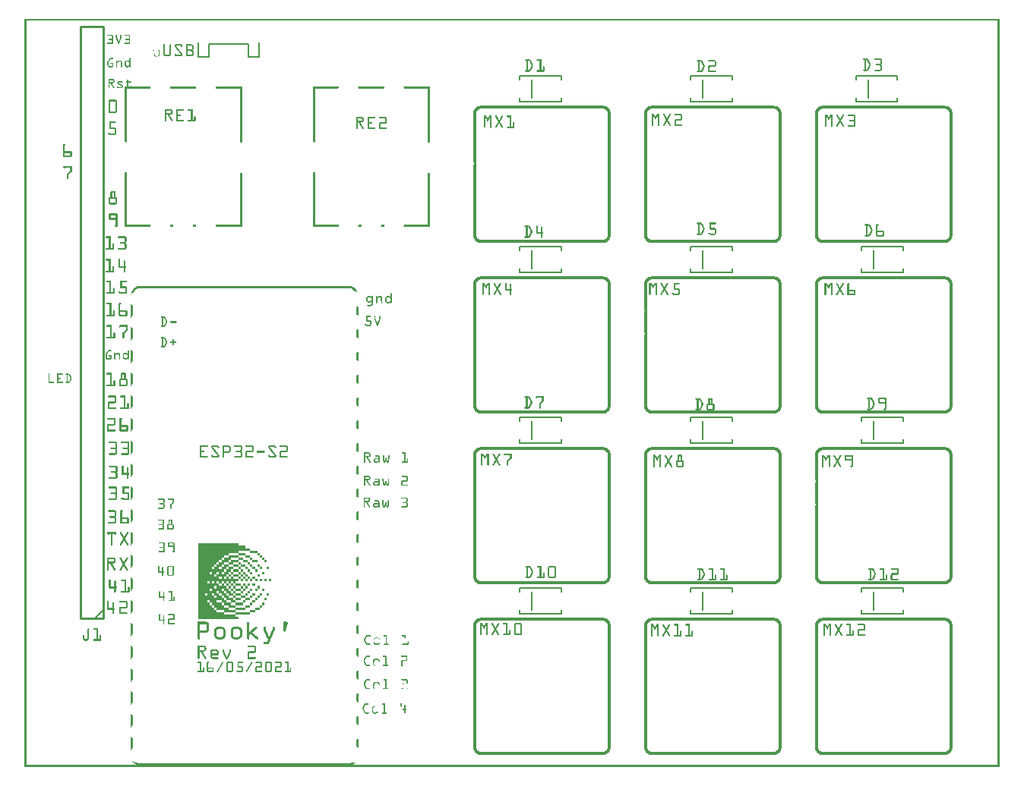
<source format=gto>
G04 MADE WITH FRITZING*
G04 WWW.FRITZING.ORG*
G04 DOUBLE SIDED*
G04 HOLES PLATED*
G04 CONTOUR ON CENTER OF CONTOUR VECTOR*
%ASAXBY*%
%FSLAX23Y23*%
%MOIN*%
%OFA0B0*%
%SFA1.0B1.0*%
%ADD10C,0.010000*%
%ADD11C,0.005000*%
%ADD12C,0.008000*%
%ADD13R,0.001000X0.001000*%
%LNSILK1*%
G90*
G70*
G54D10*
X346Y654D02*
X346Y3254D01*
D02*
X346Y3254D02*
X246Y3254D01*
D02*
X246Y3254D02*
X246Y654D01*
D02*
X246Y654D02*
X346Y654D01*
G54D11*
D02*
X346Y689D02*
X311Y654D01*
G54D12*
D02*
X3856Y689D02*
X3856Y672D01*
D02*
X3856Y672D02*
X3675Y672D01*
D02*
X3675Y672D02*
X3675Y689D01*
D02*
X3675Y768D02*
X3675Y786D01*
D02*
X3675Y786D02*
X3856Y786D01*
D02*
X3856Y786D02*
X3856Y768D01*
D02*
X3727Y689D02*
X3727Y768D01*
D02*
X3106Y689D02*
X3106Y672D01*
D02*
X3106Y672D02*
X2925Y672D01*
D02*
X2925Y672D02*
X2925Y689D01*
D02*
X2925Y768D02*
X2925Y786D01*
D02*
X2925Y786D02*
X3106Y786D01*
D02*
X3106Y786D02*
X3106Y768D01*
D02*
X2977Y689D02*
X2977Y768D01*
D02*
X2356Y689D02*
X2356Y672D01*
D02*
X2356Y672D02*
X2175Y672D01*
D02*
X2175Y672D02*
X2175Y689D01*
D02*
X2175Y768D02*
X2175Y786D01*
D02*
X2175Y786D02*
X2356Y786D01*
D02*
X2356Y786D02*
X2356Y768D01*
D02*
X2227Y689D02*
X2227Y768D01*
D02*
X3856Y1439D02*
X3856Y1422D01*
D02*
X3856Y1422D02*
X3675Y1422D01*
D02*
X3675Y1422D02*
X3675Y1439D01*
D02*
X3675Y1518D02*
X3675Y1536D01*
D02*
X3675Y1536D02*
X3856Y1536D01*
D02*
X3856Y1536D02*
X3856Y1518D01*
D02*
X3727Y1439D02*
X3727Y1518D01*
D02*
X3106Y1439D02*
X3106Y1422D01*
D02*
X3106Y1422D02*
X2925Y1422D01*
D02*
X2925Y1422D02*
X2925Y1439D01*
D02*
X2925Y1518D02*
X2925Y1536D01*
D02*
X2925Y1536D02*
X3106Y1536D01*
D02*
X3106Y1536D02*
X3106Y1518D01*
D02*
X2977Y1439D02*
X2977Y1518D01*
D02*
X2356Y1439D02*
X2356Y1422D01*
D02*
X2356Y1422D02*
X2175Y1422D01*
D02*
X2175Y1422D02*
X2175Y1439D01*
D02*
X2175Y1518D02*
X2175Y1536D01*
D02*
X2175Y1536D02*
X2356Y1536D01*
D02*
X2356Y1536D02*
X2356Y1518D01*
D02*
X2227Y1439D02*
X2227Y1518D01*
D02*
X3856Y2189D02*
X3856Y2172D01*
D02*
X3856Y2172D02*
X3675Y2172D01*
D02*
X3675Y2172D02*
X3675Y2189D01*
D02*
X3675Y2268D02*
X3675Y2286D01*
D02*
X3675Y2286D02*
X3856Y2286D01*
D02*
X3856Y2286D02*
X3856Y2268D01*
D02*
X3727Y2189D02*
X3727Y2268D01*
D02*
X3106Y2189D02*
X3106Y2172D01*
D02*
X3106Y2172D02*
X2925Y2172D01*
D02*
X2925Y2172D02*
X2925Y2189D01*
D02*
X2925Y2268D02*
X2925Y2286D01*
D02*
X2925Y2286D02*
X3106Y2286D01*
D02*
X3106Y2286D02*
X3106Y2268D01*
D02*
X2977Y2189D02*
X2977Y2268D01*
D02*
X2356Y2189D02*
X2356Y2172D01*
D02*
X2356Y2172D02*
X2175Y2172D01*
D02*
X2175Y2172D02*
X2175Y2189D01*
D02*
X2175Y2268D02*
X2175Y2286D01*
D02*
X2175Y2286D02*
X2356Y2286D01*
D02*
X2356Y2286D02*
X2356Y2268D01*
D02*
X2227Y2189D02*
X2227Y2268D01*
D02*
X3831Y2939D02*
X3831Y2922D01*
D02*
X3831Y2922D02*
X3650Y2922D01*
D02*
X3650Y2922D02*
X3650Y2939D01*
D02*
X3650Y3018D02*
X3650Y3036D01*
D02*
X3650Y3036D02*
X3831Y3036D01*
D02*
X3831Y3036D02*
X3831Y3018D01*
D02*
X3702Y2939D02*
X3702Y3018D01*
D02*
X3106Y2939D02*
X3106Y2922D01*
D02*
X3106Y2922D02*
X2925Y2922D01*
D02*
X2925Y2922D02*
X2925Y2939D01*
D02*
X2925Y3018D02*
X2925Y3036D01*
D02*
X2925Y3036D02*
X3106Y3036D01*
D02*
X3106Y3036D02*
X3106Y3018D01*
D02*
X2977Y2939D02*
X2977Y3018D01*
D02*
X2356Y2939D02*
X2356Y2922D01*
D02*
X2356Y2922D02*
X2175Y2922D01*
D02*
X2175Y2922D02*
X2175Y2939D01*
D02*
X2175Y3018D02*
X2175Y3036D01*
D02*
X2175Y3036D02*
X2356Y3036D01*
D02*
X2356Y3036D02*
X2356Y3018D01*
D02*
X2227Y2939D02*
X2227Y3018D01*
D02*
X1030Y3184D02*
X1030Y3121D01*
D02*
X1030Y3121D02*
X982Y3121D01*
D02*
X762Y3121D02*
X809Y3121D01*
D02*
X762Y3184D02*
X762Y3121D01*
D02*
X982Y3121D02*
X982Y3176D01*
D02*
X982Y3176D02*
X809Y3176D01*
D02*
X809Y3176D02*
X809Y3121D01*
G36*
X762Y982D02*
X762Y930D01*
X897Y930D01*
X897Y920D01*
X939Y920D01*
X939Y930D01*
X897Y930D01*
X897Y940D01*
X939Y940D01*
X939Y951D01*
X991Y951D01*
X991Y961D01*
X970Y961D01*
X970Y972D01*
X939Y972D01*
X939Y982D01*
X762Y982D01*
G37*
D02*
G36*
X762Y930D02*
X762Y868D01*
X824Y868D01*
X824Y878D01*
X834Y878D01*
X834Y888D01*
X845Y888D01*
X845Y899D01*
X855Y899D01*
X855Y909D01*
X866Y909D01*
X866Y920D01*
X876Y920D01*
X876Y930D01*
X762Y930D01*
G37*
D02*
G36*
X876Y920D02*
X876Y909D01*
X907Y909D01*
X907Y920D01*
X876Y920D01*
G37*
D02*
G36*
X866Y909D02*
X866Y899D01*
X897Y899D01*
X897Y909D01*
X866Y909D01*
G37*
D02*
G36*
X855Y899D02*
X855Y888D01*
X876Y888D01*
X876Y878D01*
X897Y878D01*
X897Y868D01*
X918Y868D01*
X918Y878D01*
X897Y878D01*
X897Y888D01*
X876Y888D01*
X876Y899D01*
X855Y899D01*
G37*
D02*
G36*
X845Y888D02*
X845Y878D01*
X866Y878D01*
X866Y888D01*
X845Y888D01*
G37*
D02*
G36*
X834Y878D02*
X834Y868D01*
X855Y868D01*
X855Y878D01*
X834Y878D01*
G37*
D02*
G36*
X866Y878D02*
X866Y868D01*
X887Y868D01*
X887Y878D01*
X866Y878D01*
G37*
D02*
G36*
X762Y868D02*
X762Y857D01*
X876Y857D01*
X876Y868D01*
X762Y868D01*
G37*
D02*
G36*
X762Y868D02*
X762Y857D01*
X876Y857D01*
X876Y868D01*
X762Y868D01*
G37*
D02*
G36*
X762Y868D02*
X762Y857D01*
X876Y857D01*
X876Y868D01*
X762Y868D01*
G37*
D02*
G36*
X887Y868D02*
X887Y857D01*
X907Y857D01*
X907Y868D01*
X887Y868D01*
G37*
D02*
G36*
X762Y857D02*
X762Y847D01*
X814Y847D01*
X814Y857D01*
X762Y857D01*
G37*
D02*
G36*
X824Y857D02*
X824Y847D01*
X845Y847D01*
X845Y857D01*
X824Y857D01*
G37*
D02*
G36*
X855Y857D02*
X855Y847D01*
X866Y847D01*
X866Y857D01*
X855Y857D01*
G37*
D02*
G36*
X876Y857D02*
X876Y847D01*
X897Y847D01*
X897Y857D01*
X876Y857D01*
G37*
D02*
G36*
X762Y847D02*
X762Y836D01*
X834Y836D01*
X834Y847D01*
X762Y847D01*
G37*
D02*
G36*
X762Y847D02*
X762Y836D01*
X834Y836D01*
X834Y847D01*
X762Y847D01*
G37*
D02*
G36*
X845Y847D02*
X845Y836D01*
X887Y836D01*
X887Y847D01*
X845Y847D01*
G37*
D02*
G36*
X845Y847D02*
X845Y836D01*
X887Y836D01*
X887Y847D01*
X845Y847D01*
G37*
D02*
G36*
X762Y836D02*
X762Y826D01*
X855Y826D01*
X855Y836D01*
X762Y836D01*
G37*
D02*
G36*
X762Y836D02*
X762Y826D01*
X855Y826D01*
X855Y836D01*
X762Y836D01*
G37*
D02*
G36*
X866Y836D02*
X866Y826D01*
X876Y826D01*
X876Y836D01*
X866Y836D01*
G37*
D02*
G36*
X887Y836D02*
X887Y826D01*
X897Y826D01*
X897Y836D01*
X887Y836D01*
G37*
D02*
G36*
X907Y836D02*
X907Y826D01*
X918Y826D01*
X918Y836D01*
X907Y836D01*
G37*
D02*
G36*
X762Y826D02*
X762Y815D01*
X939Y815D01*
X939Y826D01*
X762Y826D01*
G37*
D02*
G36*
X762Y826D02*
X762Y815D01*
X939Y815D01*
X939Y826D01*
X762Y826D01*
G37*
D02*
G36*
X762Y826D02*
X762Y815D01*
X939Y815D01*
X939Y826D01*
X762Y826D01*
G37*
D02*
G36*
X762Y826D02*
X762Y815D01*
X939Y815D01*
X939Y826D01*
X762Y826D01*
G37*
D02*
G36*
X762Y815D02*
X762Y805D01*
X803Y805D01*
X803Y815D01*
X762Y815D01*
G37*
D02*
G36*
X814Y815D02*
X814Y805D01*
X824Y805D01*
X824Y815D01*
X814Y815D01*
G37*
D02*
G36*
X834Y815D02*
X834Y805D01*
X845Y805D01*
X845Y815D01*
X834Y815D01*
G37*
D02*
G36*
X855Y815D02*
X855Y805D01*
X866Y805D01*
X866Y815D01*
X855Y815D01*
G37*
D02*
G36*
X876Y815D02*
X876Y805D01*
X887Y805D01*
X887Y815D01*
X876Y815D01*
G37*
D02*
G36*
X897Y815D02*
X897Y805D01*
X907Y805D01*
X907Y815D01*
X897Y815D01*
G37*
D02*
G36*
X918Y815D02*
X918Y805D01*
X928Y805D01*
X928Y815D01*
X918Y815D01*
G37*
D02*
G36*
X762Y805D02*
X762Y795D01*
X855Y795D01*
X855Y805D01*
X762Y805D01*
G37*
D02*
G36*
X762Y805D02*
X762Y795D01*
X855Y795D01*
X855Y805D01*
X762Y805D01*
G37*
D02*
G36*
X762Y805D02*
X762Y795D01*
X855Y795D01*
X855Y805D01*
X762Y805D01*
G37*
D02*
G36*
X866Y805D02*
X866Y795D01*
X876Y795D01*
X876Y805D01*
X866Y805D01*
G37*
D02*
G36*
X762Y795D02*
X762Y774D01*
X814Y774D01*
X814Y784D01*
X834Y784D01*
X834Y795D01*
X762Y795D01*
G37*
D02*
G36*
X845Y795D02*
X845Y784D01*
X887Y784D01*
X887Y795D01*
X845Y795D01*
G37*
D02*
G36*
X845Y795D02*
X845Y784D01*
X887Y784D01*
X887Y795D01*
X845Y795D01*
G37*
D02*
G36*
X824Y784D02*
X824Y774D01*
X866Y774D01*
X866Y784D01*
X824Y784D01*
G37*
D02*
G36*
X824Y784D02*
X824Y774D01*
X866Y774D01*
X866Y784D01*
X824Y784D01*
G37*
D02*
G36*
X876Y784D02*
X876Y774D01*
X887Y774D01*
X887Y763D01*
X897Y763D01*
X897Y753D01*
X918Y753D01*
X918Y763D01*
X907Y763D01*
X907Y774D01*
X897Y774D01*
X897Y784D01*
X876Y784D01*
G37*
D02*
G36*
X762Y774D02*
X762Y763D01*
X845Y763D01*
X845Y774D01*
X762Y774D01*
G37*
D02*
G36*
X762Y774D02*
X762Y763D01*
X845Y763D01*
X845Y774D01*
X762Y774D01*
G37*
D02*
G36*
X855Y774D02*
X855Y763D01*
X876Y763D01*
X876Y774D01*
X855Y774D01*
G37*
D02*
G36*
X762Y763D02*
X762Y753D01*
X793Y753D01*
X793Y763D01*
X762Y763D01*
G37*
D02*
G36*
X803Y763D02*
X803Y753D01*
X824Y753D01*
X824Y763D01*
X803Y763D01*
G37*
D02*
G36*
X834Y763D02*
X834Y753D01*
X855Y753D01*
X855Y763D01*
X834Y763D01*
G37*
D02*
G36*
X866Y763D02*
X866Y753D01*
X887Y753D01*
X887Y763D01*
X866Y763D01*
G37*
D02*
G36*
X762Y753D02*
X762Y743D01*
X834Y743D01*
X834Y753D01*
X762Y753D01*
G37*
D02*
G36*
X762Y753D02*
X762Y743D01*
X834Y743D01*
X834Y753D01*
X762Y753D01*
G37*
D02*
G36*
X845Y753D02*
X845Y743D01*
X866Y743D01*
X866Y753D01*
X845Y753D01*
G37*
D02*
G36*
X876Y753D02*
X876Y743D01*
X887Y743D01*
X887Y732D01*
X907Y732D01*
X907Y722D01*
X928Y722D01*
X928Y732D01*
X918Y732D01*
X918Y743D01*
X897Y743D01*
X897Y753D01*
X876Y753D01*
G37*
D02*
G36*
X762Y743D02*
X762Y732D01*
X876Y732D01*
X876Y743D01*
X762Y743D01*
G37*
D02*
G36*
X762Y743D02*
X762Y732D01*
X876Y732D01*
X876Y743D01*
X762Y743D01*
G37*
D02*
G36*
X762Y732D02*
X762Y722D01*
X803Y722D01*
X803Y732D01*
X762Y732D01*
G37*
D02*
G36*
X814Y732D02*
X814Y722D01*
X845Y722D01*
X845Y732D01*
X814Y732D01*
G37*
D02*
G36*
X866Y732D02*
X866Y722D01*
X887Y722D01*
X887Y732D01*
X866Y732D01*
G37*
D02*
G36*
X762Y722D02*
X762Y711D01*
X814Y711D01*
X814Y722D01*
X762Y722D01*
G37*
D02*
G36*
X824Y722D02*
X824Y711D01*
X866Y711D01*
X866Y722D01*
X824Y722D01*
G37*
D02*
G36*
X876Y722D02*
X876Y711D01*
X897Y711D01*
X897Y701D01*
X928Y701D01*
X928Y711D01*
X907Y711D01*
X907Y722D01*
X876Y722D01*
G37*
D02*
G36*
X762Y711D02*
X762Y701D01*
X824Y701D01*
X824Y711D01*
X762Y711D01*
G37*
D02*
G36*
X834Y711D02*
X834Y701D01*
X876Y701D01*
X876Y711D01*
X834Y711D01*
G37*
D02*
G36*
X762Y701D02*
X762Y690D01*
X834Y690D01*
X834Y701D01*
X762Y701D01*
G37*
D02*
G36*
X845Y701D02*
X845Y690D01*
X876Y690D01*
X876Y680D01*
X928Y680D01*
X928Y690D01*
X897Y690D01*
X897Y701D01*
X845Y701D01*
G37*
D02*
G36*
X762Y690D02*
X762Y680D01*
X845Y680D01*
X845Y690D01*
X762Y690D01*
G37*
D02*
G36*
X762Y680D02*
X762Y649D01*
X939Y649D01*
X939Y659D01*
X928Y659D01*
X928Y670D01*
X876Y670D01*
X876Y680D01*
X762Y680D01*
G37*
D02*
G36*
X991Y951D02*
X991Y940D01*
X1022Y940D01*
X1022Y951D01*
X991Y951D01*
G37*
D02*
G36*
X939Y940D02*
X939Y930D01*
X970Y930D01*
X970Y940D01*
X939Y940D01*
G37*
D02*
G36*
X1022Y940D02*
X1022Y930D01*
X1032Y930D01*
X1032Y940D01*
X1022Y940D01*
G37*
D02*
G36*
X970Y930D02*
X970Y920D01*
X991Y920D01*
X991Y930D01*
X970Y930D01*
G37*
D02*
G36*
X1032Y930D02*
X1032Y920D01*
X1043Y920D01*
X1043Y930D01*
X1032Y930D01*
G37*
D02*
G36*
X939Y920D02*
X939Y909D01*
X959Y909D01*
X959Y920D01*
X939Y920D01*
G37*
D02*
G36*
X991Y920D02*
X991Y909D01*
X1001Y909D01*
X1001Y920D01*
X991Y920D01*
G37*
D02*
G36*
X1043Y920D02*
X1043Y909D01*
X1053Y909D01*
X1053Y920D01*
X1043Y920D01*
G37*
D02*
G36*
X907Y909D02*
X907Y899D01*
X897Y899D01*
X897Y888D01*
X918Y888D01*
X918Y899D01*
X939Y899D01*
X939Y909D01*
X907Y909D01*
G37*
D02*
G36*
X959Y909D02*
X959Y899D01*
X980Y899D01*
X980Y909D01*
X959Y909D01*
G37*
D02*
G36*
X1001Y909D02*
X1001Y899D01*
X1022Y899D01*
X1022Y909D01*
X1001Y909D01*
G37*
D02*
G36*
X1053Y909D02*
X1053Y899D01*
X1064Y899D01*
X1064Y909D01*
X1053Y909D01*
G37*
D02*
G36*
X939Y899D02*
X939Y888D01*
X949Y888D01*
X949Y899D01*
X939Y899D01*
G37*
D02*
G36*
X980Y899D02*
X980Y888D01*
X991Y888D01*
X991Y899D01*
X980Y899D01*
G37*
D02*
G36*
X918Y888D02*
X918Y878D01*
X939Y878D01*
X939Y888D01*
X918Y888D01*
G37*
D02*
G36*
X949Y888D02*
X949Y878D01*
X970Y878D01*
X970Y888D01*
X949Y888D01*
G37*
D02*
G36*
X991Y888D02*
X991Y878D01*
X1001Y878D01*
X1001Y888D01*
X991Y888D01*
G37*
D02*
G36*
X1022Y888D02*
X1022Y878D01*
X1032Y878D01*
X1032Y888D01*
X1022Y888D01*
G37*
D02*
G36*
X939Y878D02*
X939Y868D01*
X949Y868D01*
X949Y878D01*
X939Y878D01*
G37*
D02*
G36*
X970Y878D02*
X970Y868D01*
X980Y868D01*
X980Y878D01*
X970Y878D01*
G37*
D02*
G36*
X1001Y878D02*
X1001Y868D01*
X1012Y868D01*
X1012Y878D01*
X1001Y878D01*
G37*
D02*
G36*
X1032Y878D02*
X1032Y868D01*
X1043Y868D01*
X1043Y878D01*
X1032Y878D01*
G37*
D02*
G36*
X1064Y878D02*
X1064Y868D01*
X1074Y868D01*
X1074Y878D01*
X1064Y878D01*
G37*
D02*
G36*
X918Y868D02*
X918Y857D01*
X939Y857D01*
X939Y868D01*
X918Y868D01*
G37*
D02*
G36*
X949Y868D02*
X949Y857D01*
X959Y857D01*
X959Y868D01*
X949Y868D01*
G37*
D02*
G36*
X980Y868D02*
X980Y857D01*
X991Y857D01*
X991Y868D01*
X980Y868D01*
G37*
D02*
G36*
X1012Y868D02*
X1012Y857D01*
X1022Y857D01*
X1022Y868D01*
X1012Y868D01*
G37*
D02*
G36*
X907Y857D02*
X907Y847D01*
X918Y847D01*
X918Y857D01*
X907Y857D01*
G37*
D02*
G36*
X939Y857D02*
X939Y847D01*
X949Y847D01*
X949Y857D01*
X939Y857D01*
G37*
D02*
G36*
X959Y857D02*
X959Y847D01*
X970Y847D01*
X970Y857D01*
X959Y857D01*
G37*
D02*
G36*
X991Y857D02*
X991Y847D01*
X1001Y847D01*
X1001Y857D01*
X991Y857D01*
G37*
D02*
G36*
X1043Y857D02*
X1043Y847D01*
X1053Y847D01*
X1053Y857D01*
X1043Y857D01*
G37*
D02*
G36*
X897Y847D02*
X897Y836D01*
X907Y836D01*
X907Y847D01*
X897Y847D01*
G37*
D02*
G36*
X918Y847D02*
X918Y836D01*
X939Y836D01*
X939Y847D01*
X918Y847D01*
G37*
D02*
G36*
X949Y847D02*
X949Y836D01*
X959Y836D01*
X959Y847D01*
X949Y847D01*
G37*
D02*
G36*
X970Y847D02*
X970Y836D01*
X980Y836D01*
X980Y847D01*
X970Y847D01*
G37*
D02*
G36*
X1022Y847D02*
X1022Y836D01*
X1032Y836D01*
X1032Y847D01*
X1022Y847D01*
G37*
D02*
G36*
X939Y836D02*
X939Y826D01*
X949Y826D01*
X949Y836D01*
X939Y836D01*
G37*
D02*
G36*
X959Y836D02*
X959Y826D01*
X970Y826D01*
X970Y836D01*
X959Y836D01*
G37*
D02*
G36*
X980Y836D02*
X980Y826D01*
X991Y826D01*
X991Y836D01*
X980Y836D01*
G37*
D02*
G36*
X1001Y836D02*
X1001Y826D01*
X1012Y826D01*
X1012Y836D01*
X1001Y836D01*
G37*
D02*
G36*
X949Y826D02*
X949Y815D01*
X959Y815D01*
X959Y826D01*
X949Y826D01*
G37*
D02*
G36*
X970Y826D02*
X970Y815D01*
X980Y815D01*
X980Y826D01*
X970Y826D01*
G37*
D02*
G36*
X991Y826D02*
X991Y815D01*
X1001Y815D01*
X1001Y826D01*
X991Y826D01*
G37*
D02*
G36*
X1012Y826D02*
X1012Y815D01*
X1022Y815D01*
X1022Y826D01*
X1012Y826D01*
G37*
D02*
G36*
X1032Y826D02*
X1032Y815D01*
X1043Y815D01*
X1043Y826D01*
X1032Y826D01*
G37*
D02*
G36*
X1053Y826D02*
X1053Y815D01*
X1064Y815D01*
X1064Y826D01*
X1053Y826D01*
G37*
D02*
G36*
X1074Y826D02*
X1074Y815D01*
X1084Y815D01*
X1084Y826D01*
X1074Y826D01*
G37*
D02*
G36*
X887Y805D02*
X887Y795D01*
X897Y795D01*
X897Y805D01*
X887Y805D01*
G37*
D02*
G36*
X907Y805D02*
X907Y795D01*
X918Y795D01*
X918Y805D01*
X907Y805D01*
G37*
D02*
G36*
X928Y805D02*
X928Y795D01*
X949Y795D01*
X949Y805D01*
X928Y805D01*
G37*
D02*
G36*
X959Y805D02*
X959Y795D01*
X970Y795D01*
X970Y805D01*
X959Y805D01*
G37*
D02*
G36*
X980Y805D02*
X980Y795D01*
X991Y795D01*
X991Y805D01*
X980Y805D01*
G37*
D02*
G36*
X1001Y805D02*
X1001Y795D01*
X1012Y795D01*
X1012Y805D01*
X1001Y805D01*
G37*
D02*
G36*
X897Y795D02*
X897Y784D01*
X907Y784D01*
X907Y795D01*
X897Y795D01*
G37*
D02*
G36*
X918Y795D02*
X918Y784D01*
X928Y784D01*
X928Y795D01*
X918Y795D01*
G37*
D02*
G36*
X949Y795D02*
X949Y784D01*
X959Y784D01*
X959Y795D01*
X949Y795D01*
G37*
D02*
G36*
X970Y795D02*
X970Y784D01*
X980Y784D01*
X980Y795D01*
X970Y795D01*
G37*
D02*
G36*
X1022Y795D02*
X1022Y784D01*
X1032Y784D01*
X1032Y795D01*
X1022Y795D01*
G37*
D02*
G36*
X907Y784D02*
X907Y774D01*
X918Y774D01*
X918Y784D01*
X907Y784D01*
G37*
D02*
G36*
X928Y784D02*
X928Y774D01*
X949Y774D01*
X949Y784D01*
X928Y784D01*
G37*
D02*
G36*
X959Y784D02*
X959Y774D01*
X970Y774D01*
X970Y784D01*
X959Y784D01*
G37*
D02*
G36*
X991Y784D02*
X991Y774D01*
X1001Y774D01*
X1001Y784D01*
X991Y784D01*
G37*
D02*
G36*
X1012Y784D02*
X1012Y774D01*
X1022Y774D01*
X1022Y784D01*
X1012Y784D01*
G37*
D02*
G36*
X1043Y784D02*
X1043Y774D01*
X1053Y774D01*
X1053Y784D01*
X1043Y784D01*
G37*
D02*
G36*
X918Y774D02*
X918Y763D01*
X928Y763D01*
X928Y774D01*
X918Y774D01*
G37*
D02*
G36*
X949Y774D02*
X949Y763D01*
X959Y763D01*
X959Y774D01*
X949Y774D01*
G37*
D02*
G36*
X980Y774D02*
X980Y763D01*
X991Y763D01*
X991Y774D01*
X980Y774D01*
G37*
D02*
G36*
X928Y763D02*
X928Y753D01*
X949Y753D01*
X949Y763D01*
X928Y763D01*
G37*
D02*
G36*
X970Y763D02*
X970Y753D01*
X980Y753D01*
X980Y763D01*
X970Y763D01*
G37*
D02*
G36*
X1001Y763D02*
X1001Y753D01*
X1012Y753D01*
X1012Y763D01*
X1001Y763D01*
G37*
D02*
G36*
X1032Y763D02*
X1032Y753D01*
X1043Y753D01*
X1043Y763D01*
X1032Y763D01*
G37*
D02*
G36*
X1064Y763D02*
X1064Y753D01*
X1074Y753D01*
X1074Y763D01*
X1064Y763D01*
G37*
D02*
G36*
X918Y753D02*
X918Y743D01*
X928Y743D01*
X928Y753D01*
X918Y753D01*
G37*
D02*
G36*
X949Y753D02*
X949Y743D01*
X970Y743D01*
X970Y753D01*
X949Y753D01*
G37*
D02*
G36*
X991Y753D02*
X991Y743D01*
X1001Y743D01*
X1001Y753D01*
X991Y753D01*
G37*
D02*
G36*
X1022Y753D02*
X1022Y743D01*
X1032Y743D01*
X1032Y753D01*
X1022Y753D01*
G37*
D02*
G36*
X928Y743D02*
X928Y732D01*
X949Y732D01*
X949Y743D01*
X928Y743D01*
G37*
D02*
G36*
X970Y743D02*
X970Y732D01*
X991Y732D01*
X991Y743D01*
X970Y743D01*
G37*
D02*
G36*
X1012Y743D02*
X1012Y732D01*
X1022Y732D01*
X1022Y743D01*
X1012Y743D01*
G37*
D02*
G36*
X1053Y743D02*
X1053Y732D01*
X1064Y732D01*
X1064Y743D01*
X1053Y743D01*
G37*
D02*
G36*
X959Y732D02*
X959Y722D01*
X970Y722D01*
X970Y732D01*
X959Y732D01*
G37*
D02*
G36*
X1001Y732D02*
X1001Y722D01*
X1012Y722D01*
X1012Y732D01*
X1001Y732D01*
G37*
D02*
G36*
X928Y722D02*
X928Y711D01*
X959Y711D01*
X959Y722D01*
X928Y722D01*
G37*
D02*
G36*
X991Y722D02*
X991Y711D01*
X1001Y711D01*
X1001Y722D01*
X991Y722D01*
G37*
D02*
G36*
X1043Y722D02*
X1043Y711D01*
X1053Y711D01*
X1053Y722D01*
X1043Y722D01*
G37*
D02*
G36*
X970Y711D02*
X970Y701D01*
X991Y701D01*
X991Y711D01*
X970Y711D01*
G37*
D02*
G36*
X1032Y711D02*
X1032Y701D01*
X1043Y701D01*
X1043Y711D01*
X1032Y711D01*
G37*
D02*
G36*
X928Y701D02*
X928Y690D01*
X970Y690D01*
X970Y701D01*
X928Y701D01*
G37*
D02*
G36*
X1012Y701D02*
X1012Y690D01*
X1032Y690D01*
X1032Y701D01*
X1012Y701D01*
G37*
D02*
G36*
X991Y690D02*
X991Y680D01*
X1012Y680D01*
X1012Y690D01*
X991Y690D01*
G37*
D02*
G36*
X928Y680D02*
X928Y670D01*
X991Y670D01*
X991Y680D01*
X928Y680D01*
G37*
D02*
G54D13*
X1Y3287D02*
X4279Y3287D01*
X1Y3286D02*
X4279Y3286D01*
X1Y3285D02*
X4279Y3285D01*
X1Y3284D02*
X4279Y3284D01*
X1Y3283D02*
X4279Y3283D01*
X1Y3282D02*
X4279Y3282D01*
X1Y3281D02*
X4279Y3281D01*
X1Y3280D02*
X4279Y3280D01*
X1Y3279D02*
X8Y3279D01*
X4272Y3279D02*
X4279Y3279D01*
X1Y3278D02*
X8Y3278D01*
X4272Y3278D02*
X4279Y3278D01*
X1Y3277D02*
X8Y3277D01*
X4272Y3277D02*
X4279Y3277D01*
X1Y3276D02*
X8Y3276D01*
X4272Y3276D02*
X4279Y3276D01*
X1Y3275D02*
X8Y3275D01*
X4272Y3275D02*
X4279Y3275D01*
X1Y3274D02*
X8Y3274D01*
X4272Y3274D02*
X4279Y3274D01*
X1Y3273D02*
X8Y3273D01*
X4272Y3273D02*
X4279Y3273D01*
X1Y3272D02*
X8Y3272D01*
X4272Y3272D02*
X4279Y3272D01*
X1Y3271D02*
X8Y3271D01*
X4272Y3271D02*
X4279Y3271D01*
X1Y3270D02*
X8Y3270D01*
X4272Y3270D02*
X4279Y3270D01*
X1Y3269D02*
X8Y3269D01*
X4272Y3269D02*
X4279Y3269D01*
X1Y3268D02*
X8Y3268D01*
X4272Y3268D02*
X4279Y3268D01*
X1Y3267D02*
X8Y3267D01*
X4272Y3267D02*
X4279Y3267D01*
X1Y3266D02*
X8Y3266D01*
X4272Y3266D02*
X4279Y3266D01*
X1Y3265D02*
X8Y3265D01*
X4272Y3265D02*
X4279Y3265D01*
X1Y3264D02*
X8Y3264D01*
X4272Y3264D02*
X4279Y3264D01*
X1Y3263D02*
X8Y3263D01*
X4272Y3263D02*
X4279Y3263D01*
X1Y3262D02*
X8Y3262D01*
X4272Y3262D02*
X4279Y3262D01*
X1Y3261D02*
X8Y3261D01*
X4272Y3261D02*
X4279Y3261D01*
X1Y3260D02*
X8Y3260D01*
X4272Y3260D02*
X4279Y3260D01*
X1Y3259D02*
X8Y3259D01*
X4272Y3259D02*
X4279Y3259D01*
X1Y3258D02*
X8Y3258D01*
X4272Y3258D02*
X4279Y3258D01*
X1Y3257D02*
X8Y3257D01*
X4272Y3257D02*
X4279Y3257D01*
X1Y3256D02*
X8Y3256D01*
X4272Y3256D02*
X4279Y3256D01*
X1Y3255D02*
X8Y3255D01*
X4272Y3255D02*
X4279Y3255D01*
X1Y3254D02*
X8Y3254D01*
X4272Y3254D02*
X4279Y3254D01*
X1Y3253D02*
X8Y3253D01*
X4272Y3253D02*
X4279Y3253D01*
X1Y3252D02*
X8Y3252D01*
X4272Y3252D02*
X4279Y3252D01*
X1Y3251D02*
X8Y3251D01*
X4272Y3251D02*
X4279Y3251D01*
X1Y3250D02*
X8Y3250D01*
X4272Y3250D02*
X4279Y3250D01*
X1Y3249D02*
X8Y3249D01*
X4272Y3249D02*
X4279Y3249D01*
X1Y3248D02*
X8Y3248D01*
X4272Y3248D02*
X4279Y3248D01*
X1Y3247D02*
X8Y3247D01*
X4272Y3247D02*
X4279Y3247D01*
X1Y3246D02*
X8Y3246D01*
X4272Y3246D02*
X4279Y3246D01*
X1Y3245D02*
X8Y3245D01*
X4272Y3245D02*
X4279Y3245D01*
X1Y3244D02*
X8Y3244D01*
X4272Y3244D02*
X4279Y3244D01*
X1Y3243D02*
X8Y3243D01*
X4272Y3243D02*
X4279Y3243D01*
X1Y3242D02*
X8Y3242D01*
X4272Y3242D02*
X4279Y3242D01*
X1Y3241D02*
X8Y3241D01*
X4272Y3241D02*
X4279Y3241D01*
X1Y3240D02*
X8Y3240D01*
X4272Y3240D02*
X4279Y3240D01*
X1Y3239D02*
X8Y3239D01*
X4272Y3239D02*
X4279Y3239D01*
X1Y3238D02*
X8Y3238D01*
X4272Y3238D02*
X4279Y3238D01*
X1Y3237D02*
X8Y3237D01*
X4272Y3237D02*
X4279Y3237D01*
X1Y3236D02*
X8Y3236D01*
X4272Y3236D02*
X4279Y3236D01*
X1Y3235D02*
X8Y3235D01*
X4272Y3235D02*
X4279Y3235D01*
X1Y3234D02*
X8Y3234D01*
X4272Y3234D02*
X4279Y3234D01*
X1Y3233D02*
X8Y3233D01*
X4272Y3233D02*
X4279Y3233D01*
X1Y3232D02*
X8Y3232D01*
X4272Y3232D02*
X4279Y3232D01*
X1Y3231D02*
X8Y3231D01*
X4272Y3231D02*
X4279Y3231D01*
X1Y3230D02*
X8Y3230D01*
X4272Y3230D02*
X4279Y3230D01*
X1Y3229D02*
X8Y3229D01*
X4272Y3229D02*
X4279Y3229D01*
X1Y3228D02*
X8Y3228D01*
X4272Y3228D02*
X4279Y3228D01*
X1Y3227D02*
X8Y3227D01*
X4272Y3227D02*
X4279Y3227D01*
X1Y3226D02*
X8Y3226D01*
X4272Y3226D02*
X4279Y3226D01*
X1Y3225D02*
X8Y3225D01*
X4272Y3225D02*
X4279Y3225D01*
X1Y3224D02*
X8Y3224D01*
X4272Y3224D02*
X4279Y3224D01*
X1Y3223D02*
X8Y3223D01*
X4272Y3223D02*
X4279Y3223D01*
X1Y3222D02*
X8Y3222D01*
X4272Y3222D02*
X4279Y3222D01*
X1Y3221D02*
X8Y3221D01*
X4272Y3221D02*
X4279Y3221D01*
X1Y3220D02*
X8Y3220D01*
X4272Y3220D02*
X4279Y3220D01*
X1Y3219D02*
X8Y3219D01*
X4272Y3219D02*
X4279Y3219D01*
X1Y3218D02*
X8Y3218D01*
X4272Y3218D02*
X4279Y3218D01*
X1Y3217D02*
X8Y3217D01*
X4272Y3217D02*
X4279Y3217D01*
X1Y3216D02*
X8Y3216D01*
X364Y3216D02*
X386Y3216D01*
X402Y3216D02*
X405Y3216D01*
X423Y3216D02*
X426Y3216D01*
X440Y3216D02*
X462Y3216D01*
X4272Y3216D02*
X4279Y3216D01*
X1Y3215D02*
X8Y3215D01*
X364Y3215D02*
X387Y3215D01*
X402Y3215D02*
X406Y3215D01*
X422Y3215D02*
X426Y3215D01*
X439Y3215D02*
X463Y3215D01*
X4272Y3215D02*
X4279Y3215D01*
X1Y3214D02*
X8Y3214D01*
X364Y3214D02*
X388Y3214D01*
X401Y3214D02*
X406Y3214D01*
X422Y3214D02*
X427Y3214D01*
X439Y3214D02*
X464Y3214D01*
X4272Y3214D02*
X4279Y3214D01*
X1Y3213D02*
X8Y3213D01*
X364Y3213D02*
X389Y3213D01*
X401Y3213D02*
X406Y3213D01*
X422Y3213D02*
X427Y3213D01*
X440Y3213D02*
X464Y3213D01*
X4272Y3213D02*
X4279Y3213D01*
X1Y3212D02*
X8Y3212D01*
X365Y3212D02*
X389Y3212D01*
X401Y3212D02*
X406Y3212D01*
X422Y3212D02*
X427Y3212D01*
X441Y3212D02*
X464Y3212D01*
X4272Y3212D02*
X4279Y3212D01*
X1Y3211D02*
X8Y3211D01*
X385Y3211D02*
X389Y3211D01*
X401Y3211D02*
X406Y3211D01*
X422Y3211D02*
X427Y3211D01*
X460Y3211D02*
X464Y3211D01*
X4272Y3211D02*
X4279Y3211D01*
X1Y3210D02*
X8Y3210D01*
X385Y3210D02*
X389Y3210D01*
X401Y3210D02*
X406Y3210D01*
X422Y3210D02*
X427Y3210D01*
X460Y3210D02*
X464Y3210D01*
X4272Y3210D02*
X4279Y3210D01*
X1Y3209D02*
X8Y3209D01*
X385Y3209D02*
X389Y3209D01*
X401Y3209D02*
X406Y3209D01*
X422Y3209D02*
X427Y3209D01*
X460Y3209D02*
X464Y3209D01*
X4272Y3209D02*
X4279Y3209D01*
X1Y3208D02*
X8Y3208D01*
X385Y3208D02*
X389Y3208D01*
X401Y3208D02*
X406Y3208D01*
X422Y3208D02*
X427Y3208D01*
X460Y3208D02*
X464Y3208D01*
X4272Y3208D02*
X4279Y3208D01*
X1Y3207D02*
X8Y3207D01*
X385Y3207D02*
X389Y3207D01*
X401Y3207D02*
X406Y3207D01*
X422Y3207D02*
X427Y3207D01*
X460Y3207D02*
X464Y3207D01*
X4272Y3207D02*
X4279Y3207D01*
X1Y3206D02*
X8Y3206D01*
X385Y3206D02*
X389Y3206D01*
X401Y3206D02*
X406Y3206D01*
X422Y3206D02*
X427Y3206D01*
X460Y3206D02*
X464Y3206D01*
X4272Y3206D02*
X4279Y3206D01*
X1Y3205D02*
X8Y3205D01*
X385Y3205D02*
X389Y3205D01*
X401Y3205D02*
X406Y3205D01*
X422Y3205D02*
X427Y3205D01*
X460Y3205D02*
X464Y3205D01*
X4272Y3205D02*
X4279Y3205D01*
X1Y3204D02*
X8Y3204D01*
X385Y3204D02*
X389Y3204D01*
X402Y3204D02*
X406Y3204D01*
X422Y3204D02*
X426Y3204D01*
X460Y3204D02*
X464Y3204D01*
X4272Y3204D02*
X4279Y3204D01*
X1Y3203D02*
X8Y3203D01*
X385Y3203D02*
X389Y3203D01*
X402Y3203D02*
X407Y3203D01*
X421Y3203D02*
X426Y3203D01*
X460Y3203D02*
X464Y3203D01*
X4272Y3203D02*
X4279Y3203D01*
X1Y3202D02*
X8Y3202D01*
X385Y3202D02*
X389Y3202D01*
X403Y3202D02*
X407Y3202D01*
X421Y3202D02*
X426Y3202D01*
X460Y3202D02*
X464Y3202D01*
X4272Y3202D02*
X4279Y3202D01*
X1Y3201D02*
X8Y3201D01*
X384Y3201D02*
X389Y3201D01*
X403Y3201D02*
X408Y3201D01*
X420Y3201D02*
X425Y3201D01*
X460Y3201D02*
X464Y3201D01*
X4272Y3201D02*
X4279Y3201D01*
X1Y3200D02*
X8Y3200D01*
X384Y3200D02*
X389Y3200D01*
X403Y3200D02*
X408Y3200D01*
X420Y3200D02*
X425Y3200D01*
X459Y3200D02*
X464Y3200D01*
X4272Y3200D02*
X4279Y3200D01*
X1Y3199D02*
X8Y3199D01*
X371Y3199D02*
X388Y3199D01*
X404Y3199D02*
X408Y3199D01*
X420Y3199D02*
X424Y3199D01*
X447Y3199D02*
X464Y3199D01*
X4272Y3199D02*
X4279Y3199D01*
X1Y3198D02*
X8Y3198D01*
X369Y3198D02*
X388Y3198D01*
X404Y3198D02*
X409Y3198D01*
X419Y3198D02*
X424Y3198D01*
X445Y3198D02*
X463Y3198D01*
X4272Y3198D02*
X4279Y3198D01*
X1Y3197D02*
X8Y3197D01*
X369Y3197D02*
X387Y3197D01*
X404Y3197D02*
X409Y3197D01*
X419Y3197D02*
X424Y3197D01*
X445Y3197D02*
X463Y3197D01*
X4272Y3197D02*
X4279Y3197D01*
X1Y3196D02*
X8Y3196D01*
X369Y3196D02*
X387Y3196D01*
X405Y3196D02*
X410Y3196D01*
X418Y3196D02*
X423Y3196D01*
X445Y3196D02*
X463Y3196D01*
X4272Y3196D02*
X4279Y3196D01*
X1Y3195D02*
X8Y3195D01*
X369Y3195D02*
X388Y3195D01*
X405Y3195D02*
X410Y3195D01*
X418Y3195D02*
X423Y3195D01*
X445Y3195D02*
X463Y3195D01*
X4272Y3195D02*
X4279Y3195D01*
X1Y3194D02*
X8Y3194D01*
X371Y3194D02*
X388Y3194D01*
X406Y3194D02*
X410Y3194D01*
X418Y3194D02*
X422Y3194D01*
X446Y3194D02*
X464Y3194D01*
X4272Y3194D02*
X4279Y3194D01*
X1Y3193D02*
X8Y3193D01*
X384Y3193D02*
X389Y3193D01*
X406Y3193D02*
X411Y3193D01*
X417Y3193D02*
X422Y3193D01*
X459Y3193D02*
X464Y3193D01*
X4272Y3193D02*
X4279Y3193D01*
X1Y3192D02*
X8Y3192D01*
X384Y3192D02*
X389Y3192D01*
X406Y3192D02*
X411Y3192D01*
X417Y3192D02*
X422Y3192D01*
X460Y3192D02*
X464Y3192D01*
X4272Y3192D02*
X4279Y3192D01*
X1Y3191D02*
X8Y3191D01*
X385Y3191D02*
X389Y3191D01*
X407Y3191D02*
X412Y3191D01*
X417Y3191D02*
X421Y3191D01*
X460Y3191D02*
X464Y3191D01*
X4272Y3191D02*
X4279Y3191D01*
X1Y3190D02*
X8Y3190D01*
X385Y3190D02*
X389Y3190D01*
X407Y3190D02*
X412Y3190D01*
X416Y3190D02*
X421Y3190D01*
X460Y3190D02*
X464Y3190D01*
X4272Y3190D02*
X4279Y3190D01*
X1Y3189D02*
X8Y3189D01*
X385Y3189D02*
X389Y3189D01*
X408Y3189D02*
X412Y3189D01*
X416Y3189D02*
X420Y3189D01*
X460Y3189D02*
X464Y3189D01*
X4272Y3189D02*
X4279Y3189D01*
X1Y3188D02*
X8Y3188D01*
X385Y3188D02*
X389Y3188D01*
X408Y3188D02*
X413Y3188D01*
X415Y3188D02*
X420Y3188D01*
X460Y3188D02*
X464Y3188D01*
X4272Y3188D02*
X4279Y3188D01*
X1Y3187D02*
X8Y3187D01*
X385Y3187D02*
X389Y3187D01*
X408Y3187D02*
X413Y3187D01*
X415Y3187D02*
X420Y3187D01*
X460Y3187D02*
X464Y3187D01*
X4272Y3187D02*
X4279Y3187D01*
X1Y3186D02*
X8Y3186D01*
X385Y3186D02*
X389Y3186D01*
X409Y3186D02*
X419Y3186D01*
X460Y3186D02*
X464Y3186D01*
X4272Y3186D02*
X4279Y3186D01*
X1Y3185D02*
X8Y3185D01*
X385Y3185D02*
X389Y3185D01*
X409Y3185D02*
X419Y3185D01*
X460Y3185D02*
X464Y3185D01*
X4272Y3185D02*
X4279Y3185D01*
X1Y3184D02*
X8Y3184D01*
X385Y3184D02*
X389Y3184D01*
X410Y3184D02*
X419Y3184D01*
X460Y3184D02*
X464Y3184D01*
X4272Y3184D02*
X4279Y3184D01*
X1Y3183D02*
X8Y3183D01*
X385Y3183D02*
X389Y3183D01*
X410Y3183D02*
X418Y3183D01*
X460Y3183D02*
X464Y3183D01*
X4272Y3183D02*
X4279Y3183D01*
X1Y3182D02*
X8Y3182D01*
X385Y3182D02*
X389Y3182D01*
X410Y3182D02*
X418Y3182D01*
X460Y3182D02*
X464Y3182D01*
X4272Y3182D02*
X4279Y3182D01*
X1Y3181D02*
X8Y3181D01*
X365Y3181D02*
X389Y3181D01*
X411Y3181D02*
X417Y3181D01*
X441Y3181D02*
X464Y3181D01*
X4272Y3181D02*
X4279Y3181D01*
X1Y3180D02*
X8Y3180D01*
X364Y3180D02*
X389Y3180D01*
X411Y3180D02*
X417Y3180D01*
X440Y3180D02*
X464Y3180D01*
X4272Y3180D02*
X4279Y3180D01*
X1Y3179D02*
X8Y3179D01*
X364Y3179D02*
X388Y3179D01*
X411Y3179D02*
X417Y3179D01*
X439Y3179D02*
X464Y3179D01*
X4272Y3179D02*
X4279Y3179D01*
X1Y3178D02*
X8Y3178D01*
X364Y3178D02*
X388Y3178D01*
X412Y3178D02*
X416Y3178D01*
X439Y3178D02*
X463Y3178D01*
X4272Y3178D02*
X4279Y3178D01*
X1Y3177D02*
X8Y3177D01*
X364Y3177D02*
X387Y3177D01*
X412Y3177D02*
X416Y3177D01*
X440Y3177D02*
X462Y3177D01*
X4272Y3177D02*
X4279Y3177D01*
X1Y3176D02*
X8Y3176D01*
X366Y3176D02*
X384Y3176D01*
X414Y3176D02*
X414Y3176D01*
X441Y3176D02*
X460Y3176D01*
X4272Y3176D02*
X4279Y3176D01*
X1Y3175D02*
X8Y3175D01*
X612Y3175D02*
X615Y3175D01*
X639Y3175D02*
X642Y3175D01*
X665Y3175D02*
X688Y3175D01*
X710Y3175D02*
X734Y3175D01*
X4272Y3175D02*
X4279Y3175D01*
X1Y3174D02*
X8Y3174D01*
X611Y3174D02*
X616Y3174D01*
X638Y3174D02*
X643Y3174D01*
X663Y3174D02*
X690Y3174D01*
X710Y3174D02*
X736Y3174D01*
X4272Y3174D02*
X4279Y3174D01*
X1Y3173D02*
X8Y3173D01*
X610Y3173D02*
X616Y3173D01*
X638Y3173D02*
X644Y3173D01*
X662Y3173D02*
X691Y3173D01*
X710Y3173D02*
X738Y3173D01*
X4272Y3173D02*
X4279Y3173D01*
X1Y3172D02*
X8Y3172D01*
X610Y3172D02*
X616Y3172D01*
X638Y3172D02*
X644Y3172D01*
X662Y3172D02*
X692Y3172D01*
X710Y3172D02*
X739Y3172D01*
X4272Y3172D02*
X4279Y3172D01*
X1Y3171D02*
X8Y3171D01*
X610Y3171D02*
X616Y3171D01*
X638Y3171D02*
X644Y3171D01*
X661Y3171D02*
X693Y3171D01*
X710Y3171D02*
X740Y3171D01*
X4272Y3171D02*
X4279Y3171D01*
X1Y3170D02*
X8Y3170D01*
X610Y3170D02*
X616Y3170D01*
X638Y3170D02*
X644Y3170D01*
X661Y3170D02*
X693Y3170D01*
X710Y3170D02*
X741Y3170D01*
X4272Y3170D02*
X4279Y3170D01*
X1Y3169D02*
X8Y3169D01*
X610Y3169D02*
X616Y3169D01*
X638Y3169D02*
X644Y3169D01*
X660Y3169D02*
X693Y3169D01*
X710Y3169D02*
X742Y3169D01*
X4272Y3169D02*
X4279Y3169D01*
X1Y3168D02*
X8Y3168D01*
X610Y3168D02*
X616Y3168D01*
X638Y3168D02*
X644Y3168D01*
X660Y3168D02*
X666Y3168D01*
X687Y3168D02*
X694Y3168D01*
X710Y3168D02*
X716Y3168D01*
X734Y3168D02*
X742Y3168D01*
X4272Y3168D02*
X4279Y3168D01*
X1Y3167D02*
X8Y3167D01*
X610Y3167D02*
X616Y3167D01*
X638Y3167D02*
X644Y3167D01*
X660Y3167D02*
X667Y3167D01*
X688Y3167D02*
X694Y3167D01*
X710Y3167D02*
X716Y3167D01*
X735Y3167D02*
X743Y3167D01*
X4272Y3167D02*
X4279Y3167D01*
X1Y3166D02*
X8Y3166D01*
X610Y3166D02*
X616Y3166D01*
X638Y3166D02*
X644Y3166D01*
X661Y3166D02*
X667Y3166D01*
X688Y3166D02*
X694Y3166D01*
X710Y3166D02*
X716Y3166D01*
X736Y3166D02*
X743Y3166D01*
X4272Y3166D02*
X4279Y3166D01*
X1Y3165D02*
X8Y3165D01*
X610Y3165D02*
X616Y3165D01*
X638Y3165D02*
X644Y3165D01*
X661Y3165D02*
X668Y3165D01*
X688Y3165D02*
X694Y3165D01*
X710Y3165D02*
X716Y3165D01*
X737Y3165D02*
X743Y3165D01*
X4272Y3165D02*
X4279Y3165D01*
X1Y3164D02*
X8Y3164D01*
X610Y3164D02*
X616Y3164D01*
X638Y3164D02*
X644Y3164D01*
X661Y3164D02*
X669Y3164D01*
X689Y3164D02*
X693Y3164D01*
X710Y3164D02*
X716Y3164D01*
X737Y3164D02*
X744Y3164D01*
X4272Y3164D02*
X4279Y3164D01*
X1Y3163D02*
X8Y3163D01*
X610Y3163D02*
X616Y3163D01*
X638Y3163D02*
X644Y3163D01*
X662Y3163D02*
X670Y3163D01*
X690Y3163D02*
X692Y3163D01*
X710Y3163D02*
X716Y3163D01*
X738Y3163D02*
X744Y3163D01*
X4272Y3163D02*
X4279Y3163D01*
X1Y3162D02*
X8Y3162D01*
X610Y3162D02*
X616Y3162D01*
X638Y3162D02*
X644Y3162D01*
X663Y3162D02*
X671Y3162D01*
X710Y3162D02*
X716Y3162D01*
X738Y3162D02*
X744Y3162D01*
X4272Y3162D02*
X4279Y3162D01*
X1Y3161D02*
X8Y3161D01*
X610Y3161D02*
X616Y3161D01*
X638Y3161D02*
X644Y3161D01*
X663Y3161D02*
X671Y3161D01*
X710Y3161D02*
X716Y3161D01*
X738Y3161D02*
X744Y3161D01*
X4272Y3161D02*
X4279Y3161D01*
X1Y3160D02*
X8Y3160D01*
X610Y3160D02*
X616Y3160D01*
X638Y3160D02*
X644Y3160D01*
X664Y3160D02*
X672Y3160D01*
X710Y3160D02*
X716Y3160D01*
X738Y3160D02*
X744Y3160D01*
X4272Y3160D02*
X4279Y3160D01*
X1Y3159D02*
X8Y3159D01*
X610Y3159D02*
X616Y3159D01*
X638Y3159D02*
X644Y3159D01*
X665Y3159D02*
X673Y3159D01*
X710Y3159D02*
X716Y3159D01*
X738Y3159D02*
X744Y3159D01*
X4272Y3159D02*
X4279Y3159D01*
X1Y3158D02*
X8Y3158D01*
X610Y3158D02*
X616Y3158D01*
X638Y3158D02*
X644Y3158D01*
X666Y3158D02*
X674Y3158D01*
X710Y3158D02*
X716Y3158D01*
X738Y3158D02*
X744Y3158D01*
X4272Y3158D02*
X4279Y3158D01*
X1Y3157D02*
X8Y3157D01*
X610Y3157D02*
X616Y3157D01*
X638Y3157D02*
X644Y3157D01*
X666Y3157D02*
X674Y3157D01*
X710Y3157D02*
X716Y3157D01*
X738Y3157D02*
X744Y3157D01*
X4272Y3157D02*
X4279Y3157D01*
X1Y3156D02*
X8Y3156D01*
X610Y3156D02*
X616Y3156D01*
X638Y3156D02*
X644Y3156D01*
X667Y3156D02*
X675Y3156D01*
X710Y3156D02*
X716Y3156D01*
X737Y3156D02*
X744Y3156D01*
X4272Y3156D02*
X4279Y3156D01*
X1Y3155D02*
X8Y3155D01*
X610Y3155D02*
X616Y3155D01*
X638Y3155D02*
X644Y3155D01*
X668Y3155D02*
X676Y3155D01*
X710Y3155D02*
X716Y3155D01*
X736Y3155D02*
X743Y3155D01*
X4272Y3155D02*
X4279Y3155D01*
X1Y3154D02*
X8Y3154D01*
X610Y3154D02*
X616Y3154D01*
X638Y3154D02*
X644Y3154D01*
X669Y3154D02*
X677Y3154D01*
X710Y3154D02*
X716Y3154D01*
X736Y3154D02*
X743Y3154D01*
X4272Y3154D02*
X4279Y3154D01*
X1Y3153D02*
X8Y3153D01*
X610Y3153D02*
X616Y3153D01*
X638Y3153D02*
X644Y3153D01*
X670Y3153D02*
X678Y3153D01*
X710Y3153D02*
X716Y3153D01*
X734Y3153D02*
X742Y3153D01*
X4272Y3153D02*
X4279Y3153D01*
X1Y3152D02*
X8Y3152D01*
X610Y3152D02*
X616Y3152D01*
X638Y3152D02*
X644Y3152D01*
X670Y3152D02*
X678Y3152D01*
X710Y3152D02*
X742Y3152D01*
X4272Y3152D02*
X4279Y3152D01*
X1Y3151D02*
X8Y3151D01*
X610Y3151D02*
X616Y3151D01*
X638Y3151D02*
X644Y3151D01*
X671Y3151D02*
X679Y3151D01*
X710Y3151D02*
X741Y3151D01*
X4272Y3151D02*
X4279Y3151D01*
X1Y3150D02*
X8Y3150D01*
X564Y3150D02*
X571Y3150D01*
X585Y3150D02*
X593Y3150D01*
X610Y3150D02*
X616Y3150D01*
X638Y3150D02*
X644Y3150D01*
X672Y3150D02*
X680Y3150D01*
X710Y3150D02*
X740Y3150D01*
X4272Y3150D02*
X4279Y3150D01*
X1Y3149D02*
X8Y3149D01*
X564Y3149D02*
X571Y3149D01*
X585Y3149D02*
X593Y3149D01*
X610Y3149D02*
X616Y3149D01*
X638Y3149D02*
X644Y3149D01*
X673Y3149D02*
X681Y3149D01*
X710Y3149D02*
X739Y3149D01*
X4272Y3149D02*
X4279Y3149D01*
X1Y3148D02*
X8Y3148D01*
X565Y3148D02*
X571Y3148D01*
X587Y3148D02*
X593Y3148D01*
X610Y3148D02*
X616Y3148D01*
X638Y3148D02*
X644Y3148D01*
X673Y3148D02*
X681Y3148D01*
X710Y3148D02*
X740Y3148D01*
X4272Y3148D02*
X4279Y3148D01*
X1Y3147D02*
X8Y3147D01*
X569Y3147D02*
X571Y3147D01*
X591Y3147D02*
X593Y3147D01*
X610Y3147D02*
X616Y3147D01*
X638Y3147D02*
X644Y3147D01*
X674Y3147D02*
X682Y3147D01*
X710Y3147D02*
X741Y3147D01*
X4272Y3147D02*
X4279Y3147D01*
X1Y3146D02*
X8Y3146D01*
X569Y3146D02*
X571Y3146D01*
X591Y3146D02*
X593Y3146D01*
X610Y3146D02*
X616Y3146D01*
X638Y3146D02*
X644Y3146D01*
X675Y3146D02*
X683Y3146D01*
X710Y3146D02*
X741Y3146D01*
X4272Y3146D02*
X4279Y3146D01*
X1Y3145D02*
X8Y3145D01*
X569Y3145D02*
X571Y3145D01*
X591Y3145D02*
X593Y3145D01*
X610Y3145D02*
X616Y3145D01*
X638Y3145D02*
X644Y3145D01*
X676Y3145D02*
X684Y3145D01*
X710Y3145D02*
X717Y3145D01*
X732Y3145D02*
X742Y3145D01*
X4272Y3145D02*
X4279Y3145D01*
X1Y3144D02*
X8Y3144D01*
X569Y3144D02*
X571Y3144D01*
X591Y3144D02*
X593Y3144D01*
X610Y3144D02*
X616Y3144D01*
X638Y3144D02*
X644Y3144D01*
X677Y3144D02*
X685Y3144D01*
X710Y3144D02*
X716Y3144D01*
X735Y3144D02*
X743Y3144D01*
X4272Y3144D02*
X4279Y3144D01*
X1Y3143D02*
X8Y3143D01*
X569Y3143D02*
X571Y3143D01*
X591Y3143D02*
X593Y3143D01*
X610Y3143D02*
X616Y3143D01*
X638Y3143D02*
X644Y3143D01*
X677Y3143D02*
X685Y3143D01*
X710Y3143D02*
X716Y3143D01*
X736Y3143D02*
X743Y3143D01*
X4272Y3143D02*
X4279Y3143D01*
X1Y3142D02*
X8Y3142D01*
X569Y3142D02*
X571Y3142D01*
X591Y3142D02*
X593Y3142D01*
X610Y3142D02*
X616Y3142D01*
X638Y3142D02*
X644Y3142D01*
X678Y3142D02*
X686Y3142D01*
X710Y3142D02*
X716Y3142D01*
X737Y3142D02*
X743Y3142D01*
X4272Y3142D02*
X4279Y3142D01*
X1Y3141D02*
X8Y3141D01*
X569Y3141D02*
X571Y3141D01*
X591Y3141D02*
X593Y3141D01*
X610Y3141D02*
X616Y3141D01*
X638Y3141D02*
X644Y3141D01*
X679Y3141D02*
X687Y3141D01*
X710Y3141D02*
X716Y3141D01*
X737Y3141D02*
X744Y3141D01*
X4272Y3141D02*
X4279Y3141D01*
X1Y3140D02*
X8Y3140D01*
X569Y3140D02*
X571Y3140D01*
X591Y3140D02*
X593Y3140D01*
X610Y3140D02*
X616Y3140D01*
X638Y3140D02*
X644Y3140D01*
X680Y3140D02*
X688Y3140D01*
X710Y3140D02*
X716Y3140D01*
X738Y3140D02*
X744Y3140D01*
X4272Y3140D02*
X4279Y3140D01*
X1Y3139D02*
X8Y3139D01*
X569Y3139D02*
X571Y3139D01*
X591Y3139D02*
X593Y3139D01*
X610Y3139D02*
X616Y3139D01*
X638Y3139D02*
X644Y3139D01*
X680Y3139D02*
X688Y3139D01*
X710Y3139D02*
X716Y3139D01*
X738Y3139D02*
X744Y3139D01*
X4272Y3139D02*
X4279Y3139D01*
X1Y3138D02*
X8Y3138D01*
X569Y3138D02*
X571Y3138D01*
X591Y3138D02*
X593Y3138D01*
X610Y3138D02*
X616Y3138D01*
X638Y3138D02*
X644Y3138D01*
X681Y3138D02*
X689Y3138D01*
X710Y3138D02*
X716Y3138D01*
X738Y3138D02*
X744Y3138D01*
X4272Y3138D02*
X4279Y3138D01*
X1Y3137D02*
X8Y3137D01*
X569Y3137D02*
X571Y3137D01*
X591Y3137D02*
X593Y3137D01*
X610Y3137D02*
X616Y3137D01*
X638Y3137D02*
X644Y3137D01*
X682Y3137D02*
X690Y3137D01*
X710Y3137D02*
X716Y3137D01*
X738Y3137D02*
X744Y3137D01*
X4272Y3137D02*
X4279Y3137D01*
X1Y3136D02*
X8Y3136D01*
X569Y3136D02*
X571Y3136D01*
X591Y3136D02*
X593Y3136D01*
X610Y3136D02*
X616Y3136D01*
X638Y3136D02*
X644Y3136D01*
X683Y3136D02*
X691Y3136D01*
X710Y3136D02*
X716Y3136D01*
X738Y3136D02*
X744Y3136D01*
X4272Y3136D02*
X4279Y3136D01*
X1Y3135D02*
X8Y3135D01*
X569Y3135D02*
X571Y3135D01*
X591Y3135D02*
X593Y3135D01*
X610Y3135D02*
X616Y3135D01*
X638Y3135D02*
X644Y3135D01*
X684Y3135D02*
X692Y3135D01*
X710Y3135D02*
X716Y3135D01*
X738Y3135D02*
X744Y3135D01*
X4272Y3135D02*
X4279Y3135D01*
X1Y3134D02*
X8Y3134D01*
X569Y3134D02*
X571Y3134D01*
X591Y3134D02*
X593Y3134D01*
X610Y3134D02*
X616Y3134D01*
X638Y3134D02*
X644Y3134D01*
X662Y3134D02*
X664Y3134D01*
X684Y3134D02*
X692Y3134D01*
X710Y3134D02*
X716Y3134D01*
X738Y3134D02*
X744Y3134D01*
X4272Y3134D02*
X4279Y3134D01*
X1Y3133D02*
X8Y3133D01*
X569Y3133D02*
X571Y3133D01*
X591Y3133D02*
X593Y3133D01*
X610Y3133D02*
X616Y3133D01*
X638Y3133D02*
X644Y3133D01*
X661Y3133D02*
X666Y3133D01*
X685Y3133D02*
X693Y3133D01*
X710Y3133D02*
X716Y3133D01*
X737Y3133D02*
X744Y3133D01*
X4272Y3133D02*
X4279Y3133D01*
X1Y3132D02*
X8Y3132D01*
X569Y3132D02*
X571Y3132D01*
X591Y3132D02*
X593Y3132D01*
X610Y3132D02*
X616Y3132D01*
X638Y3132D02*
X644Y3132D01*
X661Y3132D02*
X666Y3132D01*
X686Y3132D02*
X693Y3132D01*
X710Y3132D02*
X716Y3132D01*
X737Y3132D02*
X743Y3132D01*
X4272Y3132D02*
X4279Y3132D01*
X1Y3131D02*
X8Y3131D01*
X569Y3131D02*
X572Y3131D01*
X591Y3131D02*
X593Y3131D01*
X610Y3131D02*
X617Y3131D01*
X638Y3131D02*
X644Y3131D01*
X660Y3131D02*
X666Y3131D01*
X687Y3131D02*
X694Y3131D01*
X710Y3131D02*
X716Y3131D01*
X736Y3131D02*
X743Y3131D01*
X4272Y3131D02*
X4279Y3131D01*
X1Y3130D02*
X8Y3130D01*
X569Y3130D02*
X572Y3130D01*
X590Y3130D02*
X593Y3130D01*
X611Y3130D02*
X617Y3130D01*
X637Y3130D02*
X644Y3130D01*
X660Y3130D02*
X667Y3130D01*
X687Y3130D02*
X694Y3130D01*
X710Y3130D02*
X716Y3130D01*
X735Y3130D02*
X743Y3130D01*
X4272Y3130D02*
X4279Y3130D01*
X1Y3129D02*
X8Y3129D01*
X569Y3129D02*
X572Y3129D01*
X590Y3129D02*
X593Y3129D01*
X611Y3129D02*
X618Y3129D01*
X636Y3129D02*
X643Y3129D01*
X661Y3129D02*
X667Y3129D01*
X688Y3129D02*
X694Y3129D01*
X710Y3129D02*
X716Y3129D01*
X733Y3129D02*
X742Y3129D01*
X4272Y3129D02*
X4279Y3129D01*
X1Y3128D02*
X8Y3128D01*
X569Y3128D02*
X572Y3128D01*
X590Y3128D02*
X593Y3128D01*
X611Y3128D02*
X643Y3128D01*
X661Y3128D02*
X694Y3128D01*
X710Y3128D02*
X742Y3128D01*
X4272Y3128D02*
X4279Y3128D01*
X1Y3127D02*
X8Y3127D01*
X569Y3127D02*
X573Y3127D01*
X589Y3127D02*
X593Y3127D01*
X612Y3127D02*
X643Y3127D01*
X661Y3127D02*
X693Y3127D01*
X710Y3127D02*
X741Y3127D01*
X4272Y3127D02*
X4279Y3127D01*
X1Y3126D02*
X8Y3126D01*
X569Y3126D02*
X574Y3126D01*
X588Y3126D02*
X593Y3126D01*
X612Y3126D02*
X642Y3126D01*
X662Y3126D02*
X693Y3126D01*
X710Y3126D02*
X740Y3126D01*
X4272Y3126D02*
X4279Y3126D01*
X1Y3125D02*
X8Y3125D01*
X569Y3125D02*
X575Y3125D01*
X587Y3125D02*
X593Y3125D01*
X613Y3125D02*
X641Y3125D01*
X662Y3125D02*
X692Y3125D01*
X710Y3125D02*
X739Y3125D01*
X4272Y3125D02*
X4279Y3125D01*
X1Y3124D02*
X8Y3124D01*
X569Y3124D02*
X571Y3124D01*
X573Y3124D02*
X577Y3124D01*
X585Y3124D02*
X589Y3124D01*
X591Y3124D02*
X598Y3124D01*
X614Y3124D02*
X640Y3124D01*
X663Y3124D02*
X692Y3124D01*
X710Y3124D02*
X738Y3124D01*
X4272Y3124D02*
X4279Y3124D01*
X1Y3123D02*
X8Y3123D01*
X569Y3123D02*
X571Y3123D01*
X574Y3123D02*
X588Y3123D01*
X591Y3123D02*
X598Y3123D01*
X615Y3123D02*
X639Y3123D01*
X665Y3123D02*
X691Y3123D01*
X710Y3123D02*
X736Y3123D01*
X4272Y3123D02*
X4279Y3123D01*
X1Y3122D02*
X8Y3122D01*
X569Y3122D02*
X571Y3122D01*
X575Y3122D02*
X586Y3122D01*
X591Y3122D02*
X598Y3122D01*
X618Y3122D02*
X636Y3122D01*
X667Y3122D02*
X689Y3122D01*
X710Y3122D02*
X733Y3122D01*
X4272Y3122D02*
X4279Y3122D01*
X1Y3121D02*
X8Y3121D01*
X569Y3121D02*
X571Y3121D01*
X578Y3121D02*
X584Y3121D01*
X4272Y3121D02*
X4279Y3121D01*
X1Y3120D02*
X8Y3120D01*
X569Y3120D02*
X571Y3120D01*
X4272Y3120D02*
X4279Y3120D01*
X1Y3119D02*
X8Y3119D01*
X569Y3119D02*
X571Y3119D01*
X4272Y3119D02*
X4279Y3119D01*
X1Y3118D02*
X8Y3118D01*
X569Y3118D02*
X571Y3118D01*
X4272Y3118D02*
X4279Y3118D01*
X1Y3117D02*
X8Y3117D01*
X569Y3117D02*
X571Y3117D01*
X4272Y3117D02*
X4279Y3117D01*
X1Y3116D02*
X8Y3116D01*
X569Y3116D02*
X571Y3116D01*
X4272Y3116D02*
X4279Y3116D01*
X1Y3115D02*
X8Y3115D01*
X378Y3115D02*
X389Y3115D01*
X463Y3115D02*
X465Y3115D01*
X569Y3115D02*
X571Y3115D01*
X4272Y3115D02*
X4279Y3115D01*
X1Y3114D02*
X8Y3114D01*
X376Y3114D02*
X390Y3114D01*
X462Y3114D02*
X466Y3114D01*
X569Y3114D02*
X571Y3114D01*
X4272Y3114D02*
X4279Y3114D01*
X1Y3113D02*
X8Y3113D01*
X375Y3113D02*
X390Y3113D01*
X462Y3113D02*
X466Y3113D01*
X569Y3113D02*
X571Y3113D01*
X4272Y3113D02*
X4279Y3113D01*
X1Y3112D02*
X8Y3112D01*
X374Y3112D02*
X390Y3112D01*
X462Y3112D02*
X466Y3112D01*
X569Y3112D02*
X571Y3112D01*
X3682Y3112D02*
X3696Y3112D01*
X3732Y3112D02*
X3757Y3112D01*
X4272Y3112D02*
X4279Y3112D01*
X1Y3111D02*
X8Y3111D01*
X373Y3111D02*
X390Y3111D01*
X462Y3111D02*
X466Y3111D01*
X569Y3111D02*
X571Y3111D01*
X3681Y3111D02*
X3699Y3111D01*
X3731Y3111D02*
X3760Y3111D01*
X4272Y3111D02*
X4279Y3111D01*
X1Y3110D02*
X8Y3110D01*
X373Y3110D02*
X379Y3110D01*
X462Y3110D02*
X466Y3110D01*
X569Y3110D02*
X571Y3110D01*
X3680Y3110D02*
X3701Y3110D01*
X3730Y3110D02*
X3761Y3110D01*
X4272Y3110D02*
X4279Y3110D01*
X1Y3109D02*
X8Y3109D01*
X372Y3109D02*
X378Y3109D01*
X462Y3109D02*
X466Y3109D01*
X570Y3109D02*
X571Y3109D01*
X3680Y3109D02*
X3702Y3109D01*
X3730Y3109D02*
X3762Y3109D01*
X4272Y3109D02*
X4279Y3109D01*
X1Y3108D02*
X8Y3108D01*
X371Y3108D02*
X377Y3108D01*
X462Y3108D02*
X466Y3108D01*
X2199Y3108D02*
X2217Y3108D01*
X2249Y3108D02*
X2268Y3108D01*
X3680Y3108D02*
X3703Y3108D01*
X3730Y3108D02*
X3762Y3108D01*
X4272Y3108D02*
X4279Y3108D01*
X1Y3107D02*
X8Y3107D01*
X370Y3107D02*
X376Y3107D01*
X462Y3107D02*
X466Y3107D01*
X2199Y3107D02*
X2219Y3107D01*
X2249Y3107D02*
X2268Y3107D01*
X3680Y3107D02*
X3704Y3107D01*
X3730Y3107D02*
X3763Y3107D01*
X4272Y3107D02*
X4279Y3107D01*
X1Y3106D02*
X8Y3106D01*
X370Y3106D02*
X375Y3106D01*
X462Y3106D02*
X466Y3106D01*
X2198Y3106D02*
X2221Y3106D01*
X2248Y3106D02*
X2268Y3106D01*
X3681Y3106D02*
X3704Y3106D01*
X3731Y3106D02*
X3763Y3106D01*
X4272Y3106D02*
X4279Y3106D01*
X1Y3105D02*
X8Y3105D01*
X369Y3105D02*
X375Y3105D01*
X462Y3105D02*
X466Y3105D01*
X2198Y3105D02*
X2222Y3105D01*
X2248Y3105D02*
X2268Y3105D01*
X2953Y3105D02*
X2970Y3105D01*
X3003Y3105D02*
X3031Y3105D01*
X3686Y3105D02*
X3693Y3105D01*
X3697Y3105D02*
X3705Y3105D01*
X3757Y3105D02*
X3763Y3105D01*
X4272Y3105D02*
X4279Y3105D01*
X1Y3104D02*
X8Y3104D01*
X368Y3104D02*
X374Y3104D01*
X404Y3104D02*
X406Y3104D01*
X415Y3104D02*
X422Y3104D01*
X448Y3104D02*
X456Y3104D01*
X462Y3104D02*
X466Y3104D01*
X2198Y3104D02*
X2222Y3104D01*
X2248Y3104D02*
X2268Y3104D01*
X2952Y3104D02*
X2972Y3104D01*
X3002Y3104D02*
X3032Y3104D01*
X3686Y3104D02*
X3692Y3104D01*
X3698Y3104D02*
X3705Y3104D01*
X3757Y3104D02*
X3763Y3104D01*
X4272Y3104D02*
X4279Y3104D01*
X1Y3103D02*
X8Y3103D01*
X367Y3103D02*
X373Y3103D01*
X403Y3103D02*
X407Y3103D01*
X413Y3103D02*
X424Y3103D01*
X446Y3103D02*
X458Y3103D01*
X462Y3103D02*
X466Y3103D01*
X2199Y3103D02*
X2223Y3103D01*
X2249Y3103D02*
X2268Y3103D01*
X2951Y3103D02*
X2973Y3103D01*
X3001Y3103D02*
X3033Y3103D01*
X3686Y3103D02*
X3692Y3103D01*
X3699Y3103D02*
X3706Y3103D01*
X3757Y3103D02*
X3763Y3103D01*
X4272Y3103D02*
X4279Y3103D01*
X1Y3102D02*
X8Y3102D01*
X367Y3102D02*
X372Y3102D01*
X403Y3102D02*
X407Y3102D01*
X412Y3102D02*
X425Y3102D01*
X445Y3102D02*
X459Y3102D01*
X462Y3102D02*
X466Y3102D01*
X2201Y3102D02*
X2223Y3102D01*
X2251Y3102D02*
X2268Y3102D01*
X2951Y3102D02*
X2975Y3102D01*
X3001Y3102D02*
X3034Y3102D01*
X3686Y3102D02*
X3692Y3102D01*
X3700Y3102D02*
X3706Y3102D01*
X3757Y3102D02*
X3763Y3102D01*
X4272Y3102D02*
X4279Y3102D01*
X1Y3101D02*
X8Y3101D01*
X366Y3101D02*
X371Y3101D01*
X403Y3101D02*
X407Y3101D01*
X410Y3101D02*
X426Y3101D01*
X444Y3101D02*
X466Y3101D01*
X2205Y3101D02*
X2211Y3101D01*
X2217Y3101D02*
X2224Y3101D01*
X2262Y3101D02*
X2268Y3101D01*
X2952Y3101D02*
X2975Y3101D01*
X3002Y3101D02*
X3034Y3101D01*
X3686Y3101D02*
X3692Y3101D01*
X3700Y3101D02*
X3707Y3101D01*
X3757Y3101D02*
X3763Y3101D01*
X4272Y3101D02*
X4279Y3101D01*
X1Y3100D02*
X8Y3100D01*
X366Y3100D02*
X371Y3100D01*
X403Y3100D02*
X427Y3100D01*
X443Y3100D02*
X466Y3100D01*
X2205Y3100D02*
X2211Y3100D01*
X2218Y3100D02*
X2224Y3100D01*
X2262Y3100D02*
X2268Y3100D01*
X2952Y3100D02*
X2976Y3100D01*
X3002Y3100D02*
X3035Y3100D01*
X3686Y3100D02*
X3692Y3100D01*
X3701Y3100D02*
X3707Y3100D01*
X3757Y3100D02*
X3763Y3100D01*
X4272Y3100D02*
X4279Y3100D01*
X1Y3099D02*
X8Y3099D01*
X366Y3099D02*
X370Y3099D01*
X403Y3099D02*
X416Y3099D01*
X422Y3099D02*
X427Y3099D01*
X442Y3099D02*
X449Y3099D01*
X456Y3099D02*
X466Y3099D01*
X2205Y3099D02*
X2211Y3099D01*
X2218Y3099D02*
X2225Y3099D01*
X2262Y3099D02*
X2268Y3099D01*
X2953Y3099D02*
X2976Y3099D01*
X3003Y3099D02*
X3035Y3099D01*
X3686Y3099D02*
X3692Y3099D01*
X3701Y3099D02*
X3708Y3099D01*
X3757Y3099D02*
X3763Y3099D01*
X4272Y3099D02*
X4279Y3099D01*
X1Y3098D02*
X8Y3098D01*
X365Y3098D02*
X370Y3098D01*
X403Y3098D02*
X414Y3098D01*
X423Y3098D02*
X427Y3098D01*
X442Y3098D02*
X447Y3098D01*
X457Y3098D02*
X466Y3098D01*
X2205Y3098D02*
X2211Y3098D01*
X2219Y3098D02*
X2225Y3098D01*
X2262Y3098D02*
X2268Y3098D01*
X2958Y3098D02*
X2964Y3098D01*
X2970Y3098D02*
X2977Y3098D01*
X3029Y3098D02*
X3035Y3098D01*
X3686Y3098D02*
X3692Y3098D01*
X3702Y3098D02*
X3708Y3098D01*
X3757Y3098D02*
X3763Y3098D01*
X4272Y3098D02*
X4279Y3098D01*
X1Y3097D02*
X8Y3097D01*
X365Y3097D02*
X370Y3097D01*
X403Y3097D02*
X413Y3097D01*
X423Y3097D02*
X428Y3097D01*
X441Y3097D02*
X446Y3097D01*
X458Y3097D02*
X466Y3097D01*
X2205Y3097D02*
X2211Y3097D01*
X2219Y3097D02*
X2226Y3097D01*
X2262Y3097D02*
X2268Y3097D01*
X2958Y3097D02*
X2964Y3097D01*
X2971Y3097D02*
X2977Y3097D01*
X3029Y3097D02*
X3035Y3097D01*
X3686Y3097D02*
X3692Y3097D01*
X3702Y3097D02*
X3709Y3097D01*
X3757Y3097D02*
X3763Y3097D01*
X4272Y3097D02*
X4279Y3097D01*
X1Y3096D02*
X8Y3096D01*
X365Y3096D02*
X370Y3096D01*
X403Y3096D02*
X411Y3096D01*
X423Y3096D02*
X428Y3096D01*
X441Y3096D02*
X446Y3096D01*
X459Y3096D02*
X466Y3096D01*
X2205Y3096D02*
X2211Y3096D01*
X2220Y3096D02*
X2226Y3096D01*
X2262Y3096D02*
X2268Y3096D01*
X2958Y3096D02*
X2964Y3096D01*
X2971Y3096D02*
X2978Y3096D01*
X3029Y3096D02*
X3035Y3096D01*
X3686Y3096D02*
X3692Y3096D01*
X3703Y3096D02*
X3709Y3096D01*
X3757Y3096D02*
X3763Y3096D01*
X4272Y3096D02*
X4279Y3096D01*
X1Y3095D02*
X8Y3095D01*
X365Y3095D02*
X370Y3095D01*
X403Y3095D02*
X410Y3095D01*
X423Y3095D02*
X428Y3095D01*
X441Y3095D02*
X445Y3095D01*
X460Y3095D02*
X466Y3095D01*
X2205Y3095D02*
X2211Y3095D01*
X2220Y3095D02*
X2227Y3095D01*
X2262Y3095D02*
X2268Y3095D01*
X2958Y3095D02*
X2964Y3095D01*
X2972Y3095D02*
X2978Y3095D01*
X3029Y3095D02*
X3035Y3095D01*
X3686Y3095D02*
X3692Y3095D01*
X3703Y3095D02*
X3710Y3095D01*
X3757Y3095D02*
X3763Y3095D01*
X4272Y3095D02*
X4279Y3095D01*
X1Y3094D02*
X8Y3094D01*
X365Y3094D02*
X370Y3094D01*
X403Y3094D02*
X408Y3094D01*
X423Y3094D02*
X428Y3094D01*
X441Y3094D02*
X445Y3094D01*
X461Y3094D02*
X466Y3094D01*
X2205Y3094D02*
X2211Y3094D01*
X2221Y3094D02*
X2227Y3094D01*
X2262Y3094D02*
X2268Y3094D01*
X2958Y3094D02*
X2964Y3094D01*
X2972Y3094D02*
X2979Y3094D01*
X3029Y3094D02*
X3035Y3094D01*
X3686Y3094D02*
X3692Y3094D01*
X3704Y3094D02*
X3710Y3094D01*
X3757Y3094D02*
X3763Y3094D01*
X4272Y3094D02*
X4279Y3094D01*
X1Y3093D02*
X8Y3093D01*
X365Y3093D02*
X370Y3093D01*
X380Y3093D02*
X390Y3093D01*
X403Y3093D02*
X407Y3093D01*
X423Y3093D02*
X428Y3093D01*
X441Y3093D02*
X445Y3093D01*
X462Y3093D02*
X466Y3093D01*
X2205Y3093D02*
X2211Y3093D01*
X2221Y3093D02*
X2228Y3093D01*
X2262Y3093D02*
X2268Y3093D01*
X2958Y3093D02*
X2964Y3093D01*
X2973Y3093D02*
X2979Y3093D01*
X3029Y3093D02*
X3035Y3093D01*
X3686Y3093D02*
X3692Y3093D01*
X3704Y3093D02*
X3711Y3093D01*
X3757Y3093D02*
X3763Y3093D01*
X4272Y3093D02*
X4279Y3093D01*
X1Y3092D02*
X8Y3092D01*
X365Y3092D02*
X370Y3092D01*
X379Y3092D02*
X391Y3092D01*
X403Y3092D02*
X407Y3092D01*
X423Y3092D02*
X428Y3092D01*
X441Y3092D02*
X445Y3092D01*
X462Y3092D02*
X466Y3092D01*
X2205Y3092D02*
X2211Y3092D01*
X2222Y3092D02*
X2228Y3092D01*
X2262Y3092D02*
X2268Y3092D01*
X2958Y3092D02*
X2964Y3092D01*
X2973Y3092D02*
X2980Y3092D01*
X3029Y3092D02*
X3035Y3092D01*
X3686Y3092D02*
X3692Y3092D01*
X3705Y3092D02*
X3711Y3092D01*
X3757Y3092D02*
X3763Y3092D01*
X4272Y3092D02*
X4279Y3092D01*
X1Y3091D02*
X8Y3091D01*
X365Y3091D02*
X370Y3091D01*
X378Y3091D02*
X391Y3091D01*
X403Y3091D02*
X407Y3091D01*
X424Y3091D02*
X428Y3091D01*
X441Y3091D02*
X445Y3091D01*
X462Y3091D02*
X466Y3091D01*
X2205Y3091D02*
X2211Y3091D01*
X2222Y3091D02*
X2229Y3091D01*
X2262Y3091D02*
X2268Y3091D01*
X2958Y3091D02*
X2964Y3091D01*
X2974Y3091D02*
X2980Y3091D01*
X3029Y3091D02*
X3035Y3091D01*
X3686Y3091D02*
X3692Y3091D01*
X3705Y3091D02*
X3712Y3091D01*
X3757Y3091D02*
X3763Y3091D01*
X4272Y3091D02*
X4279Y3091D01*
X1Y3090D02*
X8Y3090D01*
X365Y3090D02*
X370Y3090D01*
X379Y3090D02*
X391Y3090D01*
X403Y3090D02*
X407Y3090D01*
X424Y3090D02*
X428Y3090D01*
X441Y3090D02*
X445Y3090D01*
X462Y3090D02*
X466Y3090D01*
X2205Y3090D02*
X2211Y3090D01*
X2223Y3090D02*
X2229Y3090D01*
X2262Y3090D02*
X2268Y3090D01*
X2958Y3090D02*
X2964Y3090D01*
X2974Y3090D02*
X2981Y3090D01*
X3029Y3090D02*
X3035Y3090D01*
X3686Y3090D02*
X3692Y3090D01*
X3706Y3090D02*
X3712Y3090D01*
X3756Y3090D02*
X3763Y3090D01*
X4272Y3090D02*
X4279Y3090D01*
X1Y3089D02*
X8Y3089D01*
X365Y3089D02*
X370Y3089D01*
X379Y3089D02*
X391Y3089D01*
X403Y3089D02*
X407Y3089D01*
X424Y3089D02*
X428Y3089D01*
X441Y3089D02*
X445Y3089D01*
X462Y3089D02*
X466Y3089D01*
X2205Y3089D02*
X2211Y3089D01*
X2223Y3089D02*
X2230Y3089D01*
X2262Y3089D02*
X2268Y3089D01*
X2958Y3089D02*
X2964Y3089D01*
X2975Y3089D02*
X2981Y3089D01*
X3029Y3089D02*
X3035Y3089D01*
X3686Y3089D02*
X3692Y3089D01*
X3706Y3089D02*
X3712Y3089D01*
X3755Y3089D02*
X3763Y3089D01*
X4272Y3089D02*
X4279Y3089D01*
X1Y3088D02*
X8Y3088D01*
X365Y3088D02*
X370Y3088D01*
X386Y3088D02*
X391Y3088D01*
X403Y3088D02*
X407Y3088D01*
X424Y3088D02*
X428Y3088D01*
X441Y3088D02*
X445Y3088D01*
X462Y3088D02*
X466Y3088D01*
X2205Y3088D02*
X2211Y3088D01*
X2224Y3088D02*
X2230Y3088D01*
X2262Y3088D02*
X2268Y3088D01*
X2958Y3088D02*
X2964Y3088D01*
X2975Y3088D02*
X2982Y3088D01*
X3029Y3088D02*
X3035Y3088D01*
X3686Y3088D02*
X3692Y3088D01*
X3706Y3088D02*
X3713Y3088D01*
X3738Y3088D02*
X3762Y3088D01*
X4272Y3088D02*
X4279Y3088D01*
X1Y3087D02*
X8Y3087D01*
X365Y3087D02*
X370Y3087D01*
X386Y3087D02*
X391Y3087D01*
X403Y3087D02*
X407Y3087D01*
X424Y3087D02*
X428Y3087D01*
X441Y3087D02*
X445Y3087D01*
X462Y3087D02*
X466Y3087D01*
X2205Y3087D02*
X2211Y3087D01*
X2224Y3087D02*
X2231Y3087D01*
X2262Y3087D02*
X2268Y3087D01*
X2958Y3087D02*
X2964Y3087D01*
X2976Y3087D02*
X2983Y3087D01*
X3029Y3087D02*
X3035Y3087D01*
X3686Y3087D02*
X3692Y3087D01*
X3707Y3087D02*
X3713Y3087D01*
X3737Y3087D02*
X3762Y3087D01*
X4272Y3087D02*
X4279Y3087D01*
X1Y3086D02*
X8Y3086D01*
X365Y3086D02*
X370Y3086D01*
X386Y3086D02*
X391Y3086D01*
X403Y3086D02*
X407Y3086D01*
X424Y3086D02*
X428Y3086D01*
X441Y3086D02*
X445Y3086D01*
X462Y3086D02*
X466Y3086D01*
X2205Y3086D02*
X2211Y3086D01*
X2225Y3086D02*
X2231Y3086D01*
X2262Y3086D02*
X2268Y3086D01*
X2958Y3086D02*
X2964Y3086D01*
X2976Y3086D02*
X2983Y3086D01*
X3029Y3086D02*
X3035Y3086D01*
X3686Y3086D02*
X3692Y3086D01*
X3707Y3086D02*
X3713Y3086D01*
X3737Y3086D02*
X3761Y3086D01*
X4272Y3086D02*
X4279Y3086D01*
X1Y3085D02*
X8Y3085D01*
X365Y3085D02*
X370Y3085D01*
X386Y3085D02*
X391Y3085D01*
X403Y3085D02*
X407Y3085D01*
X424Y3085D02*
X428Y3085D01*
X441Y3085D02*
X445Y3085D01*
X461Y3085D02*
X466Y3085D01*
X2205Y3085D02*
X2211Y3085D01*
X2225Y3085D02*
X2231Y3085D01*
X2262Y3085D02*
X2268Y3085D01*
X2958Y3085D02*
X2964Y3085D01*
X2977Y3085D02*
X2983Y3085D01*
X3029Y3085D02*
X3035Y3085D01*
X3686Y3085D02*
X3692Y3085D01*
X3707Y3085D02*
X3713Y3085D01*
X3736Y3085D02*
X3760Y3085D01*
X4272Y3085D02*
X4279Y3085D01*
X1Y3084D02*
X8Y3084D01*
X365Y3084D02*
X370Y3084D01*
X386Y3084D02*
X391Y3084D01*
X403Y3084D02*
X407Y3084D01*
X424Y3084D02*
X428Y3084D01*
X441Y3084D02*
X445Y3084D01*
X460Y3084D02*
X466Y3084D01*
X2205Y3084D02*
X2211Y3084D01*
X2225Y3084D02*
X2232Y3084D01*
X2262Y3084D02*
X2268Y3084D01*
X2958Y3084D02*
X2964Y3084D01*
X2977Y3084D02*
X2984Y3084D01*
X3029Y3084D02*
X3035Y3084D01*
X3686Y3084D02*
X3692Y3084D01*
X3707Y3084D02*
X3713Y3084D01*
X3737Y3084D02*
X3761Y3084D01*
X4272Y3084D02*
X4279Y3084D01*
X1Y3083D02*
X8Y3083D01*
X365Y3083D02*
X370Y3083D01*
X386Y3083D02*
X391Y3083D01*
X403Y3083D02*
X407Y3083D01*
X424Y3083D02*
X428Y3083D01*
X441Y3083D02*
X446Y3083D01*
X459Y3083D02*
X466Y3083D01*
X2205Y3083D02*
X2211Y3083D01*
X2226Y3083D02*
X2232Y3083D01*
X2262Y3083D02*
X2268Y3083D01*
X2958Y3083D02*
X2964Y3083D01*
X2978Y3083D02*
X2984Y3083D01*
X3029Y3083D02*
X3035Y3083D01*
X3686Y3083D02*
X3692Y3083D01*
X3707Y3083D02*
X3713Y3083D01*
X3737Y3083D02*
X3762Y3083D01*
X4272Y3083D02*
X4279Y3083D01*
X1Y3082D02*
X8Y3082D01*
X365Y3082D02*
X370Y3082D01*
X386Y3082D02*
X390Y3082D01*
X403Y3082D02*
X407Y3082D01*
X424Y3082D02*
X428Y3082D01*
X441Y3082D02*
X446Y3082D01*
X458Y3082D02*
X466Y3082D01*
X2205Y3082D02*
X2211Y3082D01*
X2226Y3082D02*
X2232Y3082D01*
X2262Y3082D02*
X2268Y3082D01*
X2958Y3082D02*
X2964Y3082D01*
X2978Y3082D02*
X2984Y3082D01*
X3009Y3082D02*
X3035Y3082D01*
X3686Y3082D02*
X3692Y3082D01*
X3706Y3082D02*
X3713Y3082D01*
X3738Y3082D02*
X3762Y3082D01*
X4272Y3082D02*
X4279Y3082D01*
X1Y3081D02*
X8Y3081D01*
X366Y3081D02*
X370Y3081D01*
X386Y3081D02*
X390Y3081D01*
X403Y3081D02*
X407Y3081D01*
X424Y3081D02*
X428Y3081D01*
X442Y3081D02*
X448Y3081D01*
X457Y3081D02*
X466Y3081D01*
X2205Y3081D02*
X2211Y3081D01*
X2226Y3081D02*
X2232Y3081D01*
X2262Y3081D02*
X2268Y3081D01*
X2958Y3081D02*
X2964Y3081D01*
X2978Y3081D02*
X2985Y3081D01*
X3005Y3081D02*
X3035Y3081D01*
X3686Y3081D02*
X3692Y3081D01*
X3706Y3081D02*
X3712Y3081D01*
X3755Y3081D02*
X3763Y3081D01*
X4272Y3081D02*
X4279Y3081D01*
X1Y3080D02*
X8Y3080D01*
X366Y3080D02*
X372Y3080D01*
X383Y3080D02*
X390Y3080D01*
X403Y3080D02*
X407Y3080D01*
X424Y3080D02*
X428Y3080D01*
X442Y3080D02*
X450Y3080D01*
X455Y3080D02*
X466Y3080D01*
X2205Y3080D02*
X2211Y3080D01*
X2225Y3080D02*
X2232Y3080D01*
X2262Y3080D02*
X2268Y3080D01*
X2958Y3080D02*
X2964Y3080D01*
X2979Y3080D02*
X2985Y3080D01*
X3003Y3080D02*
X3035Y3080D01*
X3686Y3080D02*
X3692Y3080D01*
X3706Y3080D02*
X3712Y3080D01*
X3756Y3080D02*
X3763Y3080D01*
X4272Y3080D02*
X4279Y3080D01*
X1Y3079D02*
X8Y3079D01*
X366Y3079D02*
X390Y3079D01*
X403Y3079D02*
X407Y3079D01*
X424Y3079D02*
X428Y3079D01*
X443Y3079D02*
X466Y3079D01*
X2205Y3079D02*
X2211Y3079D01*
X2225Y3079D02*
X2231Y3079D01*
X2262Y3079D02*
X2268Y3079D01*
X2278Y3079D02*
X2280Y3079D01*
X2958Y3079D02*
X2964Y3079D01*
X2979Y3079D02*
X2985Y3079D01*
X3003Y3079D02*
X3034Y3079D01*
X3686Y3079D02*
X3692Y3079D01*
X3705Y3079D02*
X3712Y3079D01*
X3757Y3079D02*
X3763Y3079D01*
X4272Y3079D02*
X4279Y3079D01*
X1Y3078D02*
X8Y3078D01*
X367Y3078D02*
X389Y3078D01*
X403Y3078D02*
X407Y3078D01*
X424Y3078D02*
X428Y3078D01*
X444Y3078D02*
X466Y3078D01*
X2205Y3078D02*
X2211Y3078D01*
X2225Y3078D02*
X2231Y3078D01*
X2262Y3078D02*
X2268Y3078D01*
X2276Y3078D02*
X2281Y3078D01*
X2958Y3078D02*
X2964Y3078D01*
X2979Y3078D02*
X2985Y3078D01*
X3002Y3078D02*
X3034Y3078D01*
X3686Y3078D02*
X3692Y3078D01*
X3705Y3078D02*
X3711Y3078D01*
X3757Y3078D02*
X3763Y3078D01*
X4272Y3078D02*
X4279Y3078D01*
X1Y3077D02*
X8Y3077D01*
X368Y3077D02*
X388Y3077D01*
X403Y3077D02*
X407Y3077D01*
X424Y3077D02*
X428Y3077D01*
X445Y3077D02*
X459Y3077D01*
X462Y3077D02*
X466Y3077D01*
X2205Y3077D02*
X2211Y3077D01*
X2224Y3077D02*
X2231Y3077D01*
X2262Y3077D02*
X2268Y3077D01*
X2276Y3077D02*
X2281Y3077D01*
X2958Y3077D02*
X2964Y3077D01*
X2979Y3077D02*
X2985Y3077D01*
X3002Y3077D02*
X3033Y3077D01*
X3686Y3077D02*
X3692Y3077D01*
X3704Y3077D02*
X3711Y3077D01*
X3757Y3077D02*
X3763Y3077D01*
X4272Y3077D02*
X4279Y3077D01*
X1Y3076D02*
X8Y3076D01*
X369Y3076D02*
X387Y3076D01*
X404Y3076D02*
X407Y3076D01*
X424Y3076D02*
X428Y3076D01*
X446Y3076D02*
X458Y3076D01*
X462Y3076D02*
X466Y3076D01*
X2205Y3076D02*
X2211Y3076D01*
X2224Y3076D02*
X2230Y3076D01*
X2262Y3076D02*
X2268Y3076D01*
X2276Y3076D02*
X2282Y3076D01*
X2958Y3076D02*
X2964Y3076D01*
X2978Y3076D02*
X2985Y3076D01*
X3001Y3076D02*
X3031Y3076D01*
X3686Y3076D02*
X3692Y3076D01*
X3704Y3076D02*
X3710Y3076D01*
X3757Y3076D02*
X3763Y3076D01*
X4272Y3076D02*
X4279Y3076D01*
X1Y3075D02*
X8Y3075D01*
X371Y3075D02*
X385Y3075D01*
X405Y3075D02*
X406Y3075D01*
X425Y3075D02*
X427Y3075D01*
X448Y3075D02*
X456Y3075D01*
X463Y3075D02*
X465Y3075D01*
X2205Y3075D02*
X2211Y3075D01*
X2223Y3075D02*
X2230Y3075D01*
X2262Y3075D02*
X2268Y3075D01*
X2276Y3075D02*
X2282Y3075D01*
X2958Y3075D02*
X2964Y3075D01*
X2978Y3075D02*
X2984Y3075D01*
X3001Y3075D02*
X3008Y3075D01*
X3686Y3075D02*
X3692Y3075D01*
X3703Y3075D02*
X3710Y3075D01*
X3757Y3075D02*
X3763Y3075D01*
X4272Y3075D02*
X4279Y3075D01*
X1Y3074D02*
X8Y3074D01*
X2205Y3074D02*
X2211Y3074D01*
X2223Y3074D02*
X2230Y3074D01*
X2262Y3074D02*
X2268Y3074D01*
X2276Y3074D02*
X2282Y3074D01*
X2958Y3074D02*
X2964Y3074D01*
X2978Y3074D02*
X2984Y3074D01*
X3001Y3074D02*
X3007Y3074D01*
X3686Y3074D02*
X3692Y3074D01*
X3703Y3074D02*
X3709Y3074D01*
X3757Y3074D02*
X3763Y3074D01*
X4272Y3074D02*
X4279Y3074D01*
X1Y3073D02*
X8Y3073D01*
X2205Y3073D02*
X2211Y3073D01*
X2222Y3073D02*
X2229Y3073D01*
X2262Y3073D02*
X2268Y3073D01*
X2276Y3073D02*
X2282Y3073D01*
X2958Y3073D02*
X2964Y3073D01*
X2977Y3073D02*
X2984Y3073D01*
X3001Y3073D02*
X3007Y3073D01*
X3686Y3073D02*
X3692Y3073D01*
X3702Y3073D02*
X3709Y3073D01*
X3757Y3073D02*
X3763Y3073D01*
X4272Y3073D02*
X4279Y3073D01*
X1Y3072D02*
X8Y3072D01*
X2205Y3072D02*
X2211Y3072D01*
X2222Y3072D02*
X2229Y3072D01*
X2262Y3072D02*
X2268Y3072D01*
X2276Y3072D02*
X2282Y3072D01*
X2958Y3072D02*
X2964Y3072D01*
X2977Y3072D02*
X2983Y3072D01*
X3001Y3072D02*
X3007Y3072D01*
X3686Y3072D02*
X3692Y3072D01*
X3702Y3072D02*
X3708Y3072D01*
X3757Y3072D02*
X3763Y3072D01*
X4272Y3072D02*
X4279Y3072D01*
X1Y3071D02*
X8Y3071D01*
X2205Y3071D02*
X2211Y3071D01*
X2221Y3071D02*
X2228Y3071D01*
X2262Y3071D02*
X2268Y3071D01*
X2276Y3071D02*
X2282Y3071D01*
X2958Y3071D02*
X2964Y3071D01*
X2976Y3071D02*
X2983Y3071D01*
X3001Y3071D02*
X3007Y3071D01*
X3686Y3071D02*
X3692Y3071D01*
X3701Y3071D02*
X3708Y3071D01*
X3757Y3071D02*
X3763Y3071D01*
X4272Y3071D02*
X4279Y3071D01*
X1Y3070D02*
X8Y3070D01*
X2205Y3070D02*
X2211Y3070D01*
X2221Y3070D02*
X2228Y3070D01*
X2262Y3070D02*
X2268Y3070D01*
X2276Y3070D02*
X2282Y3070D01*
X2958Y3070D02*
X2964Y3070D01*
X2976Y3070D02*
X2982Y3070D01*
X3001Y3070D02*
X3007Y3070D01*
X3686Y3070D02*
X3692Y3070D01*
X3700Y3070D02*
X3707Y3070D01*
X3757Y3070D02*
X3763Y3070D01*
X4272Y3070D02*
X4279Y3070D01*
X1Y3069D02*
X8Y3069D01*
X2205Y3069D02*
X2211Y3069D01*
X2220Y3069D02*
X2227Y3069D01*
X2262Y3069D02*
X2268Y3069D01*
X2276Y3069D02*
X2282Y3069D01*
X2958Y3069D02*
X2964Y3069D01*
X2975Y3069D02*
X2982Y3069D01*
X3001Y3069D02*
X3007Y3069D01*
X3686Y3069D02*
X3692Y3069D01*
X3700Y3069D02*
X3707Y3069D01*
X3757Y3069D02*
X3763Y3069D01*
X4272Y3069D02*
X4279Y3069D01*
X1Y3068D02*
X8Y3068D01*
X2205Y3068D02*
X2211Y3068D01*
X2220Y3068D02*
X2227Y3068D01*
X2262Y3068D02*
X2268Y3068D01*
X2276Y3068D02*
X2282Y3068D01*
X2958Y3068D02*
X2964Y3068D01*
X2975Y3068D02*
X2982Y3068D01*
X3001Y3068D02*
X3007Y3068D01*
X3686Y3068D02*
X3692Y3068D01*
X3699Y3068D02*
X3706Y3068D01*
X3757Y3068D02*
X3763Y3068D01*
X4272Y3068D02*
X4279Y3068D01*
X1Y3067D02*
X8Y3067D01*
X2205Y3067D02*
X2211Y3067D01*
X2219Y3067D02*
X2226Y3067D01*
X2262Y3067D02*
X2268Y3067D01*
X2276Y3067D02*
X2282Y3067D01*
X2958Y3067D02*
X2964Y3067D01*
X2974Y3067D02*
X2981Y3067D01*
X3001Y3067D02*
X3007Y3067D01*
X3686Y3067D02*
X3692Y3067D01*
X3699Y3067D02*
X3706Y3067D01*
X3757Y3067D02*
X3763Y3067D01*
X4272Y3067D02*
X4279Y3067D01*
X1Y3066D02*
X8Y3066D01*
X2205Y3066D02*
X2211Y3066D01*
X2219Y3066D02*
X2226Y3066D01*
X2262Y3066D02*
X2268Y3066D01*
X2276Y3066D02*
X2282Y3066D01*
X2958Y3066D02*
X2964Y3066D01*
X2974Y3066D02*
X2981Y3066D01*
X3001Y3066D02*
X3007Y3066D01*
X3686Y3066D02*
X3692Y3066D01*
X3698Y3066D02*
X3705Y3066D01*
X3757Y3066D02*
X3763Y3066D01*
X4272Y3066D02*
X4279Y3066D01*
X1Y3065D02*
X8Y3065D01*
X2205Y3065D02*
X2211Y3065D01*
X2218Y3065D02*
X2225Y3065D01*
X2262Y3065D02*
X2268Y3065D01*
X2276Y3065D02*
X2282Y3065D01*
X2958Y3065D02*
X2964Y3065D01*
X2973Y3065D02*
X2980Y3065D01*
X3001Y3065D02*
X3007Y3065D01*
X3686Y3065D02*
X3693Y3065D01*
X3696Y3065D02*
X3705Y3065D01*
X3757Y3065D02*
X3763Y3065D01*
X4272Y3065D02*
X4279Y3065D01*
X1Y3064D02*
X8Y3064D01*
X2205Y3064D02*
X2211Y3064D01*
X2218Y3064D02*
X2225Y3064D01*
X2262Y3064D02*
X2268Y3064D01*
X2276Y3064D02*
X2282Y3064D01*
X2958Y3064D02*
X2964Y3064D01*
X2973Y3064D02*
X2980Y3064D01*
X3001Y3064D02*
X3007Y3064D01*
X3681Y3064D02*
X3704Y3064D01*
X3731Y3064D02*
X3763Y3064D01*
X4272Y3064D02*
X4279Y3064D01*
X1Y3063D02*
X8Y3063D01*
X2205Y3063D02*
X2211Y3063D01*
X2217Y3063D02*
X2224Y3063D01*
X2262Y3063D02*
X2268Y3063D01*
X2276Y3063D02*
X2282Y3063D01*
X2958Y3063D02*
X2964Y3063D01*
X2972Y3063D02*
X2979Y3063D01*
X3001Y3063D02*
X3007Y3063D01*
X3680Y3063D02*
X3704Y3063D01*
X3730Y3063D02*
X3763Y3063D01*
X4272Y3063D02*
X4279Y3063D01*
X1Y3062D02*
X8Y3062D01*
X2205Y3062D02*
X2211Y3062D01*
X2216Y3062D02*
X2224Y3062D01*
X2262Y3062D02*
X2268Y3062D01*
X2276Y3062D02*
X2282Y3062D01*
X2958Y3062D02*
X2964Y3062D01*
X2972Y3062D02*
X2979Y3062D01*
X3001Y3062D02*
X3007Y3062D01*
X3680Y3062D02*
X3703Y3062D01*
X3730Y3062D02*
X3762Y3062D01*
X4272Y3062D02*
X4279Y3062D01*
X1Y3061D02*
X8Y3061D01*
X2200Y3061D02*
X2223Y3061D01*
X2250Y3061D02*
X2282Y3061D01*
X2958Y3061D02*
X2964Y3061D01*
X2971Y3061D02*
X2978Y3061D01*
X3001Y3061D02*
X3007Y3061D01*
X3680Y3061D02*
X3702Y3061D01*
X3730Y3061D02*
X3762Y3061D01*
X4272Y3061D02*
X4279Y3061D01*
X1Y3060D02*
X8Y3060D01*
X2199Y3060D02*
X2223Y3060D01*
X2249Y3060D02*
X2282Y3060D01*
X2958Y3060D02*
X2964Y3060D01*
X2971Y3060D02*
X2978Y3060D01*
X3001Y3060D02*
X3007Y3060D01*
X3680Y3060D02*
X3701Y3060D01*
X3730Y3060D02*
X3761Y3060D01*
X4272Y3060D02*
X4279Y3060D01*
X1Y3059D02*
X8Y3059D01*
X2198Y3059D02*
X2222Y3059D01*
X2248Y3059D02*
X2282Y3059D01*
X2958Y3059D02*
X2964Y3059D01*
X2970Y3059D02*
X2977Y3059D01*
X3001Y3059D02*
X3007Y3059D01*
X3681Y3059D02*
X3699Y3059D01*
X3731Y3059D02*
X3760Y3059D01*
X4272Y3059D02*
X4279Y3059D01*
X1Y3058D02*
X8Y3058D01*
X2198Y3058D02*
X2221Y3058D01*
X2248Y3058D02*
X2282Y3058D01*
X2953Y3058D02*
X2977Y3058D01*
X3001Y3058D02*
X3033Y3058D01*
X3683Y3058D02*
X3695Y3058D01*
X3733Y3058D02*
X3757Y3058D01*
X4272Y3058D02*
X4279Y3058D01*
X1Y3057D02*
X8Y3057D01*
X2198Y3057D02*
X2220Y3057D01*
X2248Y3057D02*
X2281Y3057D01*
X2952Y3057D02*
X2976Y3057D01*
X3001Y3057D02*
X3034Y3057D01*
X4272Y3057D02*
X4279Y3057D01*
X1Y3056D02*
X8Y3056D01*
X2199Y3056D02*
X2219Y3056D01*
X2249Y3056D02*
X2281Y3056D01*
X2952Y3056D02*
X2975Y3056D01*
X3001Y3056D02*
X3035Y3056D01*
X4272Y3056D02*
X4279Y3056D01*
X1Y3055D02*
X8Y3055D01*
X2200Y3055D02*
X2216Y3055D01*
X2250Y3055D02*
X2279Y3055D01*
X2951Y3055D02*
X2975Y3055D01*
X3001Y3055D02*
X3035Y3055D01*
X4272Y3055D02*
X4279Y3055D01*
X1Y3054D02*
X8Y3054D01*
X2952Y3054D02*
X2974Y3054D01*
X3001Y3054D02*
X3035Y3054D01*
X4272Y3054D02*
X4279Y3054D01*
X1Y3053D02*
X8Y3053D01*
X2952Y3053D02*
X2972Y3053D01*
X3001Y3053D02*
X3034Y3053D01*
X4272Y3053D02*
X4279Y3053D01*
X1Y3052D02*
X8Y3052D01*
X2953Y3052D02*
X2970Y3052D01*
X3001Y3052D02*
X3033Y3052D01*
X4272Y3052D02*
X4279Y3052D01*
X1Y3051D02*
X8Y3051D01*
X4272Y3051D02*
X4279Y3051D01*
X1Y3050D02*
X8Y3050D01*
X4272Y3050D02*
X4279Y3050D01*
X1Y3049D02*
X8Y3049D01*
X4272Y3049D02*
X4279Y3049D01*
X1Y3048D02*
X8Y3048D01*
X4272Y3048D02*
X4279Y3048D01*
X1Y3047D02*
X8Y3047D01*
X4272Y3047D02*
X4279Y3047D01*
X1Y3046D02*
X8Y3046D01*
X4272Y3046D02*
X4279Y3046D01*
X1Y3045D02*
X8Y3045D01*
X4272Y3045D02*
X4279Y3045D01*
X1Y3044D02*
X8Y3044D01*
X4272Y3044D02*
X4279Y3044D01*
X1Y3043D02*
X8Y3043D01*
X4272Y3043D02*
X4279Y3043D01*
X1Y3042D02*
X8Y3042D01*
X4272Y3042D02*
X4279Y3042D01*
X1Y3041D02*
X8Y3041D01*
X4272Y3041D02*
X4279Y3041D01*
X1Y3040D02*
X8Y3040D01*
X4272Y3040D02*
X4279Y3040D01*
X1Y3039D02*
X8Y3039D01*
X4272Y3039D02*
X4279Y3039D01*
X1Y3038D02*
X8Y3038D01*
X4272Y3038D02*
X4279Y3038D01*
X1Y3037D02*
X8Y3037D01*
X4272Y3037D02*
X4279Y3037D01*
X1Y3036D02*
X8Y3036D01*
X4272Y3036D02*
X4279Y3036D01*
X1Y3035D02*
X8Y3035D01*
X4272Y3035D02*
X4279Y3035D01*
X1Y3034D02*
X8Y3034D01*
X4272Y3034D02*
X4279Y3034D01*
X1Y3033D02*
X8Y3033D01*
X4272Y3033D02*
X4279Y3033D01*
X1Y3032D02*
X8Y3032D01*
X4272Y3032D02*
X4279Y3032D01*
X1Y3031D02*
X8Y3031D01*
X4272Y3031D02*
X4279Y3031D01*
X1Y3030D02*
X8Y3030D01*
X4272Y3030D02*
X4279Y3030D01*
X1Y3029D02*
X8Y3029D01*
X4272Y3029D02*
X4279Y3029D01*
X1Y3028D02*
X8Y3028D01*
X4272Y3028D02*
X4279Y3028D01*
X1Y3027D02*
X8Y3027D01*
X4272Y3027D02*
X4279Y3027D01*
X1Y3026D02*
X8Y3026D01*
X4272Y3026D02*
X4279Y3026D01*
X1Y3025D02*
X8Y3025D01*
X4272Y3025D02*
X4279Y3025D01*
X1Y3024D02*
X8Y3024D01*
X4272Y3024D02*
X4279Y3024D01*
X1Y3023D02*
X8Y3023D01*
X4272Y3023D02*
X4279Y3023D01*
X1Y3022D02*
X8Y3022D01*
X370Y3022D02*
X390Y3022D01*
X4272Y3022D02*
X4279Y3022D01*
X1Y3021D02*
X8Y3021D01*
X370Y3021D02*
X392Y3021D01*
X4272Y3021D02*
X4279Y3021D01*
X1Y3020D02*
X8Y3020D01*
X370Y3020D02*
X393Y3020D01*
X452Y3020D02*
X454Y3020D01*
X4272Y3020D02*
X4279Y3020D01*
X1Y3019D02*
X8Y3019D01*
X370Y3019D02*
X394Y3019D01*
X451Y3019D02*
X454Y3019D01*
X4272Y3019D02*
X4279Y3019D01*
X1Y3018D02*
X8Y3018D01*
X370Y3018D02*
X394Y3018D01*
X451Y3018D02*
X455Y3018D01*
X4272Y3018D02*
X4279Y3018D01*
X1Y3017D02*
X8Y3017D01*
X370Y3017D02*
X374Y3017D01*
X389Y3017D02*
X395Y3017D01*
X451Y3017D02*
X455Y3017D01*
X4272Y3017D02*
X4279Y3017D01*
X1Y3016D02*
X8Y3016D01*
X370Y3016D02*
X374Y3016D01*
X390Y3016D02*
X395Y3016D01*
X451Y3016D02*
X455Y3016D01*
X4272Y3016D02*
X4279Y3016D01*
X1Y3015D02*
X8Y3015D01*
X370Y3015D02*
X374Y3015D01*
X391Y3015D02*
X395Y3015D01*
X451Y3015D02*
X455Y3015D01*
X4272Y3015D02*
X4279Y3015D01*
X1Y3014D02*
X8Y3014D01*
X370Y3014D02*
X374Y3014D01*
X391Y3014D02*
X395Y3014D01*
X451Y3014D02*
X455Y3014D01*
X4272Y3014D02*
X4279Y3014D01*
X1Y3013D02*
X8Y3013D01*
X370Y3013D02*
X374Y3013D01*
X391Y3013D02*
X395Y3013D01*
X451Y3013D02*
X455Y3013D01*
X4272Y3013D02*
X4279Y3013D01*
X1Y3012D02*
X8Y3012D01*
X370Y3012D02*
X374Y3012D01*
X391Y3012D02*
X395Y3012D01*
X450Y3012D02*
X455Y3012D01*
X4272Y3012D02*
X4279Y3012D01*
X1Y3011D02*
X8Y3011D01*
X370Y3011D02*
X374Y3011D01*
X390Y3011D02*
X395Y3011D01*
X412Y3011D02*
X428Y3011D01*
X446Y3011D02*
X467Y3011D01*
X4272Y3011D02*
X4279Y3011D01*
X1Y3010D02*
X8Y3010D01*
X370Y3010D02*
X374Y3010D01*
X389Y3010D02*
X395Y3010D01*
X411Y3010D02*
X430Y3010D01*
X446Y3010D02*
X468Y3010D01*
X4272Y3010D02*
X4279Y3010D01*
X1Y3009D02*
X8Y3009D01*
X370Y3009D02*
X394Y3009D01*
X410Y3009D02*
X431Y3009D01*
X445Y3009D02*
X468Y3009D01*
X4272Y3009D02*
X4279Y3009D01*
X1Y3008D02*
X8Y3008D01*
X370Y3008D02*
X394Y3008D01*
X409Y3008D02*
X432Y3008D01*
X446Y3008D02*
X468Y3008D01*
X4272Y3008D02*
X4279Y3008D01*
X1Y3007D02*
X8Y3007D01*
X370Y3007D02*
X393Y3007D01*
X408Y3007D02*
X432Y3007D01*
X446Y3007D02*
X467Y3007D01*
X4272Y3007D02*
X4279Y3007D01*
X1Y3006D02*
X8Y3006D01*
X370Y3006D02*
X392Y3006D01*
X408Y3006D02*
X413Y3006D01*
X427Y3006D02*
X432Y3006D01*
X450Y3006D02*
X455Y3006D01*
X4272Y3006D02*
X4279Y3006D01*
X1Y3005D02*
X8Y3005D01*
X370Y3005D02*
X391Y3005D01*
X408Y3005D02*
X413Y3005D01*
X429Y3005D02*
X431Y3005D01*
X451Y3005D02*
X455Y3005D01*
X4272Y3005D02*
X4279Y3005D01*
X1Y3004D02*
X8Y3004D01*
X370Y3004D02*
X374Y3004D01*
X378Y3004D02*
X384Y3004D01*
X408Y3004D02*
X413Y3004D01*
X451Y3004D02*
X455Y3004D01*
X4272Y3004D02*
X4279Y3004D01*
X1Y3003D02*
X8Y3003D01*
X370Y3003D02*
X374Y3003D01*
X379Y3003D02*
X384Y3003D01*
X408Y3003D02*
X414Y3003D01*
X451Y3003D02*
X455Y3003D01*
X4272Y3003D02*
X4279Y3003D01*
X1Y3002D02*
X8Y3002D01*
X370Y3002D02*
X374Y3002D01*
X380Y3002D02*
X385Y3002D01*
X409Y3002D02*
X417Y3002D01*
X451Y3002D02*
X455Y3002D01*
X4272Y3002D02*
X4279Y3002D01*
X1Y3001D02*
X8Y3001D01*
X370Y3001D02*
X374Y3001D01*
X380Y3001D02*
X386Y3001D01*
X409Y3001D02*
X419Y3001D01*
X451Y3001D02*
X455Y3001D01*
X4272Y3001D02*
X4279Y3001D01*
X1Y3000D02*
X8Y3000D01*
X370Y3000D02*
X374Y3000D01*
X381Y3000D02*
X386Y3000D01*
X410Y3000D02*
X421Y3000D01*
X451Y3000D02*
X455Y3000D01*
X4272Y3000D02*
X4279Y3000D01*
X1Y2999D02*
X8Y2999D01*
X370Y2999D02*
X374Y2999D01*
X382Y2999D02*
X387Y2999D01*
X412Y2999D02*
X424Y2999D01*
X451Y2999D02*
X455Y2999D01*
X4272Y2999D02*
X4279Y2999D01*
X1Y2998D02*
X8Y2998D01*
X370Y2998D02*
X374Y2998D01*
X382Y2998D02*
X387Y2998D01*
X414Y2998D02*
X426Y2998D01*
X451Y2998D02*
X455Y2998D01*
X4272Y2998D02*
X4279Y2998D01*
X1Y2997D02*
X8Y2997D01*
X370Y2997D02*
X374Y2997D01*
X383Y2997D02*
X388Y2997D01*
X416Y2997D02*
X428Y2997D01*
X451Y2997D02*
X455Y2997D01*
X4272Y2997D02*
X4279Y2997D01*
X1Y2996D02*
X8Y2996D01*
X370Y2996D02*
X374Y2996D01*
X383Y2996D02*
X389Y2996D01*
X418Y2996D02*
X430Y2996D01*
X451Y2996D02*
X455Y2996D01*
X4272Y2996D02*
X4279Y2996D01*
X1Y2995D02*
X8Y2995D01*
X370Y2995D02*
X374Y2995D01*
X384Y2995D02*
X389Y2995D01*
X421Y2995D02*
X431Y2995D01*
X451Y2995D02*
X455Y2995D01*
X4272Y2995D02*
X4279Y2995D01*
X1Y2994D02*
X8Y2994D01*
X370Y2994D02*
X374Y2994D01*
X385Y2994D02*
X390Y2994D01*
X423Y2994D02*
X431Y2994D01*
X451Y2994D02*
X455Y2994D01*
X4272Y2994D02*
X4279Y2994D01*
X1Y2993D02*
X8Y2993D01*
X370Y2993D02*
X374Y2993D01*
X385Y2993D02*
X390Y2993D01*
X425Y2993D02*
X432Y2993D01*
X451Y2993D02*
X455Y2993D01*
X4272Y2993D02*
X4279Y2993D01*
X1Y2992D02*
X8Y2992D01*
X370Y2992D02*
X374Y2992D01*
X386Y2992D02*
X391Y2992D01*
X427Y2992D02*
X432Y2992D01*
X451Y2992D02*
X455Y2992D01*
X4272Y2992D02*
X4279Y2992D01*
X1Y2991D02*
X8Y2991D01*
X370Y2991D02*
X374Y2991D01*
X386Y2991D02*
X391Y2991D01*
X428Y2991D02*
X432Y2991D01*
X451Y2991D02*
X455Y2991D01*
X467Y2991D02*
X469Y2991D01*
X4272Y2991D02*
X4279Y2991D01*
X1Y2990D02*
X8Y2990D01*
X370Y2990D02*
X374Y2990D01*
X387Y2990D02*
X392Y2990D01*
X428Y2990D02*
X433Y2990D01*
X451Y2990D02*
X455Y2990D01*
X467Y2990D02*
X470Y2990D01*
X4272Y2990D02*
X4279Y2990D01*
X1Y2989D02*
X8Y2989D01*
X370Y2989D02*
X374Y2989D01*
X387Y2989D02*
X393Y2989D01*
X409Y2989D02*
X410Y2989D01*
X428Y2989D02*
X433Y2989D01*
X451Y2989D02*
X455Y2989D01*
X466Y2989D02*
X470Y2989D01*
X4272Y2989D02*
X4279Y2989D01*
X1Y2988D02*
X8Y2988D01*
X370Y2988D02*
X374Y2988D01*
X388Y2988D02*
X393Y2988D01*
X408Y2988D02*
X412Y2988D01*
X427Y2988D02*
X432Y2988D01*
X442Y2988D02*
X553Y2988D01*
X640Y2988D02*
X753Y2988D01*
X840Y2988D02*
X956Y2988D01*
X1266Y2988D02*
X1378Y2988D01*
X1465Y2988D02*
X1578Y2988D01*
X1665Y2988D02*
X1781Y2988D01*
X4272Y2988D02*
X4279Y2988D01*
X1Y2987D02*
X8Y2987D01*
X370Y2987D02*
X374Y2987D01*
X389Y2987D02*
X394Y2987D01*
X408Y2987D02*
X432Y2987D01*
X442Y2987D02*
X553Y2987D01*
X640Y2987D02*
X753Y2987D01*
X840Y2987D02*
X956Y2987D01*
X1266Y2987D02*
X1378Y2987D01*
X1465Y2987D02*
X1578Y2987D01*
X1665Y2987D02*
X1781Y2987D01*
X4272Y2987D02*
X4279Y2987D01*
X1Y2986D02*
X8Y2986D01*
X370Y2986D02*
X374Y2986D01*
X389Y2986D02*
X394Y2986D01*
X408Y2986D02*
X432Y2986D01*
X442Y2986D02*
X553Y2986D01*
X641Y2986D02*
X753Y2986D01*
X841Y2986D02*
X956Y2986D01*
X1266Y2986D02*
X1378Y2986D01*
X1466Y2986D02*
X1578Y2986D01*
X1666Y2986D02*
X1781Y2986D01*
X4272Y2986D02*
X4279Y2986D01*
X1Y2985D02*
X8Y2985D01*
X370Y2985D02*
X374Y2985D01*
X390Y2985D02*
X395Y2985D01*
X408Y2985D02*
X431Y2985D01*
X442Y2985D02*
X553Y2985D01*
X641Y2985D02*
X753Y2985D01*
X841Y2985D02*
X956Y2985D01*
X1266Y2985D02*
X1378Y2985D01*
X1466Y2985D02*
X1578Y2985D01*
X1666Y2985D02*
X1781Y2985D01*
X4272Y2985D02*
X4279Y2985D01*
X1Y2984D02*
X8Y2984D01*
X370Y2984D02*
X374Y2984D01*
X390Y2984D02*
X395Y2984D01*
X409Y2984D02*
X430Y2984D01*
X442Y2984D02*
X553Y2984D01*
X641Y2984D02*
X753Y2984D01*
X841Y2984D02*
X956Y2984D01*
X1266Y2984D02*
X1378Y2984D01*
X1466Y2984D02*
X1578Y2984D01*
X1666Y2984D02*
X1781Y2984D01*
X4272Y2984D02*
X4279Y2984D01*
X1Y2983D02*
X8Y2983D01*
X370Y2983D02*
X374Y2983D01*
X391Y2983D02*
X394Y2983D01*
X411Y2983D02*
X429Y2983D01*
X442Y2983D02*
X553Y2983D01*
X641Y2983D02*
X753Y2983D01*
X841Y2983D02*
X956Y2983D01*
X1266Y2983D02*
X1377Y2983D01*
X1466Y2983D02*
X1577Y2983D01*
X1666Y2983D02*
X1781Y2983D01*
X4272Y2983D02*
X4279Y2983D01*
X1Y2982D02*
X8Y2982D01*
X371Y2982D02*
X372Y2982D01*
X392Y2982D02*
X393Y2982D01*
X414Y2982D02*
X426Y2982D01*
X442Y2982D02*
X553Y2982D01*
X641Y2982D02*
X753Y2982D01*
X841Y2982D02*
X956Y2982D01*
X1266Y2982D02*
X1377Y2982D01*
X1466Y2982D02*
X1577Y2982D01*
X1666Y2982D02*
X1781Y2982D01*
X4272Y2982D02*
X4279Y2982D01*
X1Y2981D02*
X8Y2981D01*
X442Y2981D02*
X552Y2981D01*
X641Y2981D02*
X752Y2981D01*
X841Y2981D02*
X956Y2981D01*
X1266Y2981D02*
X1377Y2981D01*
X1466Y2981D02*
X1577Y2981D01*
X1666Y2981D02*
X1781Y2981D01*
X4272Y2981D02*
X4279Y2981D01*
X1Y2980D02*
X8Y2980D01*
X442Y2980D02*
X552Y2980D01*
X641Y2980D02*
X752Y2980D01*
X841Y2980D02*
X956Y2980D01*
X1266Y2980D02*
X1377Y2980D01*
X1466Y2980D02*
X1577Y2980D01*
X1666Y2980D02*
X1781Y2980D01*
X4272Y2980D02*
X4279Y2980D01*
X1Y2979D02*
X8Y2979D01*
X442Y2979D02*
X552Y2979D01*
X641Y2979D02*
X752Y2979D01*
X841Y2979D02*
X956Y2979D01*
X1266Y2979D02*
X1377Y2979D01*
X1466Y2979D02*
X1577Y2979D01*
X1666Y2979D02*
X1781Y2979D01*
X4272Y2979D02*
X4279Y2979D01*
X1Y2978D02*
X8Y2978D01*
X442Y2978D02*
X451Y2978D01*
X947Y2978D02*
X956Y2978D01*
X1266Y2978D02*
X1275Y2978D01*
X1772Y2978D02*
X1781Y2978D01*
X4272Y2978D02*
X4279Y2978D01*
X1Y2977D02*
X8Y2977D01*
X442Y2977D02*
X451Y2977D01*
X947Y2977D02*
X956Y2977D01*
X1266Y2977D02*
X1275Y2977D01*
X1772Y2977D02*
X1781Y2977D01*
X4272Y2977D02*
X4279Y2977D01*
X1Y2976D02*
X8Y2976D01*
X442Y2976D02*
X451Y2976D01*
X947Y2976D02*
X956Y2976D01*
X1266Y2976D02*
X1275Y2976D01*
X1772Y2976D02*
X1781Y2976D01*
X4272Y2976D02*
X4279Y2976D01*
X1Y2975D02*
X8Y2975D01*
X442Y2975D02*
X451Y2975D01*
X947Y2975D02*
X956Y2975D01*
X1266Y2975D02*
X1275Y2975D01*
X1772Y2975D02*
X1781Y2975D01*
X4272Y2975D02*
X4279Y2975D01*
X1Y2974D02*
X8Y2974D01*
X442Y2974D02*
X451Y2974D01*
X947Y2974D02*
X956Y2974D01*
X1266Y2974D02*
X1275Y2974D01*
X1772Y2974D02*
X1781Y2974D01*
X4272Y2974D02*
X4279Y2974D01*
X1Y2973D02*
X8Y2973D01*
X442Y2973D02*
X451Y2973D01*
X947Y2973D02*
X956Y2973D01*
X1266Y2973D02*
X1275Y2973D01*
X1772Y2973D02*
X1781Y2973D01*
X4272Y2973D02*
X4279Y2973D01*
X1Y2972D02*
X8Y2972D01*
X442Y2972D02*
X451Y2972D01*
X947Y2972D02*
X956Y2972D01*
X1266Y2972D02*
X1275Y2972D01*
X1772Y2972D02*
X1781Y2972D01*
X4272Y2972D02*
X4279Y2972D01*
X1Y2971D02*
X8Y2971D01*
X442Y2971D02*
X451Y2971D01*
X947Y2971D02*
X956Y2971D01*
X1266Y2971D02*
X1275Y2971D01*
X1772Y2971D02*
X1781Y2971D01*
X4272Y2971D02*
X4279Y2971D01*
X1Y2970D02*
X8Y2970D01*
X442Y2970D02*
X451Y2970D01*
X947Y2970D02*
X956Y2970D01*
X1266Y2970D02*
X1275Y2970D01*
X1772Y2970D02*
X1781Y2970D01*
X4272Y2970D02*
X4279Y2970D01*
X1Y2969D02*
X8Y2969D01*
X442Y2969D02*
X451Y2969D01*
X947Y2969D02*
X956Y2969D01*
X1266Y2969D02*
X1275Y2969D01*
X1772Y2969D02*
X1781Y2969D01*
X4272Y2969D02*
X4279Y2969D01*
X1Y2968D02*
X8Y2968D01*
X442Y2968D02*
X451Y2968D01*
X947Y2968D02*
X956Y2968D01*
X1266Y2968D02*
X1275Y2968D01*
X1772Y2968D02*
X1781Y2968D01*
X4272Y2968D02*
X4279Y2968D01*
X1Y2967D02*
X8Y2967D01*
X442Y2967D02*
X451Y2967D01*
X947Y2967D02*
X956Y2967D01*
X1266Y2967D02*
X1275Y2967D01*
X1772Y2967D02*
X1781Y2967D01*
X4272Y2967D02*
X4279Y2967D01*
X1Y2966D02*
X8Y2966D01*
X442Y2966D02*
X451Y2966D01*
X947Y2966D02*
X956Y2966D01*
X1266Y2966D02*
X1275Y2966D01*
X1772Y2966D02*
X1781Y2966D01*
X4272Y2966D02*
X4279Y2966D01*
X1Y2965D02*
X8Y2965D01*
X442Y2965D02*
X451Y2965D01*
X947Y2965D02*
X956Y2965D01*
X1266Y2965D02*
X1275Y2965D01*
X1772Y2965D02*
X1781Y2965D01*
X4272Y2965D02*
X4279Y2965D01*
X1Y2964D02*
X8Y2964D01*
X442Y2964D02*
X451Y2964D01*
X947Y2964D02*
X956Y2964D01*
X1266Y2964D02*
X1275Y2964D01*
X1772Y2964D02*
X1781Y2964D01*
X4272Y2964D02*
X4279Y2964D01*
X1Y2963D02*
X8Y2963D01*
X442Y2963D02*
X451Y2963D01*
X947Y2963D02*
X956Y2963D01*
X1266Y2963D02*
X1275Y2963D01*
X1772Y2963D02*
X1781Y2963D01*
X4272Y2963D02*
X4279Y2963D01*
X1Y2962D02*
X8Y2962D01*
X442Y2962D02*
X451Y2962D01*
X947Y2962D02*
X956Y2962D01*
X1266Y2962D02*
X1275Y2962D01*
X1772Y2962D02*
X1781Y2962D01*
X4272Y2962D02*
X4279Y2962D01*
X1Y2961D02*
X8Y2961D01*
X442Y2961D02*
X451Y2961D01*
X947Y2961D02*
X956Y2961D01*
X1266Y2961D02*
X1275Y2961D01*
X1772Y2961D02*
X1781Y2961D01*
X4272Y2961D02*
X4279Y2961D01*
X1Y2960D02*
X8Y2960D01*
X442Y2960D02*
X451Y2960D01*
X947Y2960D02*
X956Y2960D01*
X1266Y2960D02*
X1275Y2960D01*
X1772Y2960D02*
X1781Y2960D01*
X4272Y2960D02*
X4279Y2960D01*
X1Y2959D02*
X8Y2959D01*
X442Y2959D02*
X451Y2959D01*
X947Y2959D02*
X956Y2959D01*
X1266Y2959D02*
X1275Y2959D01*
X1772Y2959D02*
X1781Y2959D01*
X4272Y2959D02*
X4279Y2959D01*
X1Y2958D02*
X8Y2958D01*
X442Y2958D02*
X451Y2958D01*
X947Y2958D02*
X956Y2958D01*
X1266Y2958D02*
X1275Y2958D01*
X1772Y2958D02*
X1781Y2958D01*
X4272Y2958D02*
X4279Y2958D01*
X1Y2957D02*
X8Y2957D01*
X442Y2957D02*
X451Y2957D01*
X947Y2957D02*
X956Y2957D01*
X1266Y2957D02*
X1275Y2957D01*
X1772Y2957D02*
X1781Y2957D01*
X4272Y2957D02*
X4279Y2957D01*
X1Y2956D02*
X8Y2956D01*
X442Y2956D02*
X451Y2956D01*
X947Y2956D02*
X956Y2956D01*
X1266Y2956D02*
X1275Y2956D01*
X1772Y2956D02*
X1781Y2956D01*
X4272Y2956D02*
X4279Y2956D01*
X1Y2955D02*
X8Y2955D01*
X442Y2955D02*
X451Y2955D01*
X947Y2955D02*
X956Y2955D01*
X1266Y2955D02*
X1275Y2955D01*
X1772Y2955D02*
X1781Y2955D01*
X4272Y2955D02*
X4279Y2955D01*
X1Y2954D02*
X8Y2954D01*
X442Y2954D02*
X451Y2954D01*
X947Y2954D02*
X956Y2954D01*
X1266Y2954D02*
X1275Y2954D01*
X1772Y2954D02*
X1781Y2954D01*
X4272Y2954D02*
X4279Y2954D01*
X1Y2953D02*
X8Y2953D01*
X442Y2953D02*
X451Y2953D01*
X947Y2953D02*
X956Y2953D01*
X1266Y2953D02*
X1275Y2953D01*
X1772Y2953D02*
X1781Y2953D01*
X4272Y2953D02*
X4279Y2953D01*
X1Y2952D02*
X8Y2952D01*
X442Y2952D02*
X451Y2952D01*
X947Y2952D02*
X956Y2952D01*
X1266Y2952D02*
X1275Y2952D01*
X1772Y2952D02*
X1781Y2952D01*
X4272Y2952D02*
X4279Y2952D01*
X1Y2951D02*
X8Y2951D01*
X442Y2951D02*
X451Y2951D01*
X947Y2951D02*
X956Y2951D01*
X1266Y2951D02*
X1275Y2951D01*
X1772Y2951D02*
X1781Y2951D01*
X4272Y2951D02*
X4279Y2951D01*
X1Y2950D02*
X8Y2950D01*
X442Y2950D02*
X451Y2950D01*
X947Y2950D02*
X956Y2950D01*
X1266Y2950D02*
X1275Y2950D01*
X1772Y2950D02*
X1781Y2950D01*
X4272Y2950D02*
X4279Y2950D01*
X1Y2949D02*
X8Y2949D01*
X442Y2949D02*
X451Y2949D01*
X947Y2949D02*
X956Y2949D01*
X1266Y2949D02*
X1275Y2949D01*
X1772Y2949D02*
X1781Y2949D01*
X4272Y2949D02*
X4279Y2949D01*
X1Y2948D02*
X8Y2948D01*
X442Y2948D02*
X451Y2948D01*
X947Y2948D02*
X956Y2948D01*
X1266Y2948D02*
X1275Y2948D01*
X1772Y2948D02*
X1781Y2948D01*
X4272Y2948D02*
X4279Y2948D01*
X1Y2947D02*
X8Y2947D01*
X442Y2947D02*
X451Y2947D01*
X947Y2947D02*
X956Y2947D01*
X1266Y2947D02*
X1275Y2947D01*
X1772Y2947D02*
X1781Y2947D01*
X4272Y2947D02*
X4279Y2947D01*
X1Y2946D02*
X8Y2946D01*
X442Y2946D02*
X451Y2946D01*
X947Y2946D02*
X956Y2946D01*
X1266Y2946D02*
X1275Y2946D01*
X1772Y2946D02*
X1781Y2946D01*
X4272Y2946D02*
X4279Y2946D01*
X1Y2945D02*
X8Y2945D01*
X442Y2945D02*
X451Y2945D01*
X947Y2945D02*
X956Y2945D01*
X1266Y2945D02*
X1275Y2945D01*
X1772Y2945D02*
X1781Y2945D01*
X4272Y2945D02*
X4279Y2945D01*
X1Y2944D02*
X8Y2944D01*
X442Y2944D02*
X451Y2944D01*
X947Y2944D02*
X956Y2944D01*
X1266Y2944D02*
X1275Y2944D01*
X1772Y2944D02*
X1781Y2944D01*
X4272Y2944D02*
X4279Y2944D01*
X1Y2943D02*
X8Y2943D01*
X442Y2943D02*
X451Y2943D01*
X947Y2943D02*
X956Y2943D01*
X1266Y2943D02*
X1275Y2943D01*
X1772Y2943D02*
X1781Y2943D01*
X4272Y2943D02*
X4279Y2943D01*
X1Y2942D02*
X8Y2942D01*
X442Y2942D02*
X451Y2942D01*
X947Y2942D02*
X956Y2942D01*
X1266Y2942D02*
X1275Y2942D01*
X1772Y2942D02*
X1781Y2942D01*
X4272Y2942D02*
X4279Y2942D01*
X1Y2941D02*
X8Y2941D01*
X442Y2941D02*
X451Y2941D01*
X947Y2941D02*
X956Y2941D01*
X1266Y2941D02*
X1275Y2941D01*
X1772Y2941D02*
X1781Y2941D01*
X4272Y2941D02*
X4279Y2941D01*
X1Y2940D02*
X8Y2940D01*
X442Y2940D02*
X451Y2940D01*
X947Y2940D02*
X956Y2940D01*
X1266Y2940D02*
X1275Y2940D01*
X1772Y2940D02*
X1781Y2940D01*
X4272Y2940D02*
X4279Y2940D01*
X1Y2939D02*
X8Y2939D01*
X442Y2939D02*
X451Y2939D01*
X947Y2939D02*
X956Y2939D01*
X1266Y2939D02*
X1275Y2939D01*
X1772Y2939D02*
X1781Y2939D01*
X4272Y2939D02*
X4279Y2939D01*
X1Y2938D02*
X8Y2938D01*
X442Y2938D02*
X451Y2938D01*
X947Y2938D02*
X956Y2938D01*
X1266Y2938D02*
X1275Y2938D01*
X1772Y2938D02*
X1781Y2938D01*
X4272Y2938D02*
X4279Y2938D01*
X1Y2937D02*
X8Y2937D01*
X442Y2937D02*
X451Y2937D01*
X947Y2937D02*
X956Y2937D01*
X1266Y2937D02*
X1275Y2937D01*
X1772Y2937D02*
X1781Y2937D01*
X4272Y2937D02*
X4279Y2937D01*
X1Y2936D02*
X8Y2936D01*
X442Y2936D02*
X451Y2936D01*
X947Y2936D02*
X956Y2936D01*
X1266Y2936D02*
X1275Y2936D01*
X1772Y2936D02*
X1781Y2936D01*
X4272Y2936D02*
X4279Y2936D01*
X1Y2935D02*
X8Y2935D01*
X442Y2935D02*
X451Y2935D01*
X947Y2935D02*
X956Y2935D01*
X1266Y2935D02*
X1275Y2935D01*
X1772Y2935D02*
X1781Y2935D01*
X4272Y2935D02*
X4279Y2935D01*
X1Y2934D02*
X8Y2934D01*
X442Y2934D02*
X451Y2934D01*
X947Y2934D02*
X956Y2934D01*
X1266Y2934D02*
X1275Y2934D01*
X1772Y2934D02*
X1781Y2934D01*
X4272Y2934D02*
X4279Y2934D01*
X1Y2933D02*
X8Y2933D01*
X442Y2933D02*
X451Y2933D01*
X947Y2933D02*
X956Y2933D01*
X1266Y2933D02*
X1275Y2933D01*
X1772Y2933D02*
X1781Y2933D01*
X4272Y2933D02*
X4279Y2933D01*
X1Y2932D02*
X8Y2932D01*
X442Y2932D02*
X451Y2932D01*
X947Y2932D02*
X956Y2932D01*
X1266Y2932D02*
X1275Y2932D01*
X1772Y2932D02*
X1781Y2932D01*
X4272Y2932D02*
X4279Y2932D01*
X1Y2931D02*
X8Y2931D01*
X374Y2931D02*
X401Y2931D01*
X442Y2931D02*
X451Y2931D01*
X947Y2931D02*
X956Y2931D01*
X1266Y2931D02*
X1275Y2931D01*
X1772Y2931D02*
X1781Y2931D01*
X4272Y2931D02*
X4279Y2931D01*
X1Y2930D02*
X8Y2930D01*
X373Y2930D02*
X403Y2930D01*
X442Y2930D02*
X451Y2930D01*
X947Y2930D02*
X956Y2930D01*
X1266Y2930D02*
X1275Y2930D01*
X1772Y2930D02*
X1781Y2930D01*
X4272Y2930D02*
X4279Y2930D01*
X1Y2929D02*
X8Y2929D01*
X371Y2929D02*
X404Y2929D01*
X442Y2929D02*
X451Y2929D01*
X947Y2929D02*
X956Y2929D01*
X1266Y2929D02*
X1275Y2929D01*
X1772Y2929D02*
X1781Y2929D01*
X4272Y2929D02*
X4279Y2929D01*
X1Y2928D02*
X8Y2928D01*
X371Y2928D02*
X405Y2928D01*
X442Y2928D02*
X451Y2928D01*
X947Y2928D02*
X956Y2928D01*
X1266Y2928D02*
X1275Y2928D01*
X1772Y2928D02*
X1781Y2928D01*
X4272Y2928D02*
X4279Y2928D01*
X1Y2927D02*
X8Y2927D01*
X370Y2927D02*
X405Y2927D01*
X442Y2927D02*
X451Y2927D01*
X947Y2927D02*
X956Y2927D01*
X1266Y2927D02*
X1275Y2927D01*
X1772Y2927D02*
X1781Y2927D01*
X4272Y2927D02*
X4279Y2927D01*
X1Y2926D02*
X8Y2926D01*
X370Y2926D02*
X406Y2926D01*
X442Y2926D02*
X451Y2926D01*
X947Y2926D02*
X956Y2926D01*
X1266Y2926D02*
X1275Y2926D01*
X1772Y2926D02*
X1781Y2926D01*
X4272Y2926D02*
X4279Y2926D01*
X1Y2925D02*
X8Y2925D01*
X369Y2925D02*
X406Y2925D01*
X442Y2925D02*
X451Y2925D01*
X947Y2925D02*
X956Y2925D01*
X1266Y2925D02*
X1275Y2925D01*
X1772Y2925D02*
X1781Y2925D01*
X4272Y2925D02*
X4279Y2925D01*
X1Y2924D02*
X8Y2924D01*
X369Y2924D02*
X406Y2924D01*
X442Y2924D02*
X451Y2924D01*
X947Y2924D02*
X956Y2924D01*
X1266Y2924D02*
X1275Y2924D01*
X1772Y2924D02*
X1781Y2924D01*
X4272Y2924D02*
X4279Y2924D01*
X1Y2923D02*
X8Y2923D01*
X369Y2923D02*
X376Y2923D01*
X399Y2923D02*
X406Y2923D01*
X442Y2923D02*
X451Y2923D01*
X947Y2923D02*
X956Y2923D01*
X1266Y2923D02*
X1275Y2923D01*
X1772Y2923D02*
X1781Y2923D01*
X4272Y2923D02*
X4279Y2923D01*
X1Y2922D02*
X8Y2922D01*
X369Y2922D02*
X376Y2922D01*
X399Y2922D02*
X406Y2922D01*
X442Y2922D02*
X451Y2922D01*
X947Y2922D02*
X956Y2922D01*
X1266Y2922D02*
X1275Y2922D01*
X1772Y2922D02*
X1781Y2922D01*
X4272Y2922D02*
X4279Y2922D01*
X1Y2921D02*
X8Y2921D01*
X369Y2921D02*
X376Y2921D01*
X399Y2921D02*
X406Y2921D01*
X442Y2921D02*
X451Y2921D01*
X947Y2921D02*
X956Y2921D01*
X1266Y2921D02*
X1275Y2921D01*
X1772Y2921D02*
X1781Y2921D01*
X4272Y2921D02*
X4279Y2921D01*
X1Y2920D02*
X8Y2920D01*
X369Y2920D02*
X376Y2920D01*
X399Y2920D02*
X406Y2920D01*
X442Y2920D02*
X451Y2920D01*
X947Y2920D02*
X956Y2920D01*
X1266Y2920D02*
X1275Y2920D01*
X1772Y2920D02*
X1781Y2920D01*
X4272Y2920D02*
X4279Y2920D01*
X1Y2919D02*
X8Y2919D01*
X369Y2919D02*
X376Y2919D01*
X399Y2919D02*
X406Y2919D01*
X442Y2919D02*
X451Y2919D01*
X947Y2919D02*
X956Y2919D01*
X1266Y2919D02*
X1275Y2919D01*
X1772Y2919D02*
X1781Y2919D01*
X4272Y2919D02*
X4279Y2919D01*
X1Y2918D02*
X8Y2918D01*
X369Y2918D02*
X376Y2918D01*
X399Y2918D02*
X406Y2918D01*
X442Y2918D02*
X451Y2918D01*
X947Y2918D02*
X956Y2918D01*
X1266Y2918D02*
X1275Y2918D01*
X1772Y2918D02*
X1781Y2918D01*
X4272Y2918D02*
X4279Y2918D01*
X1Y2917D02*
X8Y2917D01*
X369Y2917D02*
X376Y2917D01*
X399Y2917D02*
X406Y2917D01*
X442Y2917D02*
X451Y2917D01*
X947Y2917D02*
X956Y2917D01*
X1266Y2917D02*
X1275Y2917D01*
X1772Y2917D02*
X1781Y2917D01*
X4272Y2917D02*
X4279Y2917D01*
X1Y2916D02*
X8Y2916D01*
X369Y2916D02*
X376Y2916D01*
X399Y2916D02*
X406Y2916D01*
X442Y2916D02*
X451Y2916D01*
X947Y2916D02*
X956Y2916D01*
X1266Y2916D02*
X1275Y2916D01*
X1772Y2916D02*
X1781Y2916D01*
X4272Y2916D02*
X4279Y2916D01*
X1Y2915D02*
X8Y2915D01*
X369Y2915D02*
X376Y2915D01*
X399Y2915D02*
X406Y2915D01*
X442Y2915D02*
X451Y2915D01*
X947Y2915D02*
X956Y2915D01*
X1266Y2915D02*
X1275Y2915D01*
X1772Y2915D02*
X1781Y2915D01*
X4272Y2915D02*
X4279Y2915D01*
X1Y2914D02*
X8Y2914D01*
X369Y2914D02*
X376Y2914D01*
X399Y2914D02*
X406Y2914D01*
X442Y2914D02*
X451Y2914D01*
X947Y2914D02*
X956Y2914D01*
X1266Y2914D02*
X1275Y2914D01*
X1772Y2914D02*
X1781Y2914D01*
X4272Y2914D02*
X4279Y2914D01*
X1Y2913D02*
X8Y2913D01*
X369Y2913D02*
X376Y2913D01*
X399Y2913D02*
X406Y2913D01*
X442Y2913D02*
X451Y2913D01*
X947Y2913D02*
X956Y2913D01*
X1266Y2913D02*
X1275Y2913D01*
X1772Y2913D02*
X1781Y2913D01*
X4272Y2913D02*
X4279Y2913D01*
X1Y2912D02*
X8Y2912D01*
X369Y2912D02*
X376Y2912D01*
X399Y2912D02*
X406Y2912D01*
X442Y2912D02*
X451Y2912D01*
X947Y2912D02*
X956Y2912D01*
X1266Y2912D02*
X1275Y2912D01*
X1772Y2912D02*
X1781Y2912D01*
X4272Y2912D02*
X4279Y2912D01*
X1Y2911D02*
X8Y2911D01*
X369Y2911D02*
X376Y2911D01*
X399Y2911D02*
X406Y2911D01*
X442Y2911D02*
X451Y2911D01*
X947Y2911D02*
X956Y2911D01*
X1266Y2911D02*
X1275Y2911D01*
X1772Y2911D02*
X1781Y2911D01*
X4272Y2911D02*
X4279Y2911D01*
X1Y2910D02*
X8Y2910D01*
X369Y2910D02*
X376Y2910D01*
X399Y2910D02*
X406Y2910D01*
X442Y2910D02*
X451Y2910D01*
X947Y2910D02*
X956Y2910D01*
X1266Y2910D02*
X1275Y2910D01*
X1772Y2910D02*
X1781Y2910D01*
X4272Y2910D02*
X4279Y2910D01*
X1Y2909D02*
X8Y2909D01*
X369Y2909D02*
X376Y2909D01*
X399Y2909D02*
X406Y2909D01*
X442Y2909D02*
X451Y2909D01*
X947Y2909D02*
X956Y2909D01*
X1266Y2909D02*
X1275Y2909D01*
X1772Y2909D02*
X1781Y2909D01*
X4272Y2909D02*
X4279Y2909D01*
X1Y2908D02*
X8Y2908D01*
X369Y2908D02*
X376Y2908D01*
X399Y2908D02*
X406Y2908D01*
X442Y2908D02*
X451Y2908D01*
X947Y2908D02*
X956Y2908D01*
X1266Y2908D02*
X1275Y2908D01*
X1772Y2908D02*
X1781Y2908D01*
X4272Y2908D02*
X4279Y2908D01*
X1Y2907D02*
X8Y2907D01*
X369Y2907D02*
X376Y2907D01*
X399Y2907D02*
X406Y2907D01*
X442Y2907D02*
X451Y2907D01*
X947Y2907D02*
X956Y2907D01*
X1266Y2907D02*
X1275Y2907D01*
X1772Y2907D02*
X1781Y2907D01*
X4272Y2907D02*
X4279Y2907D01*
X1Y2906D02*
X8Y2906D01*
X369Y2906D02*
X376Y2906D01*
X399Y2906D02*
X406Y2906D01*
X442Y2906D02*
X451Y2906D01*
X947Y2906D02*
X956Y2906D01*
X1266Y2906D02*
X1275Y2906D01*
X1772Y2906D02*
X1781Y2906D01*
X4272Y2906D02*
X4279Y2906D01*
X1Y2905D02*
X8Y2905D01*
X369Y2905D02*
X376Y2905D01*
X399Y2905D02*
X406Y2905D01*
X442Y2905D02*
X451Y2905D01*
X947Y2905D02*
X956Y2905D01*
X1266Y2905D02*
X1275Y2905D01*
X1772Y2905D02*
X1781Y2905D01*
X2001Y2905D02*
X2542Y2905D01*
X2751Y2905D02*
X3291Y2905D01*
X3501Y2905D02*
X4041Y2905D01*
X4272Y2905D02*
X4279Y2905D01*
X1Y2904D02*
X8Y2904D01*
X369Y2904D02*
X376Y2904D01*
X399Y2904D02*
X406Y2904D01*
X442Y2904D02*
X451Y2904D01*
X947Y2904D02*
X956Y2904D01*
X1266Y2904D02*
X1275Y2904D01*
X1772Y2904D02*
X1781Y2904D01*
X1996Y2904D02*
X2547Y2904D01*
X2746Y2904D02*
X3297Y2904D01*
X3496Y2904D02*
X4047Y2904D01*
X4272Y2904D02*
X4279Y2904D01*
X1Y2903D02*
X8Y2903D01*
X369Y2903D02*
X376Y2903D01*
X399Y2903D02*
X406Y2903D01*
X442Y2903D02*
X451Y2903D01*
X947Y2903D02*
X956Y2903D01*
X1266Y2903D02*
X1275Y2903D01*
X1772Y2903D02*
X1781Y2903D01*
X1993Y2903D02*
X2550Y2903D01*
X2743Y2903D02*
X3300Y2903D01*
X3492Y2903D02*
X4050Y2903D01*
X4272Y2903D02*
X4279Y2903D01*
X1Y2902D02*
X8Y2902D01*
X369Y2902D02*
X376Y2902D01*
X399Y2902D02*
X406Y2902D01*
X442Y2902D02*
X451Y2902D01*
X947Y2902D02*
X956Y2902D01*
X1266Y2902D02*
X1275Y2902D01*
X1772Y2902D02*
X1781Y2902D01*
X1990Y2902D02*
X2553Y2902D01*
X2740Y2902D02*
X3303Y2902D01*
X3490Y2902D02*
X4053Y2902D01*
X4272Y2902D02*
X4279Y2902D01*
X1Y2901D02*
X8Y2901D01*
X369Y2901D02*
X376Y2901D01*
X399Y2901D02*
X406Y2901D01*
X442Y2901D02*
X451Y2901D01*
X947Y2901D02*
X956Y2901D01*
X1266Y2901D02*
X1275Y2901D01*
X1772Y2901D02*
X1781Y2901D01*
X1988Y2901D02*
X2555Y2901D01*
X2738Y2901D02*
X3305Y2901D01*
X3488Y2901D02*
X4055Y2901D01*
X4272Y2901D02*
X4279Y2901D01*
X1Y2900D02*
X8Y2900D01*
X369Y2900D02*
X376Y2900D01*
X399Y2900D02*
X406Y2900D01*
X442Y2900D02*
X451Y2900D01*
X947Y2900D02*
X956Y2900D01*
X1266Y2900D02*
X1275Y2900D01*
X1772Y2900D02*
X1781Y2900D01*
X1986Y2900D02*
X2557Y2900D01*
X2736Y2900D02*
X3306Y2900D01*
X3486Y2900D02*
X4056Y2900D01*
X4272Y2900D02*
X4279Y2900D01*
X1Y2899D02*
X8Y2899D01*
X369Y2899D02*
X376Y2899D01*
X399Y2899D02*
X406Y2899D01*
X442Y2899D02*
X451Y2899D01*
X947Y2899D02*
X956Y2899D01*
X1266Y2899D02*
X1275Y2899D01*
X1772Y2899D02*
X1781Y2899D01*
X1985Y2899D02*
X2558Y2899D01*
X2735Y2899D02*
X3308Y2899D01*
X3485Y2899D02*
X4058Y2899D01*
X4272Y2899D02*
X4279Y2899D01*
X1Y2898D02*
X8Y2898D01*
X369Y2898D02*
X376Y2898D01*
X399Y2898D02*
X406Y2898D01*
X442Y2898D02*
X451Y2898D01*
X947Y2898D02*
X956Y2898D01*
X1266Y2898D02*
X1275Y2898D01*
X1772Y2898D02*
X1781Y2898D01*
X1983Y2898D02*
X2560Y2898D01*
X2733Y2898D02*
X3309Y2898D01*
X3483Y2898D02*
X4059Y2898D01*
X4272Y2898D02*
X4279Y2898D01*
X1Y2897D02*
X8Y2897D01*
X369Y2897D02*
X376Y2897D01*
X399Y2897D02*
X406Y2897D01*
X442Y2897D02*
X451Y2897D01*
X947Y2897D02*
X956Y2897D01*
X1266Y2897D02*
X1275Y2897D01*
X1772Y2897D02*
X1781Y2897D01*
X1982Y2897D02*
X2561Y2897D01*
X2732Y2897D02*
X3311Y2897D01*
X3482Y2897D02*
X4061Y2897D01*
X4272Y2897D02*
X4279Y2897D01*
X1Y2896D02*
X8Y2896D01*
X369Y2896D02*
X376Y2896D01*
X399Y2896D02*
X406Y2896D01*
X442Y2896D02*
X451Y2896D01*
X947Y2896D02*
X956Y2896D01*
X1266Y2896D02*
X1275Y2896D01*
X1772Y2896D02*
X1781Y2896D01*
X1981Y2896D02*
X2562Y2896D01*
X2731Y2896D02*
X3312Y2896D01*
X3481Y2896D02*
X4062Y2896D01*
X4272Y2896D02*
X4279Y2896D01*
X1Y2895D02*
X8Y2895D01*
X369Y2895D02*
X376Y2895D01*
X399Y2895D02*
X406Y2895D01*
X442Y2895D02*
X451Y2895D01*
X947Y2895D02*
X956Y2895D01*
X1266Y2895D02*
X1275Y2895D01*
X1772Y2895D02*
X1781Y2895D01*
X1980Y2895D02*
X2563Y2895D01*
X2730Y2895D02*
X3313Y2895D01*
X3480Y2895D02*
X4063Y2895D01*
X4272Y2895D02*
X4279Y2895D01*
X1Y2894D02*
X8Y2894D01*
X369Y2894D02*
X376Y2894D01*
X399Y2894D02*
X406Y2894D01*
X442Y2894D02*
X451Y2894D01*
X947Y2894D02*
X956Y2894D01*
X1266Y2894D02*
X1275Y2894D01*
X1772Y2894D02*
X1781Y2894D01*
X1979Y2894D02*
X2564Y2894D01*
X2729Y2894D02*
X3314Y2894D01*
X3479Y2894D02*
X4064Y2894D01*
X4272Y2894D02*
X4279Y2894D01*
X1Y2893D02*
X8Y2893D01*
X369Y2893D02*
X376Y2893D01*
X399Y2893D02*
X406Y2893D01*
X442Y2893D02*
X451Y2893D01*
X947Y2893D02*
X956Y2893D01*
X1266Y2893D02*
X1275Y2893D01*
X1772Y2893D02*
X1781Y2893D01*
X1978Y2893D02*
X2565Y2893D01*
X2728Y2893D02*
X3315Y2893D01*
X3478Y2893D02*
X4065Y2893D01*
X4272Y2893D02*
X4279Y2893D01*
X1Y2892D02*
X8Y2892D01*
X369Y2892D02*
X376Y2892D01*
X399Y2892D02*
X406Y2892D01*
X442Y2892D02*
X451Y2892D01*
X947Y2892D02*
X956Y2892D01*
X1266Y2892D02*
X1275Y2892D01*
X1772Y2892D02*
X1781Y2892D01*
X1978Y2892D02*
X2565Y2892D01*
X2727Y2892D02*
X3315Y2892D01*
X3477Y2892D02*
X4065Y2892D01*
X4272Y2892D02*
X4279Y2892D01*
X1Y2891D02*
X8Y2891D01*
X369Y2891D02*
X376Y2891D01*
X399Y2891D02*
X406Y2891D01*
X442Y2891D02*
X451Y2891D01*
X947Y2891D02*
X956Y2891D01*
X1266Y2891D02*
X1275Y2891D01*
X1772Y2891D02*
X1781Y2891D01*
X1977Y2891D02*
X2000Y2891D01*
X2543Y2891D02*
X2566Y2891D01*
X2727Y2891D02*
X2750Y2891D01*
X3293Y2891D02*
X3316Y2891D01*
X3477Y2891D02*
X3500Y2891D01*
X4043Y2891D02*
X4066Y2891D01*
X4272Y2891D02*
X4279Y2891D01*
X1Y2890D02*
X8Y2890D01*
X369Y2890D02*
X376Y2890D01*
X399Y2890D02*
X406Y2890D01*
X442Y2890D02*
X451Y2890D01*
X618Y2890D02*
X643Y2890D01*
X668Y2890D02*
X699Y2890D01*
X720Y2890D02*
X737Y2890D01*
X947Y2890D02*
X956Y2890D01*
X1266Y2890D02*
X1275Y2890D01*
X1772Y2890D02*
X1781Y2890D01*
X1976Y2890D02*
X1996Y2890D01*
X2547Y2890D02*
X2567Y2890D01*
X2726Y2890D02*
X2746Y2890D01*
X3297Y2890D02*
X3317Y2890D01*
X3476Y2890D02*
X3496Y2890D01*
X4047Y2890D02*
X4067Y2890D01*
X4272Y2890D02*
X4279Y2890D01*
X1Y2889D02*
X8Y2889D01*
X369Y2889D02*
X376Y2889D01*
X399Y2889D02*
X406Y2889D01*
X442Y2889D02*
X451Y2889D01*
X618Y2889D02*
X646Y2889D01*
X668Y2889D02*
X701Y2889D01*
X719Y2889D02*
X738Y2889D01*
X947Y2889D02*
X956Y2889D01*
X1266Y2889D02*
X1275Y2889D01*
X1772Y2889D02*
X1781Y2889D01*
X1976Y2889D02*
X1994Y2889D01*
X2549Y2889D02*
X2567Y2889D01*
X2725Y2889D02*
X2744Y2889D01*
X3299Y2889D02*
X3317Y2889D01*
X3475Y2889D02*
X3494Y2889D01*
X4049Y2889D02*
X4067Y2889D01*
X4272Y2889D02*
X4279Y2889D01*
X1Y2888D02*
X8Y2888D01*
X369Y2888D02*
X376Y2888D01*
X399Y2888D02*
X406Y2888D01*
X442Y2888D02*
X451Y2888D01*
X618Y2888D02*
X647Y2888D01*
X668Y2888D02*
X701Y2888D01*
X718Y2888D02*
X738Y2888D01*
X947Y2888D02*
X956Y2888D01*
X1266Y2888D02*
X1275Y2888D01*
X1772Y2888D02*
X1781Y2888D01*
X1975Y2888D02*
X1992Y2888D01*
X2551Y2888D02*
X2568Y2888D01*
X2725Y2888D02*
X2742Y2888D01*
X3301Y2888D02*
X3318Y2888D01*
X3475Y2888D02*
X3492Y2888D01*
X4051Y2888D02*
X4068Y2888D01*
X4272Y2888D02*
X4279Y2888D01*
X1Y2887D02*
X8Y2887D01*
X369Y2887D02*
X376Y2887D01*
X399Y2887D02*
X406Y2887D01*
X442Y2887D02*
X451Y2887D01*
X618Y2887D02*
X648Y2887D01*
X668Y2887D02*
X701Y2887D01*
X718Y2887D02*
X738Y2887D01*
X947Y2887D02*
X956Y2887D01*
X1266Y2887D02*
X1275Y2887D01*
X1772Y2887D02*
X1781Y2887D01*
X1974Y2887D02*
X1991Y2887D01*
X2552Y2887D02*
X2569Y2887D01*
X2724Y2887D02*
X2741Y2887D01*
X3302Y2887D02*
X3318Y2887D01*
X3474Y2887D02*
X3491Y2887D01*
X4052Y2887D02*
X4068Y2887D01*
X4272Y2887D02*
X4279Y2887D01*
X1Y2886D02*
X8Y2886D01*
X369Y2886D02*
X376Y2886D01*
X399Y2886D02*
X406Y2886D01*
X442Y2886D02*
X451Y2886D01*
X618Y2886D02*
X649Y2886D01*
X668Y2886D02*
X701Y2886D01*
X718Y2886D02*
X738Y2886D01*
X947Y2886D02*
X956Y2886D01*
X1266Y2886D02*
X1275Y2886D01*
X1772Y2886D02*
X1781Y2886D01*
X1974Y2886D02*
X1990Y2886D01*
X2553Y2886D02*
X2569Y2886D01*
X2724Y2886D02*
X2740Y2886D01*
X3303Y2886D02*
X3319Y2886D01*
X3474Y2886D02*
X3490Y2886D01*
X4053Y2886D02*
X4069Y2886D01*
X4272Y2886D02*
X4279Y2886D01*
X1Y2885D02*
X8Y2885D01*
X369Y2885D02*
X376Y2885D01*
X399Y2885D02*
X406Y2885D01*
X442Y2885D02*
X451Y2885D01*
X618Y2885D02*
X650Y2885D01*
X668Y2885D02*
X701Y2885D01*
X718Y2885D02*
X738Y2885D01*
X947Y2885D02*
X956Y2885D01*
X1266Y2885D02*
X1275Y2885D01*
X1772Y2885D02*
X1781Y2885D01*
X1973Y2885D02*
X1989Y2885D01*
X2554Y2885D02*
X2570Y2885D01*
X2723Y2885D02*
X2739Y2885D01*
X3304Y2885D02*
X3319Y2885D01*
X3473Y2885D02*
X3489Y2885D01*
X4054Y2885D02*
X4069Y2885D01*
X4272Y2885D02*
X4279Y2885D01*
X1Y2884D02*
X8Y2884D01*
X369Y2884D02*
X376Y2884D01*
X399Y2884D02*
X406Y2884D01*
X442Y2884D02*
X451Y2884D01*
X618Y2884D02*
X651Y2884D01*
X668Y2884D02*
X700Y2884D01*
X719Y2884D02*
X738Y2884D01*
X947Y2884D02*
X956Y2884D01*
X1266Y2884D02*
X1275Y2884D01*
X1772Y2884D02*
X1781Y2884D01*
X1973Y2884D02*
X1988Y2884D01*
X2555Y2884D02*
X2570Y2884D01*
X2723Y2884D02*
X2738Y2884D01*
X3305Y2884D02*
X3320Y2884D01*
X3473Y2884D02*
X3488Y2884D01*
X4055Y2884D02*
X4070Y2884D01*
X4272Y2884D02*
X4279Y2884D01*
X1Y2883D02*
X8Y2883D01*
X369Y2883D02*
X376Y2883D01*
X399Y2883D02*
X406Y2883D01*
X442Y2883D02*
X451Y2883D01*
X618Y2883D02*
X624Y2883D01*
X643Y2883D02*
X651Y2883D01*
X668Y2883D02*
X674Y2883D01*
X731Y2883D02*
X738Y2883D01*
X947Y2883D02*
X956Y2883D01*
X1266Y2883D02*
X1275Y2883D01*
X1772Y2883D02*
X1781Y2883D01*
X1973Y2883D02*
X1987Y2883D01*
X2556Y2883D02*
X2570Y2883D01*
X2723Y2883D02*
X2737Y2883D01*
X3306Y2883D02*
X3320Y2883D01*
X3473Y2883D02*
X3487Y2883D01*
X4056Y2883D02*
X4070Y2883D01*
X4272Y2883D02*
X4279Y2883D01*
X1Y2882D02*
X8Y2882D01*
X369Y2882D02*
X376Y2882D01*
X399Y2882D02*
X406Y2882D01*
X442Y2882D02*
X451Y2882D01*
X618Y2882D02*
X624Y2882D01*
X644Y2882D02*
X651Y2882D01*
X668Y2882D02*
X674Y2882D01*
X732Y2882D02*
X738Y2882D01*
X947Y2882D02*
X956Y2882D01*
X1266Y2882D02*
X1275Y2882D01*
X1772Y2882D02*
X1781Y2882D01*
X1972Y2882D02*
X1986Y2882D01*
X2557Y2882D02*
X2571Y2882D01*
X2722Y2882D02*
X2736Y2882D01*
X3307Y2882D02*
X3321Y2882D01*
X3472Y2882D02*
X3486Y2882D01*
X4056Y2882D02*
X4070Y2882D01*
X4272Y2882D02*
X4279Y2882D01*
X1Y2881D02*
X8Y2881D01*
X369Y2881D02*
X376Y2881D01*
X399Y2881D02*
X406Y2881D01*
X442Y2881D02*
X451Y2881D01*
X618Y2881D02*
X624Y2881D01*
X645Y2881D02*
X651Y2881D01*
X668Y2881D02*
X674Y2881D01*
X732Y2881D02*
X738Y2881D01*
X947Y2881D02*
X956Y2881D01*
X1266Y2881D02*
X1275Y2881D01*
X1772Y2881D02*
X1781Y2881D01*
X1972Y2881D02*
X1986Y2881D01*
X2557Y2881D02*
X2571Y2881D01*
X2722Y2881D02*
X2736Y2881D01*
X3307Y2881D02*
X3321Y2881D01*
X3472Y2881D02*
X3486Y2881D01*
X4057Y2881D02*
X4071Y2881D01*
X4272Y2881D02*
X4279Y2881D01*
X1Y2880D02*
X8Y2880D01*
X369Y2880D02*
X406Y2880D01*
X442Y2880D02*
X451Y2880D01*
X618Y2880D02*
X624Y2880D01*
X645Y2880D02*
X651Y2880D01*
X668Y2880D02*
X674Y2880D01*
X732Y2880D02*
X738Y2880D01*
X947Y2880D02*
X956Y2880D01*
X1266Y2880D02*
X1275Y2880D01*
X1772Y2880D02*
X1781Y2880D01*
X1972Y2880D02*
X1985Y2880D01*
X2558Y2880D02*
X2571Y2880D01*
X2722Y2880D02*
X2735Y2880D01*
X3308Y2880D02*
X3321Y2880D01*
X3472Y2880D02*
X3485Y2880D01*
X4058Y2880D02*
X4071Y2880D01*
X4272Y2880D02*
X4279Y2880D01*
X1Y2879D02*
X8Y2879D01*
X369Y2879D02*
X406Y2879D01*
X442Y2879D02*
X451Y2879D01*
X618Y2879D02*
X624Y2879D01*
X645Y2879D02*
X652Y2879D01*
X668Y2879D02*
X674Y2879D01*
X732Y2879D02*
X738Y2879D01*
X947Y2879D02*
X956Y2879D01*
X1266Y2879D02*
X1275Y2879D01*
X1772Y2879D02*
X1781Y2879D01*
X1971Y2879D02*
X1985Y2879D01*
X2558Y2879D02*
X2572Y2879D01*
X2721Y2879D02*
X2735Y2879D01*
X3308Y2879D02*
X3321Y2879D01*
X3471Y2879D02*
X3485Y2879D01*
X4058Y2879D02*
X4071Y2879D01*
X4272Y2879D02*
X4279Y2879D01*
X1Y2878D02*
X8Y2878D01*
X370Y2878D02*
X406Y2878D01*
X442Y2878D02*
X451Y2878D01*
X618Y2878D02*
X624Y2878D01*
X645Y2878D02*
X652Y2878D01*
X668Y2878D02*
X674Y2878D01*
X732Y2878D02*
X738Y2878D01*
X947Y2878D02*
X956Y2878D01*
X1266Y2878D02*
X1275Y2878D01*
X1772Y2878D02*
X1781Y2878D01*
X1971Y2878D02*
X1984Y2878D01*
X2559Y2878D02*
X2572Y2878D01*
X2721Y2878D02*
X2734Y2878D01*
X3308Y2878D02*
X3322Y2878D01*
X3471Y2878D02*
X3484Y2878D01*
X4058Y2878D02*
X4072Y2878D01*
X4272Y2878D02*
X4279Y2878D01*
X1Y2877D02*
X8Y2877D01*
X370Y2877D02*
X405Y2877D01*
X442Y2877D02*
X451Y2877D01*
X618Y2877D02*
X624Y2877D01*
X645Y2877D02*
X652Y2877D01*
X668Y2877D02*
X674Y2877D01*
X732Y2877D02*
X738Y2877D01*
X947Y2877D02*
X956Y2877D01*
X1266Y2877D02*
X1275Y2877D01*
X1772Y2877D02*
X1781Y2877D01*
X1971Y2877D02*
X1984Y2877D01*
X2559Y2877D02*
X2572Y2877D01*
X2721Y2877D02*
X2734Y2877D01*
X3309Y2877D02*
X3322Y2877D01*
X3471Y2877D02*
X3484Y2877D01*
X4059Y2877D02*
X4072Y2877D01*
X4272Y2877D02*
X4279Y2877D01*
X1Y2876D02*
X8Y2876D01*
X371Y2876D02*
X405Y2876D01*
X442Y2876D02*
X451Y2876D01*
X618Y2876D02*
X624Y2876D01*
X645Y2876D02*
X652Y2876D01*
X668Y2876D02*
X674Y2876D01*
X732Y2876D02*
X738Y2876D01*
X947Y2876D02*
X956Y2876D01*
X1266Y2876D02*
X1275Y2876D01*
X1772Y2876D02*
X1781Y2876D01*
X1971Y2876D02*
X1984Y2876D01*
X2559Y2876D02*
X2572Y2876D01*
X2721Y2876D02*
X2734Y2876D01*
X3309Y2876D02*
X3322Y2876D01*
X3471Y2876D02*
X3484Y2876D01*
X4059Y2876D02*
X4072Y2876D01*
X4272Y2876D02*
X4279Y2876D01*
X1Y2875D02*
X8Y2875D01*
X371Y2875D02*
X404Y2875D01*
X442Y2875D02*
X451Y2875D01*
X618Y2875D02*
X624Y2875D01*
X645Y2875D02*
X651Y2875D01*
X668Y2875D02*
X674Y2875D01*
X732Y2875D02*
X738Y2875D01*
X947Y2875D02*
X956Y2875D01*
X1266Y2875D02*
X1275Y2875D01*
X1772Y2875D02*
X1781Y2875D01*
X1971Y2875D02*
X1984Y2875D01*
X2559Y2875D02*
X2572Y2875D01*
X2721Y2875D02*
X2734Y2875D01*
X3309Y2875D02*
X3322Y2875D01*
X3471Y2875D02*
X3484Y2875D01*
X4059Y2875D02*
X4072Y2875D01*
X4272Y2875D02*
X4279Y2875D01*
X1Y2874D02*
X8Y2874D01*
X373Y2874D02*
X403Y2874D01*
X442Y2874D02*
X451Y2874D01*
X618Y2874D02*
X624Y2874D01*
X645Y2874D02*
X651Y2874D01*
X668Y2874D02*
X674Y2874D01*
X732Y2874D02*
X738Y2874D01*
X947Y2874D02*
X956Y2874D01*
X1266Y2874D02*
X1275Y2874D01*
X1772Y2874D02*
X1781Y2874D01*
X1971Y2874D02*
X1984Y2874D01*
X2559Y2874D02*
X2572Y2874D01*
X2721Y2874D02*
X2734Y2874D01*
X3309Y2874D02*
X3322Y2874D01*
X3471Y2874D02*
X3483Y2874D01*
X4059Y2874D02*
X4072Y2874D01*
X4272Y2874D02*
X4279Y2874D01*
X1Y2873D02*
X8Y2873D01*
X374Y2873D02*
X401Y2873D01*
X442Y2873D02*
X451Y2873D01*
X618Y2873D02*
X624Y2873D01*
X644Y2873D02*
X651Y2873D01*
X668Y2873D02*
X674Y2873D01*
X732Y2873D02*
X738Y2873D01*
X947Y2873D02*
X956Y2873D01*
X1266Y2873D02*
X1275Y2873D01*
X1772Y2873D02*
X1781Y2873D01*
X1971Y2873D02*
X1984Y2873D01*
X2559Y2873D02*
X2572Y2873D01*
X2721Y2873D02*
X2733Y2873D01*
X3309Y2873D02*
X3322Y2873D01*
X3470Y2873D02*
X3483Y2873D01*
X4059Y2873D02*
X4072Y2873D01*
X4272Y2873D02*
X4279Y2873D01*
X1Y2872D02*
X8Y2872D01*
X442Y2872D02*
X451Y2872D01*
X618Y2872D02*
X651Y2872D01*
X668Y2872D02*
X674Y2872D01*
X732Y2872D02*
X738Y2872D01*
X947Y2872D02*
X956Y2872D01*
X1266Y2872D02*
X1275Y2872D01*
X1772Y2872D02*
X1781Y2872D01*
X1971Y2872D02*
X1983Y2872D01*
X2560Y2872D02*
X2572Y2872D01*
X2721Y2872D02*
X2733Y2872D01*
X3309Y2872D02*
X3322Y2872D01*
X3470Y2872D02*
X3483Y2872D01*
X4059Y2872D02*
X4072Y2872D01*
X4272Y2872D02*
X4279Y2872D01*
X1Y2871D02*
X8Y2871D01*
X442Y2871D02*
X451Y2871D01*
X618Y2871D02*
X650Y2871D01*
X668Y2871D02*
X674Y2871D01*
X732Y2871D02*
X738Y2871D01*
X947Y2871D02*
X956Y2871D01*
X1266Y2871D02*
X1275Y2871D01*
X1772Y2871D02*
X1781Y2871D01*
X1971Y2871D02*
X1983Y2871D01*
X2560Y2871D02*
X2572Y2871D01*
X2720Y2871D02*
X2733Y2871D01*
X3309Y2871D02*
X3322Y2871D01*
X3470Y2871D02*
X3483Y2871D01*
X4059Y2871D02*
X4072Y2871D01*
X4272Y2871D02*
X4279Y2871D01*
X1Y2870D02*
X8Y2870D01*
X442Y2870D02*
X451Y2870D01*
X618Y2870D02*
X650Y2870D01*
X668Y2870D02*
X674Y2870D01*
X732Y2870D02*
X738Y2870D01*
X947Y2870D02*
X956Y2870D01*
X1266Y2870D02*
X1275Y2870D01*
X1772Y2870D02*
X1781Y2870D01*
X1971Y2870D02*
X1983Y2870D01*
X2560Y2870D02*
X2572Y2870D01*
X2720Y2870D02*
X2733Y2870D01*
X2753Y2870D02*
X2761Y2870D01*
X2779Y2870D02*
X2786Y2870D01*
X2856Y2870D02*
X2880Y2870D01*
X3309Y2870D02*
X3322Y2870D01*
X3470Y2870D02*
X3483Y2870D01*
X4059Y2870D02*
X4072Y2870D01*
X4272Y2870D02*
X4279Y2870D01*
X1Y2869D02*
X8Y2869D01*
X442Y2869D02*
X451Y2869D01*
X618Y2869D02*
X649Y2869D01*
X668Y2869D02*
X674Y2869D01*
X732Y2869D02*
X738Y2869D01*
X947Y2869D02*
X956Y2869D01*
X1266Y2869D02*
X1275Y2869D01*
X1772Y2869D02*
X1781Y2869D01*
X1971Y2869D02*
X1983Y2869D01*
X2560Y2869D02*
X2572Y2869D01*
X2720Y2869D02*
X2733Y2869D01*
X2753Y2869D02*
X2762Y2869D01*
X2778Y2869D02*
X2787Y2869D01*
X2804Y2869D02*
X2808Y2869D01*
X2832Y2869D02*
X2835Y2869D01*
X2854Y2869D02*
X2883Y2869D01*
X3309Y2869D02*
X3322Y2869D01*
X3470Y2869D02*
X3483Y2869D01*
X4059Y2869D02*
X4072Y2869D01*
X4272Y2869D02*
X4279Y2869D01*
X1Y2868D02*
X8Y2868D01*
X442Y2868D02*
X451Y2868D01*
X618Y2868D02*
X648Y2868D01*
X668Y2868D02*
X674Y2868D01*
X732Y2868D02*
X738Y2868D01*
X947Y2868D02*
X956Y2868D01*
X1266Y2868D02*
X1275Y2868D01*
X1772Y2868D02*
X1781Y2868D01*
X1971Y2868D02*
X1983Y2868D01*
X2560Y2868D02*
X2572Y2868D01*
X2720Y2868D02*
X2733Y2868D01*
X2753Y2868D02*
X2762Y2868D01*
X2777Y2868D02*
X2787Y2868D01*
X2803Y2868D02*
X2809Y2868D01*
X2831Y2868D02*
X2836Y2868D01*
X2853Y2868D02*
X2884Y2868D01*
X3309Y2868D02*
X3322Y2868D01*
X3470Y2868D02*
X3483Y2868D01*
X4059Y2868D02*
X4072Y2868D01*
X4272Y2868D02*
X4279Y2868D01*
X1Y2867D02*
X8Y2867D01*
X442Y2867D02*
X451Y2867D01*
X618Y2867D02*
X646Y2867D01*
X668Y2867D02*
X674Y2867D01*
X732Y2867D02*
X738Y2867D01*
X947Y2867D02*
X956Y2867D01*
X1266Y2867D02*
X1275Y2867D01*
X1772Y2867D02*
X1781Y2867D01*
X1971Y2867D02*
X1983Y2867D01*
X2560Y2867D02*
X2572Y2867D01*
X2720Y2867D02*
X2733Y2867D01*
X2753Y2867D02*
X2763Y2867D01*
X2777Y2867D02*
X2787Y2867D01*
X2803Y2867D02*
X2809Y2867D01*
X2830Y2867D02*
X2837Y2867D01*
X2853Y2867D02*
X2885Y2867D01*
X3309Y2867D02*
X3322Y2867D01*
X3470Y2867D02*
X3483Y2867D01*
X4059Y2867D02*
X4072Y2867D01*
X4272Y2867D02*
X4279Y2867D01*
X1Y2866D02*
X8Y2866D01*
X442Y2866D02*
X451Y2866D01*
X618Y2866D02*
X644Y2866D01*
X668Y2866D02*
X686Y2866D01*
X732Y2866D02*
X738Y2866D01*
X947Y2866D02*
X956Y2866D01*
X1266Y2866D02*
X1275Y2866D01*
X1772Y2866D02*
X1781Y2866D01*
X1971Y2866D02*
X1983Y2866D01*
X2560Y2866D02*
X2572Y2866D01*
X2720Y2866D02*
X2733Y2866D01*
X2753Y2866D02*
X2764Y2866D01*
X2776Y2866D02*
X2787Y2866D01*
X2803Y2866D02*
X2810Y2866D01*
X2830Y2866D02*
X2836Y2866D01*
X2853Y2866D02*
X2886Y2866D01*
X3309Y2866D02*
X3322Y2866D01*
X3470Y2866D02*
X3483Y2866D01*
X3513Y2866D02*
X3521Y2866D01*
X3538Y2866D02*
X3547Y2866D01*
X3565Y2866D02*
X3568Y2866D01*
X3592Y2866D02*
X3595Y2866D01*
X3615Y2866D02*
X3643Y2866D01*
X4059Y2866D02*
X4072Y2866D01*
X4272Y2866D02*
X4279Y2866D01*
X1Y2865D02*
X8Y2865D01*
X442Y2865D02*
X451Y2865D01*
X618Y2865D02*
X624Y2865D01*
X630Y2865D02*
X637Y2865D01*
X668Y2865D02*
X687Y2865D01*
X732Y2865D02*
X738Y2865D01*
X947Y2865D02*
X956Y2865D01*
X1266Y2865D02*
X1275Y2865D01*
X1772Y2865D02*
X1781Y2865D01*
X1971Y2865D02*
X1983Y2865D01*
X2560Y2865D02*
X2572Y2865D01*
X2720Y2865D02*
X2733Y2865D01*
X2753Y2865D02*
X2764Y2865D01*
X2775Y2865D02*
X2787Y2865D01*
X2803Y2865D02*
X2810Y2865D01*
X2829Y2865D02*
X2836Y2865D01*
X2853Y2865D02*
X2886Y2865D01*
X3309Y2865D02*
X3322Y2865D01*
X3470Y2865D02*
X3483Y2865D01*
X3513Y2865D02*
X3522Y2865D01*
X3538Y2865D02*
X3547Y2865D01*
X3564Y2865D02*
X3569Y2865D01*
X3591Y2865D02*
X3596Y2865D01*
X3614Y2865D02*
X3644Y2865D01*
X4059Y2865D02*
X4072Y2865D01*
X4272Y2865D02*
X4279Y2865D01*
X1Y2864D02*
X8Y2864D01*
X442Y2864D02*
X451Y2864D01*
X618Y2864D02*
X624Y2864D01*
X631Y2864D02*
X638Y2864D01*
X668Y2864D02*
X688Y2864D01*
X732Y2864D02*
X738Y2864D01*
X947Y2864D02*
X956Y2864D01*
X1266Y2864D02*
X1275Y2864D01*
X1772Y2864D02*
X1781Y2864D01*
X1971Y2864D02*
X1983Y2864D01*
X2560Y2864D02*
X2572Y2864D01*
X2720Y2864D02*
X2733Y2864D01*
X2753Y2864D02*
X2765Y2864D01*
X2775Y2864D02*
X2787Y2864D01*
X2804Y2864D02*
X2811Y2864D01*
X2828Y2864D02*
X2836Y2864D01*
X2854Y2864D02*
X2886Y2864D01*
X3309Y2864D02*
X3322Y2864D01*
X3470Y2864D02*
X3483Y2864D01*
X3513Y2864D02*
X3523Y2864D01*
X3537Y2864D02*
X3547Y2864D01*
X3563Y2864D02*
X3569Y2864D01*
X3591Y2864D02*
X3597Y2864D01*
X3613Y2864D02*
X3645Y2864D01*
X4059Y2864D02*
X4072Y2864D01*
X4272Y2864D02*
X4279Y2864D01*
X1Y2863D02*
X8Y2863D01*
X442Y2863D02*
X451Y2863D01*
X618Y2863D02*
X624Y2863D01*
X631Y2863D02*
X638Y2863D01*
X668Y2863D02*
X688Y2863D01*
X732Y2863D02*
X738Y2863D01*
X947Y2863D02*
X956Y2863D01*
X1266Y2863D02*
X1275Y2863D01*
X1772Y2863D02*
X1781Y2863D01*
X1971Y2863D02*
X1983Y2863D01*
X2560Y2863D02*
X2572Y2863D01*
X2720Y2863D02*
X2733Y2863D01*
X2753Y2863D02*
X2766Y2863D01*
X2774Y2863D02*
X2787Y2863D01*
X2804Y2863D02*
X2812Y2863D01*
X2828Y2863D02*
X2835Y2863D01*
X2880Y2863D02*
X2887Y2863D01*
X3309Y2863D02*
X3322Y2863D01*
X3470Y2863D02*
X3483Y2863D01*
X3513Y2863D02*
X3524Y2863D01*
X3536Y2863D02*
X3547Y2863D01*
X3563Y2863D02*
X3570Y2863D01*
X3590Y2863D02*
X3597Y2863D01*
X3613Y2863D02*
X3646Y2863D01*
X4059Y2863D02*
X4072Y2863D01*
X4272Y2863D02*
X4279Y2863D01*
X1Y2862D02*
X8Y2862D01*
X442Y2862D02*
X451Y2862D01*
X618Y2862D02*
X624Y2862D01*
X632Y2862D02*
X639Y2862D01*
X668Y2862D02*
X687Y2862D01*
X732Y2862D02*
X738Y2862D01*
X947Y2862D02*
X956Y2862D01*
X1266Y2862D02*
X1275Y2862D01*
X1772Y2862D02*
X1781Y2862D01*
X1971Y2862D02*
X1983Y2862D01*
X2017Y2862D02*
X2024Y2862D01*
X2043Y2862D02*
X2050Y2862D01*
X2120Y2862D02*
X2136Y2862D01*
X2560Y2862D02*
X2572Y2862D01*
X2720Y2862D02*
X2733Y2862D01*
X2753Y2862D02*
X2766Y2862D01*
X2773Y2862D02*
X2787Y2862D01*
X2805Y2862D02*
X2812Y2862D01*
X2827Y2862D02*
X2834Y2862D01*
X2881Y2862D02*
X2887Y2862D01*
X3309Y2862D02*
X3322Y2862D01*
X3470Y2862D02*
X3483Y2862D01*
X3513Y2862D02*
X3524Y2862D01*
X3536Y2862D02*
X3547Y2862D01*
X3563Y2862D02*
X3570Y2862D01*
X3589Y2862D02*
X3596Y2862D01*
X3613Y2862D02*
X3646Y2862D01*
X4059Y2862D02*
X4072Y2862D01*
X4272Y2862D02*
X4279Y2862D01*
X1Y2861D02*
X8Y2861D01*
X442Y2861D02*
X451Y2861D01*
X618Y2861D02*
X624Y2861D01*
X632Y2861D02*
X640Y2861D01*
X668Y2861D02*
X687Y2861D01*
X732Y2861D02*
X738Y2861D01*
X947Y2861D02*
X956Y2861D01*
X1266Y2861D02*
X1275Y2861D01*
X1772Y2861D02*
X1781Y2861D01*
X1971Y2861D02*
X1983Y2861D01*
X2017Y2861D02*
X2025Y2861D01*
X2042Y2861D02*
X2051Y2861D01*
X2068Y2861D02*
X2072Y2861D01*
X2096Y2861D02*
X2099Y2861D01*
X2118Y2861D02*
X2137Y2861D01*
X2560Y2861D02*
X2572Y2861D01*
X2720Y2861D02*
X2733Y2861D01*
X2753Y2861D02*
X2767Y2861D01*
X2772Y2861D02*
X2787Y2861D01*
X2806Y2861D02*
X2813Y2861D01*
X2827Y2861D02*
X2834Y2861D01*
X2881Y2861D02*
X2887Y2861D01*
X3309Y2861D02*
X3322Y2861D01*
X3470Y2861D02*
X3483Y2861D01*
X3513Y2861D02*
X3525Y2861D01*
X3535Y2861D02*
X3547Y2861D01*
X3564Y2861D02*
X3571Y2861D01*
X3589Y2861D02*
X3596Y2861D01*
X3614Y2861D02*
X3647Y2861D01*
X4059Y2861D02*
X4072Y2861D01*
X4272Y2861D02*
X4279Y2861D01*
X1Y2860D02*
X8Y2860D01*
X442Y2860D02*
X451Y2860D01*
X618Y2860D02*
X624Y2860D01*
X633Y2860D02*
X640Y2860D01*
X668Y2860D02*
X686Y2860D01*
X732Y2860D02*
X738Y2860D01*
X747Y2860D02*
X750Y2860D01*
X947Y2860D02*
X956Y2860D01*
X1266Y2860D02*
X1275Y2860D01*
X1772Y2860D02*
X1781Y2860D01*
X1971Y2860D02*
X1983Y2860D01*
X2017Y2860D02*
X2026Y2860D01*
X2041Y2860D02*
X2051Y2860D01*
X2067Y2860D02*
X2073Y2860D01*
X2095Y2860D02*
X2100Y2860D01*
X2117Y2860D02*
X2137Y2860D01*
X2560Y2860D02*
X2572Y2860D01*
X2720Y2860D02*
X2733Y2860D01*
X2753Y2860D02*
X2768Y2860D01*
X2772Y2860D02*
X2787Y2860D01*
X2806Y2860D02*
X2813Y2860D01*
X2826Y2860D02*
X2833Y2860D01*
X2881Y2860D02*
X2887Y2860D01*
X3309Y2860D02*
X3322Y2860D01*
X3470Y2860D02*
X3483Y2860D01*
X3513Y2860D02*
X3526Y2860D01*
X3534Y2860D02*
X3547Y2860D01*
X3564Y2860D02*
X3572Y2860D01*
X3588Y2860D02*
X3595Y2860D01*
X3615Y2860D02*
X3647Y2860D01*
X4059Y2860D02*
X4072Y2860D01*
X4272Y2860D02*
X4279Y2860D01*
X1Y2859D02*
X8Y2859D01*
X442Y2859D02*
X451Y2859D01*
X618Y2859D02*
X624Y2859D01*
X634Y2859D02*
X641Y2859D01*
X668Y2859D02*
X674Y2859D01*
X732Y2859D02*
X738Y2859D01*
X746Y2859D02*
X751Y2859D01*
X947Y2859D02*
X956Y2859D01*
X1266Y2859D02*
X1275Y2859D01*
X1772Y2859D02*
X1781Y2859D01*
X1971Y2859D02*
X1983Y2859D01*
X2017Y2859D02*
X2027Y2859D01*
X2041Y2859D02*
X2051Y2859D01*
X2067Y2859D02*
X2073Y2859D01*
X2094Y2859D02*
X2100Y2859D01*
X2117Y2859D02*
X2137Y2859D01*
X2560Y2859D02*
X2572Y2859D01*
X2720Y2859D02*
X2733Y2859D01*
X2753Y2859D02*
X2759Y2859D01*
X2761Y2859D02*
X2769Y2859D01*
X2771Y2859D02*
X2779Y2859D01*
X2781Y2859D02*
X2787Y2859D01*
X2807Y2859D02*
X2814Y2859D01*
X2826Y2859D02*
X2833Y2859D01*
X2881Y2859D02*
X2887Y2859D01*
X3309Y2859D02*
X3322Y2859D01*
X3470Y2859D02*
X3483Y2859D01*
X3513Y2859D02*
X3526Y2859D01*
X3534Y2859D02*
X3547Y2859D01*
X3565Y2859D02*
X3572Y2859D01*
X3588Y2859D02*
X3595Y2859D01*
X3641Y2859D02*
X3647Y2859D01*
X4059Y2859D02*
X4072Y2859D01*
X4272Y2859D02*
X4279Y2859D01*
X1Y2858D02*
X8Y2858D01*
X442Y2858D02*
X451Y2858D01*
X618Y2858D02*
X624Y2858D01*
X634Y2858D02*
X641Y2858D01*
X668Y2858D02*
X674Y2858D01*
X732Y2858D02*
X738Y2858D01*
X746Y2858D02*
X751Y2858D01*
X947Y2858D02*
X956Y2858D01*
X1266Y2858D02*
X1275Y2858D01*
X1772Y2858D02*
X1781Y2858D01*
X1971Y2858D02*
X1983Y2858D01*
X2017Y2858D02*
X2027Y2858D01*
X2040Y2858D02*
X2051Y2858D01*
X2067Y2858D02*
X2074Y2858D01*
X2094Y2858D02*
X2100Y2858D01*
X2117Y2858D02*
X2137Y2858D01*
X2560Y2858D02*
X2572Y2858D01*
X2720Y2858D02*
X2733Y2858D01*
X2753Y2858D02*
X2759Y2858D01*
X2762Y2858D02*
X2778Y2858D01*
X2781Y2858D02*
X2787Y2858D01*
X2807Y2858D02*
X2815Y2858D01*
X2825Y2858D02*
X2832Y2858D01*
X2881Y2858D02*
X2887Y2858D01*
X3309Y2858D02*
X3322Y2858D01*
X3470Y2858D02*
X3483Y2858D01*
X3513Y2858D02*
X3527Y2858D01*
X3533Y2858D02*
X3547Y2858D01*
X3566Y2858D02*
X3573Y2858D01*
X3587Y2858D02*
X3594Y2858D01*
X3641Y2858D02*
X3647Y2858D01*
X4059Y2858D02*
X4072Y2858D01*
X4272Y2858D02*
X4279Y2858D01*
X1Y2857D02*
X8Y2857D01*
X442Y2857D02*
X451Y2857D01*
X618Y2857D02*
X624Y2857D01*
X635Y2857D02*
X642Y2857D01*
X668Y2857D02*
X674Y2857D01*
X732Y2857D02*
X738Y2857D01*
X745Y2857D02*
X751Y2857D01*
X947Y2857D02*
X956Y2857D01*
X1266Y2857D02*
X1275Y2857D01*
X1772Y2857D02*
X1781Y2857D01*
X1971Y2857D02*
X1983Y2857D01*
X2017Y2857D02*
X2028Y2857D01*
X2039Y2857D02*
X2051Y2857D01*
X2067Y2857D02*
X2074Y2857D01*
X2093Y2857D02*
X2100Y2857D01*
X2117Y2857D02*
X2137Y2857D01*
X2560Y2857D02*
X2572Y2857D01*
X2720Y2857D02*
X2733Y2857D01*
X2753Y2857D02*
X2759Y2857D01*
X2762Y2857D02*
X2777Y2857D01*
X2781Y2857D02*
X2787Y2857D01*
X2808Y2857D02*
X2815Y2857D01*
X2824Y2857D02*
X2832Y2857D01*
X2881Y2857D02*
X2887Y2857D01*
X3309Y2857D02*
X3322Y2857D01*
X3470Y2857D02*
X3483Y2857D01*
X3513Y2857D02*
X3528Y2857D01*
X3532Y2857D02*
X3547Y2857D01*
X3566Y2857D02*
X3573Y2857D01*
X3586Y2857D02*
X3594Y2857D01*
X3641Y2857D02*
X3647Y2857D01*
X4059Y2857D02*
X4072Y2857D01*
X4272Y2857D02*
X4279Y2857D01*
X1Y2856D02*
X8Y2856D01*
X442Y2856D02*
X451Y2856D01*
X618Y2856D02*
X624Y2856D01*
X635Y2856D02*
X642Y2856D01*
X668Y2856D02*
X674Y2856D01*
X732Y2856D02*
X738Y2856D01*
X745Y2856D02*
X752Y2856D01*
X947Y2856D02*
X956Y2856D01*
X1266Y2856D02*
X1275Y2856D01*
X1772Y2856D02*
X1781Y2856D01*
X1971Y2856D02*
X1983Y2856D01*
X2017Y2856D02*
X2029Y2856D01*
X2038Y2856D02*
X2051Y2856D01*
X2068Y2856D02*
X2075Y2856D01*
X2092Y2856D02*
X2100Y2856D01*
X2118Y2856D02*
X2137Y2856D01*
X2560Y2856D02*
X2572Y2856D01*
X2720Y2856D02*
X2733Y2856D01*
X2753Y2856D02*
X2759Y2856D01*
X2763Y2856D02*
X2777Y2856D01*
X2781Y2856D02*
X2787Y2856D01*
X2809Y2856D02*
X2816Y2856D01*
X2824Y2856D02*
X2831Y2856D01*
X2881Y2856D02*
X2887Y2856D01*
X3309Y2856D02*
X3322Y2856D01*
X3470Y2856D02*
X3483Y2856D01*
X3513Y2856D02*
X3519Y2856D01*
X3521Y2856D02*
X3528Y2856D01*
X3531Y2856D02*
X3539Y2856D01*
X3541Y2856D02*
X3547Y2856D01*
X3567Y2856D02*
X3574Y2856D01*
X3586Y2856D02*
X3593Y2856D01*
X3641Y2856D02*
X3647Y2856D01*
X4059Y2856D02*
X4072Y2856D01*
X4272Y2856D02*
X4279Y2856D01*
X1Y2855D02*
X8Y2855D01*
X442Y2855D02*
X451Y2855D01*
X618Y2855D02*
X624Y2855D01*
X636Y2855D02*
X643Y2855D01*
X668Y2855D02*
X674Y2855D01*
X732Y2855D02*
X738Y2855D01*
X745Y2855D02*
X752Y2855D01*
X947Y2855D02*
X956Y2855D01*
X1266Y2855D02*
X1275Y2855D01*
X1456Y2855D02*
X1483Y2855D01*
X1506Y2855D02*
X1538Y2855D01*
X1557Y2855D02*
X1586Y2855D01*
X1772Y2855D02*
X1781Y2855D01*
X1971Y2855D02*
X1983Y2855D01*
X2017Y2855D02*
X2030Y2855D01*
X2038Y2855D02*
X2051Y2855D01*
X2068Y2855D02*
X2076Y2855D01*
X2092Y2855D02*
X2099Y2855D01*
X2121Y2855D02*
X2137Y2855D01*
X2560Y2855D02*
X2572Y2855D01*
X2720Y2855D02*
X2733Y2855D01*
X2753Y2855D02*
X2759Y2855D01*
X2764Y2855D02*
X2776Y2855D01*
X2781Y2855D02*
X2787Y2855D01*
X2809Y2855D02*
X2816Y2855D01*
X2823Y2855D02*
X2830Y2855D01*
X2881Y2855D02*
X2887Y2855D01*
X3309Y2855D02*
X3322Y2855D01*
X3470Y2855D02*
X3483Y2855D01*
X3513Y2855D02*
X3519Y2855D01*
X3522Y2855D02*
X3529Y2855D01*
X3531Y2855D02*
X3538Y2855D01*
X3541Y2855D02*
X3547Y2855D01*
X3567Y2855D02*
X3575Y2855D01*
X3585Y2855D02*
X3592Y2855D01*
X3641Y2855D02*
X3647Y2855D01*
X4059Y2855D02*
X4072Y2855D01*
X4272Y2855D02*
X4279Y2855D01*
X1Y2854D02*
X8Y2854D01*
X442Y2854D02*
X451Y2854D01*
X618Y2854D02*
X624Y2854D01*
X636Y2854D02*
X644Y2854D01*
X668Y2854D02*
X674Y2854D01*
X732Y2854D02*
X738Y2854D01*
X745Y2854D02*
X752Y2854D01*
X947Y2854D02*
X956Y2854D01*
X1266Y2854D02*
X1275Y2854D01*
X1456Y2854D02*
X1485Y2854D01*
X1506Y2854D02*
X1539Y2854D01*
X1556Y2854D02*
X1587Y2854D01*
X1772Y2854D02*
X1781Y2854D01*
X1971Y2854D02*
X1983Y2854D01*
X2017Y2854D02*
X2030Y2854D01*
X2037Y2854D02*
X2051Y2854D01*
X2069Y2854D02*
X2076Y2854D01*
X2091Y2854D02*
X2098Y2854D01*
X2131Y2854D02*
X2137Y2854D01*
X2560Y2854D02*
X2572Y2854D01*
X2720Y2854D02*
X2733Y2854D01*
X2753Y2854D02*
X2759Y2854D01*
X2764Y2854D02*
X2775Y2854D01*
X2781Y2854D02*
X2787Y2854D01*
X2810Y2854D02*
X2817Y2854D01*
X2823Y2854D02*
X2830Y2854D01*
X2881Y2854D02*
X2887Y2854D01*
X3309Y2854D02*
X3322Y2854D01*
X3470Y2854D02*
X3483Y2854D01*
X3513Y2854D02*
X3519Y2854D01*
X3522Y2854D02*
X3538Y2854D01*
X3541Y2854D02*
X3547Y2854D01*
X3568Y2854D02*
X3575Y2854D01*
X3585Y2854D02*
X3592Y2854D01*
X3641Y2854D02*
X3647Y2854D01*
X4059Y2854D02*
X4072Y2854D01*
X4272Y2854D02*
X4279Y2854D01*
X1Y2853D02*
X8Y2853D01*
X442Y2853D02*
X451Y2853D01*
X618Y2853D02*
X624Y2853D01*
X637Y2853D02*
X644Y2853D01*
X668Y2853D02*
X674Y2853D01*
X732Y2853D02*
X738Y2853D01*
X745Y2853D02*
X752Y2853D01*
X947Y2853D02*
X956Y2853D01*
X1266Y2853D02*
X1275Y2853D01*
X1456Y2853D02*
X1486Y2853D01*
X1506Y2853D02*
X1539Y2853D01*
X1556Y2853D02*
X1588Y2853D01*
X1772Y2853D02*
X1781Y2853D01*
X1971Y2853D02*
X1983Y2853D01*
X2017Y2853D02*
X2031Y2853D01*
X2036Y2853D02*
X2051Y2853D01*
X2070Y2853D02*
X2077Y2853D01*
X2091Y2853D02*
X2098Y2853D01*
X2131Y2853D02*
X2137Y2853D01*
X2560Y2853D02*
X2572Y2853D01*
X2720Y2853D02*
X2733Y2853D01*
X2753Y2853D02*
X2759Y2853D01*
X2765Y2853D02*
X2774Y2853D01*
X2781Y2853D02*
X2787Y2853D01*
X2810Y2853D02*
X2818Y2853D01*
X2822Y2853D02*
X2829Y2853D01*
X2881Y2853D02*
X2887Y2853D01*
X3309Y2853D02*
X3322Y2853D01*
X3470Y2853D02*
X3483Y2853D01*
X3513Y2853D02*
X3519Y2853D01*
X3523Y2853D02*
X3537Y2853D01*
X3541Y2853D02*
X3547Y2853D01*
X3569Y2853D02*
X3576Y2853D01*
X3584Y2853D02*
X3591Y2853D01*
X3641Y2853D02*
X3647Y2853D01*
X4059Y2853D02*
X4072Y2853D01*
X4272Y2853D02*
X4279Y2853D01*
X1Y2852D02*
X8Y2852D01*
X442Y2852D02*
X451Y2852D01*
X618Y2852D02*
X624Y2852D01*
X638Y2852D02*
X645Y2852D01*
X668Y2852D02*
X674Y2852D01*
X732Y2852D02*
X738Y2852D01*
X745Y2852D02*
X752Y2852D01*
X947Y2852D02*
X956Y2852D01*
X1266Y2852D02*
X1275Y2852D01*
X1456Y2852D02*
X1487Y2852D01*
X1506Y2852D02*
X1539Y2852D01*
X1556Y2852D02*
X1589Y2852D01*
X1772Y2852D02*
X1781Y2852D01*
X1971Y2852D02*
X1983Y2852D01*
X2017Y2852D02*
X2032Y2852D01*
X2036Y2852D02*
X2051Y2852D01*
X2070Y2852D02*
X2077Y2852D01*
X2090Y2852D02*
X2097Y2852D01*
X2131Y2852D02*
X2137Y2852D01*
X2560Y2852D02*
X2572Y2852D01*
X2720Y2852D02*
X2733Y2852D01*
X2753Y2852D02*
X2759Y2852D01*
X2766Y2852D02*
X2774Y2852D01*
X2781Y2852D02*
X2787Y2852D01*
X2811Y2852D02*
X2818Y2852D01*
X2821Y2852D02*
X2829Y2852D01*
X2881Y2852D02*
X2887Y2852D01*
X3309Y2852D02*
X3322Y2852D01*
X3470Y2852D02*
X3483Y2852D01*
X3513Y2852D02*
X3519Y2852D01*
X3524Y2852D02*
X3536Y2852D01*
X3541Y2852D02*
X3547Y2852D01*
X3569Y2852D02*
X3576Y2852D01*
X3584Y2852D02*
X3591Y2852D01*
X3641Y2852D02*
X3647Y2852D01*
X4059Y2852D02*
X4072Y2852D01*
X4272Y2852D02*
X4279Y2852D01*
X1Y2851D02*
X8Y2851D01*
X442Y2851D02*
X451Y2851D01*
X618Y2851D02*
X624Y2851D01*
X638Y2851D02*
X645Y2851D01*
X668Y2851D02*
X674Y2851D01*
X732Y2851D02*
X738Y2851D01*
X745Y2851D02*
X752Y2851D01*
X947Y2851D02*
X956Y2851D01*
X1266Y2851D02*
X1275Y2851D01*
X1456Y2851D02*
X1488Y2851D01*
X1506Y2851D02*
X1539Y2851D01*
X1556Y2851D02*
X1589Y2851D01*
X1772Y2851D02*
X1781Y2851D01*
X1971Y2851D02*
X1983Y2851D01*
X2017Y2851D02*
X2023Y2851D01*
X2025Y2851D02*
X2032Y2851D01*
X2035Y2851D02*
X2051Y2851D01*
X2071Y2851D02*
X2078Y2851D01*
X2089Y2851D02*
X2097Y2851D01*
X2131Y2851D02*
X2137Y2851D01*
X2560Y2851D02*
X2572Y2851D01*
X2720Y2851D02*
X2733Y2851D01*
X2753Y2851D02*
X2759Y2851D01*
X2767Y2851D02*
X2773Y2851D01*
X2781Y2851D02*
X2787Y2851D01*
X2811Y2851D02*
X2819Y2851D01*
X2821Y2851D02*
X2828Y2851D01*
X2881Y2851D02*
X2887Y2851D01*
X3309Y2851D02*
X3322Y2851D01*
X3470Y2851D02*
X3483Y2851D01*
X3513Y2851D02*
X3519Y2851D01*
X3524Y2851D02*
X3536Y2851D01*
X3541Y2851D02*
X3547Y2851D01*
X3570Y2851D02*
X3577Y2851D01*
X3583Y2851D02*
X3590Y2851D01*
X3641Y2851D02*
X3647Y2851D01*
X4059Y2851D02*
X4072Y2851D01*
X4272Y2851D02*
X4279Y2851D01*
X1Y2850D02*
X8Y2850D01*
X442Y2850D02*
X451Y2850D01*
X618Y2850D02*
X624Y2850D01*
X639Y2850D02*
X646Y2850D01*
X668Y2850D02*
X674Y2850D01*
X732Y2850D02*
X738Y2850D01*
X745Y2850D02*
X752Y2850D01*
X947Y2850D02*
X956Y2850D01*
X1266Y2850D02*
X1275Y2850D01*
X1456Y2850D02*
X1488Y2850D01*
X1506Y2850D02*
X1538Y2850D01*
X1557Y2850D02*
X1589Y2850D01*
X1772Y2850D02*
X1781Y2850D01*
X1971Y2850D02*
X1983Y2850D01*
X2017Y2850D02*
X2023Y2850D01*
X2025Y2850D02*
X2042Y2850D01*
X2044Y2850D02*
X2051Y2850D01*
X2071Y2850D02*
X2078Y2850D01*
X2089Y2850D02*
X2096Y2850D01*
X2131Y2850D02*
X2137Y2850D01*
X2560Y2850D02*
X2572Y2850D01*
X2720Y2850D02*
X2733Y2850D01*
X2753Y2850D02*
X2759Y2850D01*
X2767Y2850D02*
X2773Y2850D01*
X2781Y2850D02*
X2787Y2850D01*
X2812Y2850D02*
X2827Y2850D01*
X2881Y2850D02*
X2887Y2850D01*
X3309Y2850D02*
X3322Y2850D01*
X3470Y2850D02*
X3483Y2850D01*
X3513Y2850D02*
X3519Y2850D01*
X3525Y2850D02*
X3535Y2850D01*
X3541Y2850D02*
X3547Y2850D01*
X3570Y2850D02*
X3578Y2850D01*
X3582Y2850D02*
X3590Y2850D01*
X3641Y2850D02*
X3647Y2850D01*
X4059Y2850D02*
X4072Y2850D01*
X4272Y2850D02*
X4279Y2850D01*
X1Y2849D02*
X8Y2849D01*
X442Y2849D02*
X451Y2849D01*
X618Y2849D02*
X624Y2849D01*
X639Y2849D02*
X647Y2849D01*
X668Y2849D02*
X674Y2849D01*
X732Y2849D02*
X738Y2849D01*
X745Y2849D02*
X752Y2849D01*
X947Y2849D02*
X956Y2849D01*
X1266Y2849D02*
X1275Y2849D01*
X1456Y2849D02*
X1489Y2849D01*
X1506Y2849D02*
X1536Y2849D01*
X1559Y2849D02*
X1589Y2849D01*
X1772Y2849D02*
X1781Y2849D01*
X1971Y2849D02*
X1983Y2849D01*
X2017Y2849D02*
X2023Y2849D01*
X2026Y2849D02*
X2041Y2849D01*
X2044Y2849D02*
X2051Y2849D01*
X2072Y2849D02*
X2079Y2849D01*
X2088Y2849D02*
X2095Y2849D01*
X2131Y2849D02*
X2137Y2849D01*
X2560Y2849D02*
X2572Y2849D01*
X2720Y2849D02*
X2733Y2849D01*
X2753Y2849D02*
X2759Y2849D01*
X2767Y2849D02*
X2773Y2849D01*
X2781Y2849D02*
X2787Y2849D01*
X2813Y2849D02*
X2827Y2849D01*
X2881Y2849D02*
X2887Y2849D01*
X3309Y2849D02*
X3322Y2849D01*
X3470Y2849D02*
X3483Y2849D01*
X3513Y2849D02*
X3519Y2849D01*
X3526Y2849D02*
X3534Y2849D01*
X3541Y2849D02*
X3547Y2849D01*
X3571Y2849D02*
X3578Y2849D01*
X3582Y2849D02*
X3589Y2849D01*
X3641Y2849D02*
X3647Y2849D01*
X4059Y2849D02*
X4072Y2849D01*
X4272Y2849D02*
X4279Y2849D01*
X1Y2848D02*
X8Y2848D01*
X442Y2848D02*
X451Y2848D01*
X618Y2848D02*
X624Y2848D01*
X640Y2848D02*
X647Y2848D01*
X668Y2848D02*
X674Y2848D01*
X732Y2848D02*
X738Y2848D01*
X745Y2848D02*
X752Y2848D01*
X947Y2848D02*
X956Y2848D01*
X1266Y2848D02*
X1275Y2848D01*
X1456Y2848D02*
X1462Y2848D01*
X1482Y2848D02*
X1489Y2848D01*
X1506Y2848D02*
X1512Y2848D01*
X1583Y2848D02*
X1589Y2848D01*
X1772Y2848D02*
X1781Y2848D01*
X1971Y2848D02*
X1983Y2848D01*
X2017Y2848D02*
X2023Y2848D01*
X2027Y2848D02*
X2040Y2848D01*
X2044Y2848D02*
X2051Y2848D01*
X2072Y2848D02*
X2080Y2848D01*
X2088Y2848D02*
X2095Y2848D01*
X2131Y2848D02*
X2137Y2848D01*
X2560Y2848D02*
X2572Y2848D01*
X2720Y2848D02*
X2733Y2848D01*
X2753Y2848D02*
X2759Y2848D01*
X2767Y2848D02*
X2773Y2848D01*
X2781Y2848D02*
X2787Y2848D01*
X2813Y2848D02*
X2826Y2848D01*
X2881Y2848D02*
X2887Y2848D01*
X3309Y2848D02*
X3322Y2848D01*
X3470Y2848D02*
X3483Y2848D01*
X3513Y2848D02*
X3519Y2848D01*
X3526Y2848D02*
X3533Y2848D01*
X3541Y2848D02*
X3547Y2848D01*
X3571Y2848D02*
X3579Y2848D01*
X3581Y2848D02*
X3588Y2848D01*
X3641Y2848D02*
X3647Y2848D01*
X4059Y2848D02*
X4072Y2848D01*
X4272Y2848D02*
X4279Y2848D01*
X1Y2847D02*
X8Y2847D01*
X442Y2847D02*
X451Y2847D01*
X618Y2847D02*
X624Y2847D01*
X641Y2847D02*
X648Y2847D01*
X668Y2847D02*
X674Y2847D01*
X732Y2847D02*
X738Y2847D01*
X745Y2847D02*
X752Y2847D01*
X947Y2847D02*
X956Y2847D01*
X1266Y2847D02*
X1275Y2847D01*
X1456Y2847D02*
X1462Y2847D01*
X1483Y2847D02*
X1489Y2847D01*
X1506Y2847D02*
X1512Y2847D01*
X1583Y2847D02*
X1589Y2847D01*
X1772Y2847D02*
X1781Y2847D01*
X1971Y2847D02*
X1983Y2847D01*
X2017Y2847D02*
X2023Y2847D01*
X2028Y2847D02*
X2040Y2847D01*
X2044Y2847D02*
X2051Y2847D01*
X2073Y2847D02*
X2080Y2847D01*
X2087Y2847D02*
X2094Y2847D01*
X2131Y2847D02*
X2137Y2847D01*
X2560Y2847D02*
X2572Y2847D01*
X2720Y2847D02*
X2733Y2847D01*
X2753Y2847D02*
X2759Y2847D01*
X2767Y2847D02*
X2772Y2847D01*
X2781Y2847D02*
X2787Y2847D01*
X2814Y2847D02*
X2826Y2847D01*
X2881Y2847D02*
X2887Y2847D01*
X3309Y2847D02*
X3322Y2847D01*
X3470Y2847D02*
X3483Y2847D01*
X3513Y2847D02*
X3519Y2847D01*
X3527Y2847D02*
X3533Y2847D01*
X3541Y2847D02*
X3547Y2847D01*
X3572Y2847D02*
X3588Y2847D01*
X3641Y2847D02*
X3647Y2847D01*
X4059Y2847D02*
X4072Y2847D01*
X4272Y2847D02*
X4279Y2847D01*
X1Y2846D02*
X8Y2846D01*
X442Y2846D02*
X451Y2846D01*
X618Y2846D02*
X624Y2846D01*
X641Y2846D02*
X648Y2846D01*
X668Y2846D02*
X674Y2846D01*
X732Y2846D02*
X738Y2846D01*
X745Y2846D02*
X752Y2846D01*
X947Y2846D02*
X956Y2846D01*
X1266Y2846D02*
X1275Y2846D01*
X1456Y2846D02*
X1462Y2846D01*
X1483Y2846D02*
X1489Y2846D01*
X1506Y2846D02*
X1512Y2846D01*
X1583Y2846D02*
X1589Y2846D01*
X1772Y2846D02*
X1781Y2846D01*
X1971Y2846D02*
X1983Y2846D01*
X2017Y2846D02*
X2023Y2846D01*
X2028Y2846D02*
X2039Y2846D01*
X2044Y2846D02*
X2051Y2846D01*
X2074Y2846D02*
X2081Y2846D01*
X2087Y2846D02*
X2094Y2846D01*
X2131Y2846D02*
X2137Y2846D01*
X2560Y2846D02*
X2572Y2846D01*
X2720Y2846D02*
X2733Y2846D01*
X2753Y2846D02*
X2759Y2846D01*
X2768Y2846D02*
X2771Y2846D01*
X2781Y2846D02*
X2787Y2846D01*
X2814Y2846D02*
X2825Y2846D01*
X2858Y2846D02*
X2887Y2846D01*
X3309Y2846D02*
X3322Y2846D01*
X3470Y2846D02*
X3483Y2846D01*
X3513Y2846D02*
X3519Y2846D01*
X3527Y2846D02*
X3533Y2846D01*
X3541Y2846D02*
X3547Y2846D01*
X3573Y2846D02*
X3587Y2846D01*
X3641Y2846D02*
X3647Y2846D01*
X4059Y2846D02*
X4072Y2846D01*
X4272Y2846D02*
X4279Y2846D01*
X1Y2845D02*
X8Y2845D01*
X442Y2845D02*
X451Y2845D01*
X618Y2845D02*
X624Y2845D01*
X642Y2845D02*
X649Y2845D01*
X668Y2845D02*
X674Y2845D01*
X732Y2845D02*
X738Y2845D01*
X745Y2845D02*
X752Y2845D01*
X947Y2845D02*
X956Y2845D01*
X1266Y2845D02*
X1275Y2845D01*
X1456Y2845D02*
X1462Y2845D01*
X1483Y2845D02*
X1489Y2845D01*
X1506Y2845D02*
X1512Y2845D01*
X1583Y2845D02*
X1589Y2845D01*
X1772Y2845D02*
X1781Y2845D01*
X1971Y2845D02*
X1983Y2845D01*
X2017Y2845D02*
X2023Y2845D01*
X2029Y2845D02*
X2038Y2845D01*
X2044Y2845D02*
X2051Y2845D01*
X2074Y2845D02*
X2081Y2845D01*
X2086Y2845D02*
X2093Y2845D01*
X2131Y2845D02*
X2137Y2845D01*
X2560Y2845D02*
X2572Y2845D01*
X2720Y2845D02*
X2733Y2845D01*
X2753Y2845D02*
X2759Y2845D01*
X2781Y2845D02*
X2787Y2845D01*
X2815Y2845D02*
X2825Y2845D01*
X2856Y2845D02*
X2886Y2845D01*
X3309Y2845D02*
X3322Y2845D01*
X3470Y2845D02*
X3483Y2845D01*
X3513Y2845D02*
X3519Y2845D01*
X3527Y2845D02*
X3533Y2845D01*
X3541Y2845D02*
X3547Y2845D01*
X3573Y2845D02*
X3587Y2845D01*
X3640Y2845D02*
X3647Y2845D01*
X4059Y2845D02*
X4072Y2845D01*
X4272Y2845D02*
X4279Y2845D01*
X1Y2844D02*
X8Y2844D01*
X442Y2844D02*
X451Y2844D01*
X618Y2844D02*
X624Y2844D01*
X642Y2844D02*
X649Y2844D01*
X668Y2844D02*
X674Y2844D01*
X732Y2844D02*
X738Y2844D01*
X745Y2844D02*
X752Y2844D01*
X947Y2844D02*
X956Y2844D01*
X1266Y2844D02*
X1275Y2844D01*
X1456Y2844D02*
X1462Y2844D01*
X1483Y2844D02*
X1489Y2844D01*
X1506Y2844D02*
X1512Y2844D01*
X1583Y2844D02*
X1589Y2844D01*
X1772Y2844D02*
X1781Y2844D01*
X1971Y2844D02*
X1983Y2844D01*
X2017Y2844D02*
X2023Y2844D01*
X2030Y2844D02*
X2038Y2844D01*
X2044Y2844D02*
X2051Y2844D01*
X2075Y2844D02*
X2082Y2844D01*
X2085Y2844D02*
X2093Y2844D01*
X2131Y2844D02*
X2137Y2844D01*
X2560Y2844D02*
X2572Y2844D01*
X2720Y2844D02*
X2733Y2844D01*
X2753Y2844D02*
X2759Y2844D01*
X2781Y2844D02*
X2787Y2844D01*
X2816Y2844D02*
X2824Y2844D01*
X2855Y2844D02*
X2886Y2844D01*
X3309Y2844D02*
X3322Y2844D01*
X3470Y2844D02*
X3483Y2844D01*
X3513Y2844D02*
X3519Y2844D01*
X3527Y2844D02*
X3533Y2844D01*
X3541Y2844D02*
X3547Y2844D01*
X3574Y2844D02*
X3586Y2844D01*
X3639Y2844D02*
X3646Y2844D01*
X4059Y2844D02*
X4072Y2844D01*
X4272Y2844D02*
X4279Y2844D01*
X1Y2843D02*
X8Y2843D01*
X442Y2843D02*
X451Y2843D01*
X618Y2843D02*
X624Y2843D01*
X643Y2843D02*
X650Y2843D01*
X668Y2843D02*
X698Y2843D01*
X721Y2843D02*
X752Y2843D01*
X947Y2843D02*
X956Y2843D01*
X1266Y2843D02*
X1275Y2843D01*
X1456Y2843D02*
X1462Y2843D01*
X1483Y2843D02*
X1489Y2843D01*
X1506Y2843D02*
X1512Y2843D01*
X1583Y2843D02*
X1589Y2843D01*
X1772Y2843D02*
X1781Y2843D01*
X1971Y2843D02*
X1983Y2843D01*
X2017Y2843D02*
X2023Y2843D01*
X2030Y2843D02*
X2037Y2843D01*
X2044Y2843D02*
X2051Y2843D01*
X2075Y2843D02*
X2083Y2843D01*
X2085Y2843D02*
X2092Y2843D01*
X2131Y2843D02*
X2137Y2843D01*
X2560Y2843D02*
X2572Y2843D01*
X2720Y2843D02*
X2733Y2843D01*
X2753Y2843D02*
X2759Y2843D01*
X2781Y2843D02*
X2787Y2843D01*
X2816Y2843D02*
X2823Y2843D01*
X2854Y2843D02*
X2886Y2843D01*
X3309Y2843D02*
X3322Y2843D01*
X3470Y2843D02*
X3483Y2843D01*
X3513Y2843D02*
X3519Y2843D01*
X3528Y2843D02*
X3532Y2843D01*
X3541Y2843D02*
X3547Y2843D01*
X3574Y2843D02*
X3585Y2843D01*
X3623Y2843D02*
X3646Y2843D01*
X4059Y2843D02*
X4072Y2843D01*
X4272Y2843D02*
X4279Y2843D01*
X1Y2842D02*
X8Y2842D01*
X442Y2842D02*
X451Y2842D01*
X618Y2842D02*
X624Y2842D01*
X643Y2842D02*
X651Y2842D01*
X668Y2842D02*
X700Y2842D01*
X719Y2842D02*
X752Y2842D01*
X947Y2842D02*
X956Y2842D01*
X1266Y2842D02*
X1275Y2842D01*
X1456Y2842D02*
X1462Y2842D01*
X1483Y2842D02*
X1489Y2842D01*
X1506Y2842D02*
X1512Y2842D01*
X1583Y2842D02*
X1589Y2842D01*
X1772Y2842D02*
X1781Y2842D01*
X1971Y2842D02*
X1983Y2842D01*
X2017Y2842D02*
X2023Y2842D01*
X2031Y2842D02*
X2037Y2842D01*
X2044Y2842D02*
X2051Y2842D01*
X2076Y2842D02*
X2091Y2842D01*
X2131Y2842D02*
X2137Y2842D01*
X2560Y2842D02*
X2572Y2842D01*
X2720Y2842D02*
X2733Y2842D01*
X2753Y2842D02*
X2759Y2842D01*
X2781Y2842D02*
X2787Y2842D01*
X2816Y2842D02*
X2824Y2842D01*
X2854Y2842D02*
X2885Y2842D01*
X3309Y2842D02*
X3322Y2842D01*
X3470Y2842D02*
X3483Y2842D01*
X3513Y2842D02*
X3519Y2842D01*
X3541Y2842D02*
X3547Y2842D01*
X3575Y2842D02*
X3585Y2842D01*
X3621Y2842D02*
X3646Y2842D01*
X4059Y2842D02*
X4072Y2842D01*
X4272Y2842D02*
X4279Y2842D01*
X1Y2841D02*
X8Y2841D01*
X442Y2841D02*
X451Y2841D01*
X618Y2841D02*
X624Y2841D01*
X644Y2841D02*
X651Y2841D01*
X668Y2841D02*
X701Y2841D01*
X718Y2841D02*
X752Y2841D01*
X947Y2841D02*
X956Y2841D01*
X1266Y2841D02*
X1275Y2841D01*
X1456Y2841D02*
X1462Y2841D01*
X1483Y2841D02*
X1489Y2841D01*
X1506Y2841D02*
X1512Y2841D01*
X1583Y2841D02*
X1589Y2841D01*
X1772Y2841D02*
X1781Y2841D01*
X1971Y2841D02*
X1983Y2841D01*
X2017Y2841D02*
X2023Y2841D01*
X2031Y2841D02*
X2037Y2841D01*
X2044Y2841D02*
X2051Y2841D01*
X2077Y2841D02*
X2091Y2841D01*
X2131Y2841D02*
X2137Y2841D01*
X2560Y2841D02*
X2572Y2841D01*
X2720Y2841D02*
X2733Y2841D01*
X2753Y2841D02*
X2759Y2841D01*
X2781Y2841D02*
X2787Y2841D01*
X2815Y2841D02*
X2824Y2841D01*
X2853Y2841D02*
X2884Y2841D01*
X3309Y2841D02*
X3322Y2841D01*
X3470Y2841D02*
X3483Y2841D01*
X3513Y2841D02*
X3519Y2841D01*
X3541Y2841D02*
X3547Y2841D01*
X3576Y2841D02*
X3584Y2841D01*
X3620Y2841D02*
X3645Y2841D01*
X4059Y2841D02*
X4072Y2841D01*
X4272Y2841D02*
X4279Y2841D01*
X1Y2840D02*
X8Y2840D01*
X442Y2840D02*
X451Y2840D01*
X618Y2840D02*
X624Y2840D01*
X645Y2840D02*
X651Y2840D01*
X668Y2840D02*
X701Y2840D01*
X718Y2840D02*
X752Y2840D01*
X947Y2840D02*
X956Y2840D01*
X1266Y2840D02*
X1275Y2840D01*
X1456Y2840D02*
X1462Y2840D01*
X1483Y2840D02*
X1489Y2840D01*
X1506Y2840D02*
X1512Y2840D01*
X1583Y2840D02*
X1589Y2840D01*
X1772Y2840D02*
X1781Y2840D01*
X1971Y2840D02*
X1983Y2840D01*
X2017Y2840D02*
X2023Y2840D01*
X2031Y2840D02*
X2037Y2840D01*
X2044Y2840D02*
X2051Y2840D01*
X2077Y2840D02*
X2090Y2840D01*
X2131Y2840D02*
X2137Y2840D01*
X2560Y2840D02*
X2572Y2840D01*
X2720Y2840D02*
X2733Y2840D01*
X2753Y2840D02*
X2759Y2840D01*
X2781Y2840D02*
X2787Y2840D01*
X2814Y2840D02*
X2825Y2840D01*
X2853Y2840D02*
X2882Y2840D01*
X3309Y2840D02*
X3322Y2840D01*
X3470Y2840D02*
X3483Y2840D01*
X3513Y2840D02*
X3519Y2840D01*
X3541Y2840D02*
X3547Y2840D01*
X3576Y2840D02*
X3584Y2840D01*
X3620Y2840D02*
X3644Y2840D01*
X4059Y2840D02*
X4072Y2840D01*
X4272Y2840D02*
X4279Y2840D01*
X1Y2839D02*
X8Y2839D01*
X442Y2839D02*
X451Y2839D01*
X618Y2839D02*
X624Y2839D01*
X645Y2839D02*
X651Y2839D01*
X668Y2839D02*
X701Y2839D01*
X718Y2839D02*
X751Y2839D01*
X947Y2839D02*
X956Y2839D01*
X1266Y2839D02*
X1275Y2839D01*
X1456Y2839D02*
X1462Y2839D01*
X1482Y2839D02*
X1489Y2839D01*
X1506Y2839D02*
X1512Y2839D01*
X1583Y2839D02*
X1589Y2839D01*
X1772Y2839D02*
X1781Y2839D01*
X1971Y2839D02*
X1983Y2839D01*
X2017Y2839D02*
X2023Y2839D01*
X2031Y2839D02*
X2036Y2839D01*
X2044Y2839D02*
X2051Y2839D01*
X2078Y2839D02*
X2090Y2839D01*
X2131Y2839D02*
X2137Y2839D01*
X2560Y2839D02*
X2572Y2839D01*
X2720Y2839D02*
X2733Y2839D01*
X2753Y2839D02*
X2759Y2839D01*
X2781Y2839D02*
X2787Y2839D01*
X2814Y2839D02*
X2826Y2839D01*
X2853Y2839D02*
X2859Y2839D01*
X3309Y2839D02*
X3322Y2839D01*
X3470Y2839D02*
X3483Y2839D01*
X3513Y2839D02*
X3519Y2839D01*
X3541Y2839D02*
X3547Y2839D01*
X3576Y2839D02*
X3584Y2839D01*
X3620Y2839D02*
X3644Y2839D01*
X4059Y2839D02*
X4072Y2839D01*
X4272Y2839D02*
X4279Y2839D01*
X1Y2838D02*
X8Y2838D01*
X442Y2838D02*
X451Y2838D01*
X618Y2838D02*
X624Y2838D01*
X646Y2838D02*
X651Y2838D01*
X668Y2838D02*
X701Y2838D01*
X718Y2838D02*
X751Y2838D01*
X947Y2838D02*
X956Y2838D01*
X1266Y2838D02*
X1275Y2838D01*
X1456Y2838D02*
X1489Y2838D01*
X1506Y2838D02*
X1512Y2838D01*
X1583Y2838D02*
X1589Y2838D01*
X1772Y2838D02*
X1781Y2838D01*
X1971Y2838D02*
X1983Y2838D01*
X2017Y2838D02*
X2023Y2838D01*
X2032Y2838D02*
X2035Y2838D01*
X2044Y2838D02*
X2051Y2838D01*
X2078Y2838D02*
X2089Y2838D01*
X2131Y2838D02*
X2137Y2838D01*
X2560Y2838D02*
X2572Y2838D01*
X2720Y2838D02*
X2733Y2838D01*
X2753Y2838D02*
X2759Y2838D01*
X2781Y2838D02*
X2787Y2838D01*
X2813Y2838D02*
X2826Y2838D01*
X2853Y2838D02*
X2859Y2838D01*
X3309Y2838D02*
X3322Y2838D01*
X3470Y2838D02*
X3483Y2838D01*
X3513Y2838D02*
X3519Y2838D01*
X3541Y2838D02*
X3547Y2838D01*
X3575Y2838D02*
X3584Y2838D01*
X3621Y2838D02*
X3645Y2838D01*
X4059Y2838D02*
X4072Y2838D01*
X4272Y2838D02*
X4279Y2838D01*
X1Y2837D02*
X8Y2837D01*
X442Y2837D02*
X451Y2837D01*
X619Y2837D02*
X623Y2837D01*
X647Y2837D02*
X650Y2837D01*
X668Y2837D02*
X700Y2837D01*
X719Y2837D02*
X750Y2837D01*
X947Y2837D02*
X956Y2837D01*
X1266Y2837D02*
X1275Y2837D01*
X1456Y2837D02*
X1488Y2837D01*
X1506Y2837D02*
X1512Y2837D01*
X1583Y2837D02*
X1589Y2837D01*
X1772Y2837D02*
X1781Y2837D01*
X1971Y2837D02*
X1983Y2837D01*
X2017Y2837D02*
X2023Y2837D01*
X2044Y2837D02*
X2051Y2837D01*
X2079Y2837D02*
X2088Y2837D01*
X2131Y2837D02*
X2137Y2837D01*
X2560Y2837D02*
X2572Y2837D01*
X2720Y2837D02*
X2733Y2837D01*
X2753Y2837D02*
X2759Y2837D01*
X2781Y2837D02*
X2787Y2837D01*
X2813Y2837D02*
X2827Y2837D01*
X2853Y2837D02*
X2859Y2837D01*
X3309Y2837D02*
X3322Y2837D01*
X3470Y2837D02*
X3483Y2837D01*
X3513Y2837D02*
X3519Y2837D01*
X3541Y2837D02*
X3547Y2837D01*
X3575Y2837D02*
X3585Y2837D01*
X3621Y2837D02*
X3646Y2837D01*
X4059Y2837D02*
X4072Y2837D01*
X4272Y2837D02*
X4279Y2837D01*
X1Y2836D02*
X8Y2836D01*
X442Y2836D02*
X451Y2836D01*
X947Y2836D02*
X956Y2836D01*
X1266Y2836D02*
X1275Y2836D01*
X1456Y2836D02*
X1488Y2836D01*
X1506Y2836D02*
X1512Y2836D01*
X1583Y2836D02*
X1589Y2836D01*
X1772Y2836D02*
X1781Y2836D01*
X1971Y2836D02*
X1983Y2836D01*
X2017Y2836D02*
X2023Y2836D01*
X2044Y2836D02*
X2051Y2836D01*
X2079Y2836D02*
X2088Y2836D01*
X2131Y2836D02*
X2137Y2836D01*
X2560Y2836D02*
X2572Y2836D01*
X2720Y2836D02*
X2733Y2836D01*
X2753Y2836D02*
X2759Y2836D01*
X2781Y2836D02*
X2787Y2836D01*
X2812Y2836D02*
X2827Y2836D01*
X2853Y2836D02*
X2859Y2836D01*
X3309Y2836D02*
X3322Y2836D01*
X3470Y2836D02*
X3483Y2836D01*
X3513Y2836D02*
X3519Y2836D01*
X3541Y2836D02*
X3547Y2836D01*
X3574Y2836D02*
X3586Y2836D01*
X3638Y2836D02*
X3646Y2836D01*
X4059Y2836D02*
X4072Y2836D01*
X4272Y2836D02*
X4279Y2836D01*
X1Y2835D02*
X8Y2835D01*
X373Y2835D02*
X401Y2835D01*
X442Y2835D02*
X451Y2835D01*
X947Y2835D02*
X956Y2835D01*
X1266Y2835D02*
X1275Y2835D01*
X1456Y2835D02*
X1487Y2835D01*
X1506Y2835D02*
X1512Y2835D01*
X1583Y2835D02*
X1589Y2835D01*
X1772Y2835D02*
X1781Y2835D01*
X1971Y2835D02*
X1983Y2835D01*
X2017Y2835D02*
X2023Y2835D01*
X2044Y2835D02*
X2051Y2835D01*
X2080Y2835D02*
X2087Y2835D01*
X2131Y2835D02*
X2137Y2835D01*
X2560Y2835D02*
X2572Y2835D01*
X2720Y2835D02*
X2733Y2835D01*
X2753Y2835D02*
X2759Y2835D01*
X2781Y2835D02*
X2787Y2835D01*
X2812Y2835D02*
X2819Y2835D01*
X2821Y2835D02*
X2828Y2835D01*
X2853Y2835D02*
X2859Y2835D01*
X3309Y2835D02*
X3322Y2835D01*
X3470Y2835D02*
X3483Y2835D01*
X3513Y2835D02*
X3519Y2835D01*
X3541Y2835D02*
X3547Y2835D01*
X3574Y2835D02*
X3586Y2835D01*
X3640Y2835D02*
X3646Y2835D01*
X4059Y2835D02*
X4072Y2835D01*
X4272Y2835D02*
X4279Y2835D01*
X1Y2834D02*
X8Y2834D01*
X373Y2834D02*
X402Y2834D01*
X442Y2834D02*
X451Y2834D01*
X947Y2834D02*
X956Y2834D01*
X1266Y2834D02*
X1275Y2834D01*
X1456Y2834D02*
X1486Y2834D01*
X1506Y2834D02*
X1512Y2834D01*
X1583Y2834D02*
X1589Y2834D01*
X1772Y2834D02*
X1781Y2834D01*
X1971Y2834D02*
X1983Y2834D01*
X2017Y2834D02*
X2023Y2834D01*
X2044Y2834D02*
X2051Y2834D01*
X2080Y2834D02*
X2088Y2834D01*
X2131Y2834D02*
X2137Y2834D01*
X2560Y2834D02*
X2572Y2834D01*
X2720Y2834D02*
X2733Y2834D01*
X2753Y2834D02*
X2759Y2834D01*
X2781Y2834D02*
X2787Y2834D01*
X2811Y2834D02*
X2818Y2834D01*
X2821Y2834D02*
X2829Y2834D01*
X2853Y2834D02*
X2859Y2834D01*
X3309Y2834D02*
X3322Y2834D01*
X3470Y2834D02*
X3483Y2834D01*
X3513Y2834D02*
X3519Y2834D01*
X3541Y2834D02*
X3547Y2834D01*
X3573Y2834D02*
X3587Y2834D01*
X3640Y2834D02*
X3647Y2834D01*
X4059Y2834D02*
X4072Y2834D01*
X4272Y2834D02*
X4279Y2834D01*
X1Y2833D02*
X8Y2833D01*
X373Y2833D02*
X402Y2833D01*
X442Y2833D02*
X451Y2833D01*
X947Y2833D02*
X956Y2833D01*
X1266Y2833D02*
X1275Y2833D01*
X1456Y2833D02*
X1485Y2833D01*
X1506Y2833D02*
X1512Y2833D01*
X1583Y2833D02*
X1589Y2833D01*
X1772Y2833D02*
X1781Y2833D01*
X1971Y2833D02*
X1983Y2833D01*
X2017Y2833D02*
X2023Y2833D01*
X2044Y2833D02*
X2051Y2833D01*
X2079Y2833D02*
X2088Y2833D01*
X2131Y2833D02*
X2137Y2833D01*
X2560Y2833D02*
X2572Y2833D01*
X2720Y2833D02*
X2733Y2833D01*
X2753Y2833D02*
X2759Y2833D01*
X2781Y2833D02*
X2787Y2833D01*
X2810Y2833D02*
X2818Y2833D01*
X2822Y2833D02*
X2829Y2833D01*
X2853Y2833D02*
X2859Y2833D01*
X3309Y2833D02*
X3322Y2833D01*
X3470Y2833D02*
X3483Y2833D01*
X3513Y2833D02*
X3519Y2833D01*
X3541Y2833D02*
X3547Y2833D01*
X3572Y2833D02*
X3587Y2833D01*
X3641Y2833D02*
X3647Y2833D01*
X4059Y2833D02*
X4072Y2833D01*
X4272Y2833D02*
X4279Y2833D01*
X1Y2832D02*
X8Y2832D01*
X373Y2832D02*
X403Y2832D01*
X442Y2832D02*
X451Y2832D01*
X947Y2832D02*
X956Y2832D01*
X1266Y2832D02*
X1275Y2832D01*
X1456Y2832D02*
X1483Y2832D01*
X1506Y2832D02*
X1524Y2832D01*
X1561Y2832D02*
X1589Y2832D01*
X1772Y2832D02*
X1781Y2832D01*
X1971Y2832D02*
X1983Y2832D01*
X2017Y2832D02*
X2023Y2832D01*
X2044Y2832D02*
X2051Y2832D01*
X2078Y2832D02*
X2089Y2832D01*
X2131Y2832D02*
X2137Y2832D01*
X2146Y2832D02*
X2149Y2832D01*
X2560Y2832D02*
X2572Y2832D01*
X2720Y2832D02*
X2733Y2832D01*
X2753Y2832D02*
X2759Y2832D01*
X2781Y2832D02*
X2787Y2832D01*
X2810Y2832D02*
X2817Y2832D01*
X2823Y2832D02*
X2830Y2832D01*
X2853Y2832D02*
X2859Y2832D01*
X3309Y2832D02*
X3322Y2832D01*
X3470Y2832D02*
X3483Y2832D01*
X3513Y2832D02*
X3519Y2832D01*
X3541Y2832D02*
X3547Y2832D01*
X3572Y2832D02*
X3579Y2832D01*
X3581Y2832D02*
X3588Y2832D01*
X3641Y2832D02*
X3647Y2832D01*
X4059Y2832D02*
X4072Y2832D01*
X4272Y2832D02*
X4279Y2832D01*
X1Y2831D02*
X8Y2831D01*
X373Y2831D02*
X403Y2831D01*
X442Y2831D02*
X451Y2831D01*
X947Y2831D02*
X956Y2831D01*
X1266Y2831D02*
X1275Y2831D01*
X1456Y2831D02*
X1462Y2831D01*
X1468Y2831D02*
X1475Y2831D01*
X1506Y2831D02*
X1525Y2831D01*
X1559Y2831D02*
X1589Y2831D01*
X1772Y2831D02*
X1781Y2831D01*
X1971Y2831D02*
X1983Y2831D01*
X2017Y2831D02*
X2023Y2831D01*
X2044Y2831D02*
X2051Y2831D01*
X2078Y2831D02*
X2090Y2831D01*
X2131Y2831D02*
X2137Y2831D01*
X2145Y2831D02*
X2150Y2831D01*
X2560Y2831D02*
X2572Y2831D01*
X2720Y2831D02*
X2733Y2831D01*
X2753Y2831D02*
X2759Y2831D01*
X2781Y2831D02*
X2787Y2831D01*
X2809Y2831D02*
X2816Y2831D01*
X2823Y2831D02*
X2830Y2831D01*
X2853Y2831D02*
X2859Y2831D01*
X3309Y2831D02*
X3322Y2831D01*
X3470Y2831D02*
X3483Y2831D01*
X3513Y2831D02*
X3519Y2831D01*
X3541Y2831D02*
X3547Y2831D01*
X3571Y2831D02*
X3579Y2831D01*
X3581Y2831D02*
X3589Y2831D01*
X3641Y2831D02*
X3647Y2831D01*
X4059Y2831D02*
X4072Y2831D01*
X4272Y2831D02*
X4279Y2831D01*
X1Y2830D02*
X8Y2830D01*
X373Y2830D02*
X402Y2830D01*
X442Y2830D02*
X451Y2830D01*
X947Y2830D02*
X956Y2830D01*
X1266Y2830D02*
X1275Y2830D01*
X1456Y2830D02*
X1462Y2830D01*
X1468Y2830D02*
X1476Y2830D01*
X1506Y2830D02*
X1525Y2830D01*
X1558Y2830D02*
X1589Y2830D01*
X1772Y2830D02*
X1781Y2830D01*
X1971Y2830D02*
X1983Y2830D01*
X2017Y2830D02*
X2023Y2830D01*
X2044Y2830D02*
X2051Y2830D01*
X2077Y2830D02*
X2090Y2830D01*
X2131Y2830D02*
X2137Y2830D01*
X2145Y2830D02*
X2150Y2830D01*
X2560Y2830D02*
X2572Y2830D01*
X2720Y2830D02*
X2733Y2830D01*
X2753Y2830D02*
X2759Y2830D01*
X2781Y2830D02*
X2787Y2830D01*
X2809Y2830D02*
X2816Y2830D01*
X2824Y2830D02*
X2831Y2830D01*
X2853Y2830D02*
X2859Y2830D01*
X3309Y2830D02*
X3322Y2830D01*
X3470Y2830D02*
X3483Y2830D01*
X3513Y2830D02*
X3519Y2830D01*
X3541Y2830D02*
X3547Y2830D01*
X3571Y2830D02*
X3578Y2830D01*
X3582Y2830D02*
X3589Y2830D01*
X3641Y2830D02*
X3647Y2830D01*
X4059Y2830D02*
X4072Y2830D01*
X4272Y2830D02*
X4279Y2830D01*
X1Y2829D02*
X8Y2829D01*
X373Y2829D02*
X401Y2829D01*
X442Y2829D02*
X451Y2829D01*
X947Y2829D02*
X956Y2829D01*
X1266Y2829D02*
X1275Y2829D01*
X1456Y2829D02*
X1462Y2829D01*
X1469Y2829D02*
X1476Y2829D01*
X1506Y2829D02*
X1526Y2829D01*
X1557Y2829D02*
X1589Y2829D01*
X1772Y2829D02*
X1781Y2829D01*
X1971Y2829D02*
X1983Y2829D01*
X2017Y2829D02*
X2023Y2829D01*
X2044Y2829D02*
X2051Y2829D01*
X2077Y2829D02*
X2091Y2829D01*
X2131Y2829D02*
X2137Y2829D01*
X2144Y2829D02*
X2150Y2829D01*
X2560Y2829D02*
X2572Y2829D01*
X2720Y2829D02*
X2733Y2829D01*
X2753Y2829D02*
X2759Y2829D01*
X2781Y2829D02*
X2787Y2829D01*
X2808Y2829D02*
X2815Y2829D01*
X2824Y2829D02*
X2832Y2829D01*
X2853Y2829D02*
X2859Y2829D01*
X3309Y2829D02*
X3322Y2829D01*
X3470Y2829D02*
X3483Y2829D01*
X3513Y2829D02*
X3519Y2829D01*
X3541Y2829D02*
X3547Y2829D01*
X3570Y2829D02*
X3577Y2829D01*
X3583Y2829D02*
X3590Y2829D01*
X3641Y2829D02*
X3647Y2829D01*
X4059Y2829D02*
X4072Y2829D01*
X4272Y2829D02*
X4279Y2829D01*
X1Y2828D02*
X8Y2828D01*
X373Y2828D02*
X381Y2828D01*
X442Y2828D02*
X451Y2828D01*
X947Y2828D02*
X956Y2828D01*
X1266Y2828D02*
X1275Y2828D01*
X1456Y2828D02*
X1462Y2828D01*
X1470Y2828D02*
X1477Y2828D01*
X1506Y2828D02*
X1525Y2828D01*
X1556Y2828D02*
X1588Y2828D01*
X1772Y2828D02*
X1781Y2828D01*
X1971Y2828D02*
X1983Y2828D01*
X2017Y2828D02*
X2023Y2828D01*
X2044Y2828D02*
X2051Y2828D01*
X2076Y2828D02*
X2091Y2828D01*
X2131Y2828D02*
X2137Y2828D01*
X2144Y2828D02*
X2150Y2828D01*
X2560Y2828D02*
X2572Y2828D01*
X2720Y2828D02*
X2733Y2828D01*
X2753Y2828D02*
X2759Y2828D01*
X2781Y2828D02*
X2787Y2828D01*
X2807Y2828D02*
X2815Y2828D01*
X2825Y2828D02*
X2832Y2828D01*
X2853Y2828D02*
X2859Y2828D01*
X3309Y2828D02*
X3322Y2828D01*
X3470Y2828D02*
X3483Y2828D01*
X3513Y2828D02*
X3519Y2828D01*
X3541Y2828D02*
X3547Y2828D01*
X3570Y2828D02*
X3577Y2828D01*
X3583Y2828D02*
X3590Y2828D01*
X3641Y2828D02*
X3647Y2828D01*
X4059Y2828D02*
X4072Y2828D01*
X4272Y2828D02*
X4279Y2828D01*
X1Y2827D02*
X8Y2827D01*
X373Y2827D02*
X380Y2827D01*
X442Y2827D02*
X451Y2827D01*
X947Y2827D02*
X956Y2827D01*
X1266Y2827D02*
X1275Y2827D01*
X1456Y2827D02*
X1462Y2827D01*
X1470Y2827D02*
X1477Y2827D01*
X1506Y2827D02*
X1525Y2827D01*
X1556Y2827D02*
X1587Y2827D01*
X1772Y2827D02*
X1781Y2827D01*
X1971Y2827D02*
X1983Y2827D01*
X2017Y2827D02*
X2023Y2827D01*
X2044Y2827D02*
X2051Y2827D01*
X2075Y2827D02*
X2083Y2827D01*
X2085Y2827D02*
X2092Y2827D01*
X2131Y2827D02*
X2137Y2827D01*
X2144Y2827D02*
X2150Y2827D01*
X2560Y2827D02*
X2572Y2827D01*
X2720Y2827D02*
X2733Y2827D01*
X2753Y2827D02*
X2759Y2827D01*
X2781Y2827D02*
X2787Y2827D01*
X2807Y2827D02*
X2814Y2827D01*
X2826Y2827D02*
X2833Y2827D01*
X2853Y2827D02*
X2859Y2827D01*
X3309Y2827D02*
X3322Y2827D01*
X3470Y2827D02*
X3483Y2827D01*
X3513Y2827D02*
X3519Y2827D01*
X3541Y2827D02*
X3547Y2827D01*
X3569Y2827D02*
X3576Y2827D01*
X3584Y2827D02*
X3591Y2827D01*
X3641Y2827D02*
X3647Y2827D01*
X4059Y2827D02*
X4072Y2827D01*
X4272Y2827D02*
X4279Y2827D01*
X1Y2826D02*
X8Y2826D01*
X373Y2826D02*
X380Y2826D01*
X442Y2826D02*
X451Y2826D01*
X947Y2826D02*
X956Y2826D01*
X1266Y2826D02*
X1275Y2826D01*
X1456Y2826D02*
X1462Y2826D01*
X1471Y2826D02*
X1478Y2826D01*
X1506Y2826D02*
X1524Y2826D01*
X1556Y2826D02*
X1585Y2826D01*
X1772Y2826D02*
X1781Y2826D01*
X1971Y2826D02*
X1983Y2826D01*
X2017Y2826D02*
X2023Y2826D01*
X2044Y2826D02*
X2051Y2826D01*
X2075Y2826D02*
X2082Y2826D01*
X2085Y2826D02*
X2092Y2826D01*
X2131Y2826D02*
X2137Y2826D01*
X2144Y2826D02*
X2150Y2826D01*
X2560Y2826D02*
X2572Y2826D01*
X2720Y2826D02*
X2733Y2826D01*
X2753Y2826D02*
X2759Y2826D01*
X2781Y2826D02*
X2787Y2826D01*
X2806Y2826D02*
X2813Y2826D01*
X2826Y2826D02*
X2833Y2826D01*
X2853Y2826D02*
X2859Y2826D01*
X3309Y2826D02*
X3322Y2826D01*
X3470Y2826D02*
X3483Y2826D01*
X3513Y2826D02*
X3519Y2826D01*
X3541Y2826D02*
X3547Y2826D01*
X3568Y2826D02*
X3576Y2826D01*
X3584Y2826D02*
X3592Y2826D01*
X3641Y2826D02*
X3647Y2826D01*
X4059Y2826D02*
X4072Y2826D01*
X4272Y2826D02*
X4279Y2826D01*
X1Y2825D02*
X8Y2825D01*
X373Y2825D02*
X380Y2825D01*
X442Y2825D02*
X451Y2825D01*
X947Y2825D02*
X956Y2825D01*
X1266Y2825D02*
X1275Y2825D01*
X1456Y2825D02*
X1462Y2825D01*
X1471Y2825D02*
X1478Y2825D01*
X1506Y2825D02*
X1512Y2825D01*
X1556Y2825D02*
X1562Y2825D01*
X1772Y2825D02*
X1781Y2825D01*
X1971Y2825D02*
X1983Y2825D01*
X2017Y2825D02*
X2023Y2825D01*
X2044Y2825D02*
X2051Y2825D01*
X2074Y2825D02*
X2081Y2825D01*
X2086Y2825D02*
X2093Y2825D01*
X2131Y2825D02*
X2137Y2825D01*
X2144Y2825D02*
X2150Y2825D01*
X2560Y2825D02*
X2572Y2825D01*
X2720Y2825D02*
X2733Y2825D01*
X2753Y2825D02*
X2759Y2825D01*
X2781Y2825D02*
X2787Y2825D01*
X2806Y2825D02*
X2813Y2825D01*
X2827Y2825D02*
X2834Y2825D01*
X2853Y2825D02*
X2859Y2825D01*
X3309Y2825D02*
X3322Y2825D01*
X3470Y2825D02*
X3483Y2825D01*
X3513Y2825D02*
X3519Y2825D01*
X3541Y2825D02*
X3547Y2825D01*
X3568Y2825D02*
X3575Y2825D01*
X3585Y2825D02*
X3592Y2825D01*
X3641Y2825D02*
X3647Y2825D01*
X4059Y2825D02*
X4072Y2825D01*
X4272Y2825D02*
X4279Y2825D01*
X1Y2824D02*
X8Y2824D01*
X373Y2824D02*
X380Y2824D01*
X442Y2824D02*
X451Y2824D01*
X947Y2824D02*
X956Y2824D01*
X1266Y2824D02*
X1275Y2824D01*
X1456Y2824D02*
X1462Y2824D01*
X1472Y2824D02*
X1479Y2824D01*
X1506Y2824D02*
X1512Y2824D01*
X1556Y2824D02*
X1562Y2824D01*
X1772Y2824D02*
X1781Y2824D01*
X1971Y2824D02*
X1983Y2824D01*
X2017Y2824D02*
X2023Y2824D01*
X2044Y2824D02*
X2051Y2824D01*
X2074Y2824D02*
X2081Y2824D01*
X2086Y2824D02*
X2094Y2824D01*
X2131Y2824D02*
X2137Y2824D01*
X2144Y2824D02*
X2150Y2824D01*
X2560Y2824D02*
X2572Y2824D01*
X2720Y2824D02*
X2733Y2824D01*
X2753Y2824D02*
X2759Y2824D01*
X2781Y2824D02*
X2787Y2824D01*
X2805Y2824D02*
X2812Y2824D01*
X2827Y2824D02*
X2834Y2824D01*
X2853Y2824D02*
X2859Y2824D01*
X3309Y2824D02*
X3322Y2824D01*
X3470Y2824D02*
X3483Y2824D01*
X3513Y2824D02*
X3519Y2824D01*
X3541Y2824D02*
X3547Y2824D01*
X3567Y2824D02*
X3574Y2824D01*
X3586Y2824D02*
X3593Y2824D01*
X3641Y2824D02*
X3647Y2824D01*
X4059Y2824D02*
X4072Y2824D01*
X4272Y2824D02*
X4279Y2824D01*
X1Y2823D02*
X8Y2823D01*
X373Y2823D02*
X380Y2823D01*
X442Y2823D02*
X451Y2823D01*
X947Y2823D02*
X956Y2823D01*
X1266Y2823D02*
X1275Y2823D01*
X1456Y2823D02*
X1462Y2823D01*
X1472Y2823D02*
X1480Y2823D01*
X1506Y2823D02*
X1512Y2823D01*
X1556Y2823D02*
X1562Y2823D01*
X1772Y2823D02*
X1781Y2823D01*
X1971Y2823D02*
X1983Y2823D01*
X2017Y2823D02*
X2023Y2823D01*
X2044Y2823D02*
X2051Y2823D01*
X2073Y2823D02*
X2080Y2823D01*
X2087Y2823D02*
X2094Y2823D01*
X2131Y2823D02*
X2137Y2823D01*
X2144Y2823D02*
X2150Y2823D01*
X2560Y2823D02*
X2572Y2823D01*
X2720Y2823D02*
X2733Y2823D01*
X2753Y2823D02*
X2759Y2823D01*
X2781Y2823D02*
X2787Y2823D01*
X2805Y2823D02*
X2812Y2823D01*
X2828Y2823D02*
X2835Y2823D01*
X2853Y2823D02*
X2859Y2823D01*
X3309Y2823D02*
X3322Y2823D01*
X3470Y2823D02*
X3483Y2823D01*
X3513Y2823D02*
X3519Y2823D01*
X3541Y2823D02*
X3547Y2823D01*
X3567Y2823D02*
X3574Y2823D01*
X3586Y2823D02*
X3593Y2823D01*
X3641Y2823D02*
X3647Y2823D01*
X4059Y2823D02*
X4072Y2823D01*
X4272Y2823D02*
X4279Y2823D01*
X1Y2822D02*
X8Y2822D01*
X373Y2822D02*
X380Y2822D01*
X442Y2822D02*
X451Y2822D01*
X947Y2822D02*
X956Y2822D01*
X1266Y2822D02*
X1275Y2822D01*
X1456Y2822D02*
X1462Y2822D01*
X1473Y2822D02*
X1480Y2822D01*
X1506Y2822D02*
X1512Y2822D01*
X1556Y2822D02*
X1562Y2822D01*
X1772Y2822D02*
X1781Y2822D01*
X1971Y2822D02*
X1983Y2822D01*
X2017Y2822D02*
X2023Y2822D01*
X2044Y2822D02*
X2051Y2822D01*
X2073Y2822D02*
X2080Y2822D01*
X2088Y2822D02*
X2095Y2822D01*
X2131Y2822D02*
X2137Y2822D01*
X2144Y2822D02*
X2150Y2822D01*
X2560Y2822D02*
X2572Y2822D01*
X2720Y2822D02*
X2733Y2822D01*
X2753Y2822D02*
X2759Y2822D01*
X2781Y2822D02*
X2787Y2822D01*
X2804Y2822D02*
X2811Y2822D01*
X2828Y2822D02*
X2836Y2822D01*
X2853Y2822D02*
X2885Y2822D01*
X3309Y2822D02*
X3322Y2822D01*
X3470Y2822D02*
X3483Y2822D01*
X3513Y2822D02*
X3519Y2822D01*
X3541Y2822D02*
X3547Y2822D01*
X3566Y2822D02*
X3573Y2822D01*
X3587Y2822D02*
X3594Y2822D01*
X3641Y2822D02*
X3647Y2822D01*
X4059Y2822D02*
X4072Y2822D01*
X4272Y2822D02*
X4279Y2822D01*
X1Y2821D02*
X8Y2821D01*
X373Y2821D02*
X380Y2821D01*
X442Y2821D02*
X451Y2821D01*
X947Y2821D02*
X956Y2821D01*
X1266Y2821D02*
X1275Y2821D01*
X1456Y2821D02*
X1462Y2821D01*
X1474Y2821D02*
X1481Y2821D01*
X1506Y2821D02*
X1512Y2821D01*
X1556Y2821D02*
X1562Y2821D01*
X1772Y2821D02*
X1781Y2821D01*
X1971Y2821D02*
X1983Y2821D01*
X2017Y2821D02*
X2023Y2821D01*
X2044Y2821D02*
X2051Y2821D01*
X2072Y2821D02*
X2079Y2821D01*
X2088Y2821D02*
X2095Y2821D01*
X2131Y2821D02*
X2137Y2821D01*
X2144Y2821D02*
X2150Y2821D01*
X2560Y2821D02*
X2572Y2821D01*
X2720Y2821D02*
X2733Y2821D01*
X2753Y2821D02*
X2759Y2821D01*
X2781Y2821D02*
X2787Y2821D01*
X2803Y2821D02*
X2811Y2821D01*
X2829Y2821D02*
X2836Y2821D01*
X2853Y2821D02*
X2886Y2821D01*
X3309Y2821D02*
X3322Y2821D01*
X3470Y2821D02*
X3483Y2821D01*
X3513Y2821D02*
X3519Y2821D01*
X3541Y2821D02*
X3547Y2821D01*
X3565Y2821D02*
X3573Y2821D01*
X3587Y2821D02*
X3594Y2821D01*
X3641Y2821D02*
X3647Y2821D01*
X4059Y2821D02*
X4072Y2821D01*
X4272Y2821D02*
X4279Y2821D01*
X1Y2820D02*
X8Y2820D01*
X373Y2820D02*
X380Y2820D01*
X442Y2820D02*
X451Y2820D01*
X947Y2820D02*
X956Y2820D01*
X1266Y2820D02*
X1275Y2820D01*
X1456Y2820D02*
X1462Y2820D01*
X1474Y2820D02*
X1481Y2820D01*
X1506Y2820D02*
X1512Y2820D01*
X1556Y2820D02*
X1562Y2820D01*
X1772Y2820D02*
X1781Y2820D01*
X1971Y2820D02*
X1983Y2820D01*
X2017Y2820D02*
X2023Y2820D01*
X2044Y2820D02*
X2051Y2820D01*
X2071Y2820D02*
X2079Y2820D01*
X2089Y2820D02*
X2096Y2820D01*
X2131Y2820D02*
X2137Y2820D01*
X2144Y2820D02*
X2150Y2820D01*
X2560Y2820D02*
X2572Y2820D01*
X2720Y2820D02*
X2733Y2820D01*
X2753Y2820D02*
X2759Y2820D01*
X2781Y2820D02*
X2787Y2820D01*
X2803Y2820D02*
X2810Y2820D01*
X2830Y2820D02*
X2836Y2820D01*
X2853Y2820D02*
X2886Y2820D01*
X3309Y2820D02*
X3322Y2820D01*
X3470Y2820D02*
X3483Y2820D01*
X3513Y2820D02*
X3519Y2820D01*
X3541Y2820D02*
X3547Y2820D01*
X3565Y2820D02*
X3572Y2820D01*
X3588Y2820D02*
X3595Y2820D01*
X3641Y2820D02*
X3647Y2820D01*
X4059Y2820D02*
X4072Y2820D01*
X4272Y2820D02*
X4279Y2820D01*
X1Y2819D02*
X8Y2819D01*
X373Y2819D02*
X380Y2819D01*
X442Y2819D02*
X451Y2819D01*
X947Y2819D02*
X956Y2819D01*
X1266Y2819D02*
X1275Y2819D01*
X1456Y2819D02*
X1462Y2819D01*
X1475Y2819D02*
X1482Y2819D01*
X1506Y2819D02*
X1512Y2819D01*
X1556Y2819D02*
X1562Y2819D01*
X1772Y2819D02*
X1781Y2819D01*
X1971Y2819D02*
X1983Y2819D01*
X2017Y2819D02*
X2023Y2819D01*
X2044Y2819D02*
X2051Y2819D01*
X2071Y2819D02*
X2078Y2819D01*
X2089Y2819D02*
X2097Y2819D01*
X2131Y2819D02*
X2137Y2819D01*
X2144Y2819D02*
X2150Y2819D01*
X2560Y2819D02*
X2572Y2819D01*
X2720Y2819D02*
X2733Y2819D01*
X2753Y2819D02*
X2759Y2819D01*
X2781Y2819D02*
X2787Y2819D01*
X2803Y2819D02*
X2809Y2819D01*
X2830Y2819D02*
X2837Y2819D01*
X2853Y2819D02*
X2887Y2819D01*
X3309Y2819D02*
X3322Y2819D01*
X3470Y2819D02*
X3483Y2819D01*
X3513Y2819D02*
X3519Y2819D01*
X3541Y2819D02*
X3547Y2819D01*
X3564Y2819D02*
X3571Y2819D01*
X3588Y2819D02*
X3596Y2819D01*
X3615Y2819D02*
X3647Y2819D01*
X4059Y2819D02*
X4072Y2819D01*
X4272Y2819D02*
X4279Y2819D01*
X1Y2818D02*
X8Y2818D01*
X373Y2818D02*
X380Y2818D01*
X442Y2818D02*
X451Y2818D01*
X947Y2818D02*
X956Y2818D01*
X1266Y2818D02*
X1275Y2818D01*
X1456Y2818D02*
X1462Y2818D01*
X1475Y2818D02*
X1483Y2818D01*
X1506Y2818D02*
X1512Y2818D01*
X1556Y2818D02*
X1562Y2818D01*
X1772Y2818D02*
X1781Y2818D01*
X1971Y2818D02*
X1983Y2818D01*
X2017Y2818D02*
X2023Y2818D01*
X2044Y2818D02*
X2051Y2818D01*
X2070Y2818D02*
X2077Y2818D01*
X2090Y2818D02*
X2097Y2818D01*
X2131Y2818D02*
X2137Y2818D01*
X2144Y2818D02*
X2150Y2818D01*
X2560Y2818D02*
X2572Y2818D01*
X2720Y2818D02*
X2733Y2818D01*
X2753Y2818D02*
X2759Y2818D01*
X2781Y2818D02*
X2786Y2818D01*
X2803Y2818D02*
X2809Y2818D01*
X2831Y2818D02*
X2836Y2818D01*
X2853Y2818D02*
X2886Y2818D01*
X3309Y2818D02*
X3322Y2818D01*
X3470Y2818D02*
X3483Y2818D01*
X3513Y2818D02*
X3519Y2818D01*
X3541Y2818D02*
X3547Y2818D01*
X3564Y2818D02*
X3571Y2818D01*
X3589Y2818D02*
X3596Y2818D01*
X3614Y2818D02*
X3647Y2818D01*
X4059Y2818D02*
X4072Y2818D01*
X4272Y2818D02*
X4279Y2818D01*
X1Y2817D02*
X8Y2817D01*
X373Y2817D02*
X380Y2817D01*
X442Y2817D02*
X451Y2817D01*
X947Y2817D02*
X956Y2817D01*
X1266Y2817D02*
X1275Y2817D01*
X1456Y2817D02*
X1462Y2817D01*
X1476Y2817D02*
X1483Y2817D01*
X1506Y2817D02*
X1512Y2817D01*
X1556Y2817D02*
X1562Y2817D01*
X1772Y2817D02*
X1781Y2817D01*
X1971Y2817D02*
X1983Y2817D01*
X2017Y2817D02*
X2023Y2817D01*
X2044Y2817D02*
X2051Y2817D01*
X2070Y2817D02*
X2077Y2817D01*
X2091Y2817D02*
X2098Y2817D01*
X2131Y2817D02*
X2137Y2817D01*
X2144Y2817D02*
X2150Y2817D01*
X2560Y2817D02*
X2572Y2817D01*
X2720Y2817D02*
X2733Y2817D01*
X2754Y2817D02*
X2758Y2817D01*
X2782Y2817D02*
X2786Y2817D01*
X2804Y2817D02*
X2808Y2817D01*
X2832Y2817D02*
X2836Y2817D01*
X2853Y2817D02*
X2886Y2817D01*
X3309Y2817D02*
X3322Y2817D01*
X3470Y2817D02*
X3483Y2817D01*
X3513Y2817D02*
X3519Y2817D01*
X3541Y2817D02*
X3547Y2817D01*
X3563Y2817D02*
X3570Y2817D01*
X3590Y2817D02*
X3597Y2817D01*
X3613Y2817D02*
X3646Y2817D01*
X4059Y2817D02*
X4072Y2817D01*
X4272Y2817D02*
X4279Y2817D01*
X1Y2816D02*
X8Y2816D01*
X373Y2816D02*
X380Y2816D01*
X442Y2816D02*
X451Y2816D01*
X947Y2816D02*
X956Y2816D01*
X1266Y2816D02*
X1275Y2816D01*
X1456Y2816D02*
X1462Y2816D01*
X1477Y2816D02*
X1484Y2816D01*
X1506Y2816D02*
X1512Y2816D01*
X1556Y2816D02*
X1562Y2816D01*
X1772Y2816D02*
X1781Y2816D01*
X1971Y2816D02*
X1983Y2816D01*
X2017Y2816D02*
X2023Y2816D01*
X2044Y2816D02*
X2051Y2816D01*
X2069Y2816D02*
X2076Y2816D01*
X2091Y2816D02*
X2098Y2816D01*
X2131Y2816D02*
X2137Y2816D01*
X2144Y2816D02*
X2150Y2816D01*
X2560Y2816D02*
X2572Y2816D01*
X2720Y2816D02*
X2733Y2816D01*
X2756Y2816D02*
X2756Y2816D01*
X2783Y2816D02*
X2784Y2816D01*
X2806Y2816D02*
X2806Y2816D01*
X2833Y2816D02*
X2834Y2816D01*
X2853Y2816D02*
X2884Y2816D01*
X3309Y2816D02*
X3322Y2816D01*
X3470Y2816D02*
X3483Y2816D01*
X3513Y2816D02*
X3519Y2816D01*
X3541Y2816D02*
X3547Y2816D01*
X3563Y2816D02*
X3570Y2816D01*
X3590Y2816D02*
X3597Y2816D01*
X3613Y2816D02*
X3646Y2816D01*
X4059Y2816D02*
X4072Y2816D01*
X4272Y2816D02*
X4279Y2816D01*
X1Y2815D02*
X8Y2815D01*
X373Y2815D02*
X380Y2815D01*
X442Y2815D02*
X451Y2815D01*
X947Y2815D02*
X956Y2815D01*
X1266Y2815D02*
X1275Y2815D01*
X1456Y2815D02*
X1462Y2815D01*
X1477Y2815D02*
X1484Y2815D01*
X1506Y2815D02*
X1512Y2815D01*
X1556Y2815D02*
X1562Y2815D01*
X1772Y2815D02*
X1781Y2815D01*
X1971Y2815D02*
X1983Y2815D01*
X2017Y2815D02*
X2023Y2815D01*
X2044Y2815D02*
X2051Y2815D01*
X2068Y2815D02*
X2076Y2815D01*
X2092Y2815D02*
X2099Y2815D01*
X2130Y2815D02*
X2137Y2815D01*
X2144Y2815D02*
X2150Y2815D01*
X2560Y2815D02*
X2572Y2815D01*
X2720Y2815D02*
X2733Y2815D01*
X3309Y2815D02*
X3322Y2815D01*
X3470Y2815D02*
X3483Y2815D01*
X3513Y2815D02*
X3519Y2815D01*
X3541Y2815D02*
X3547Y2815D01*
X3563Y2815D02*
X3569Y2815D01*
X3591Y2815D02*
X3597Y2815D01*
X3613Y2815D02*
X3645Y2815D01*
X4059Y2815D02*
X4072Y2815D01*
X4272Y2815D02*
X4279Y2815D01*
X1Y2814D02*
X8Y2814D01*
X373Y2814D02*
X380Y2814D01*
X442Y2814D02*
X451Y2814D01*
X947Y2814D02*
X956Y2814D01*
X1266Y2814D02*
X1275Y2814D01*
X1456Y2814D02*
X1462Y2814D01*
X1478Y2814D02*
X1485Y2814D01*
X1506Y2814D02*
X1512Y2814D01*
X1556Y2814D02*
X1562Y2814D01*
X1772Y2814D02*
X1781Y2814D01*
X1971Y2814D02*
X1983Y2814D01*
X2017Y2814D02*
X2023Y2814D01*
X2044Y2814D02*
X2051Y2814D01*
X2068Y2814D02*
X2075Y2814D01*
X2092Y2814D02*
X2099Y2814D01*
X2118Y2814D02*
X2150Y2814D01*
X2560Y2814D02*
X2572Y2814D01*
X2720Y2814D02*
X2733Y2814D01*
X3309Y2814D02*
X3322Y2814D01*
X3470Y2814D02*
X3483Y2814D01*
X3514Y2814D02*
X3518Y2814D01*
X3542Y2814D02*
X3546Y2814D01*
X3564Y2814D02*
X3568Y2814D01*
X3591Y2814D02*
X3596Y2814D01*
X3614Y2814D02*
X3644Y2814D01*
X4059Y2814D02*
X4072Y2814D01*
X4272Y2814D02*
X4279Y2814D01*
X1Y2813D02*
X8Y2813D01*
X373Y2813D02*
X380Y2813D01*
X442Y2813D02*
X451Y2813D01*
X947Y2813D02*
X956Y2813D01*
X1266Y2813D02*
X1275Y2813D01*
X1456Y2813D02*
X1462Y2813D01*
X1478Y2813D02*
X1485Y2813D01*
X1506Y2813D02*
X1512Y2813D01*
X1556Y2813D02*
X1562Y2813D01*
X1772Y2813D02*
X1781Y2813D01*
X1971Y2813D02*
X1983Y2813D01*
X2017Y2813D02*
X2023Y2813D01*
X2044Y2813D02*
X2051Y2813D01*
X2067Y2813D02*
X2074Y2813D01*
X2093Y2813D02*
X2100Y2813D01*
X2117Y2813D02*
X2150Y2813D01*
X2560Y2813D02*
X2572Y2813D01*
X2720Y2813D02*
X2733Y2813D01*
X3309Y2813D02*
X3322Y2813D01*
X3470Y2813D02*
X3483Y2813D01*
X3515Y2813D02*
X3517Y2813D01*
X3543Y2813D02*
X3545Y2813D01*
X3565Y2813D02*
X3567Y2813D01*
X3593Y2813D02*
X3595Y2813D01*
X3615Y2813D02*
X3642Y2813D01*
X4059Y2813D02*
X4072Y2813D01*
X4272Y2813D02*
X4279Y2813D01*
X1Y2812D02*
X8Y2812D01*
X373Y2812D02*
X380Y2812D01*
X442Y2812D02*
X451Y2812D01*
X947Y2812D02*
X956Y2812D01*
X1266Y2812D02*
X1275Y2812D01*
X1456Y2812D02*
X1462Y2812D01*
X1479Y2812D02*
X1486Y2812D01*
X1506Y2812D02*
X1512Y2812D01*
X1556Y2812D02*
X1562Y2812D01*
X1772Y2812D02*
X1781Y2812D01*
X1971Y2812D02*
X1983Y2812D01*
X2017Y2812D02*
X2023Y2812D01*
X2044Y2812D02*
X2051Y2812D01*
X2067Y2812D02*
X2074Y2812D01*
X2093Y2812D02*
X2100Y2812D01*
X2117Y2812D02*
X2150Y2812D01*
X2560Y2812D02*
X2572Y2812D01*
X2720Y2812D02*
X2733Y2812D01*
X3309Y2812D02*
X3322Y2812D01*
X3470Y2812D02*
X3483Y2812D01*
X4059Y2812D02*
X4072Y2812D01*
X4272Y2812D02*
X4279Y2812D01*
X1Y2811D02*
X8Y2811D01*
X373Y2811D02*
X380Y2811D01*
X442Y2811D02*
X451Y2811D01*
X947Y2811D02*
X956Y2811D01*
X1266Y2811D02*
X1275Y2811D01*
X1456Y2811D02*
X1462Y2811D01*
X1479Y2811D02*
X1487Y2811D01*
X1506Y2811D02*
X1512Y2811D01*
X1556Y2811D02*
X1562Y2811D01*
X1772Y2811D02*
X1781Y2811D01*
X1971Y2811D02*
X1983Y2811D01*
X2017Y2811D02*
X2023Y2811D01*
X2045Y2811D02*
X2050Y2811D01*
X2067Y2811D02*
X2073Y2811D01*
X2094Y2811D02*
X2100Y2811D01*
X2117Y2811D02*
X2150Y2811D01*
X2560Y2811D02*
X2572Y2811D01*
X2720Y2811D02*
X2733Y2811D01*
X3309Y2811D02*
X3322Y2811D01*
X3470Y2811D02*
X3483Y2811D01*
X4059Y2811D02*
X4072Y2811D01*
X4272Y2811D02*
X4279Y2811D01*
X1Y2810D02*
X8Y2810D01*
X373Y2810D02*
X395Y2810D01*
X442Y2810D02*
X451Y2810D01*
X947Y2810D02*
X956Y2810D01*
X1266Y2810D02*
X1275Y2810D01*
X1456Y2810D02*
X1462Y2810D01*
X1480Y2810D02*
X1487Y2810D01*
X1506Y2810D02*
X1512Y2810D01*
X1556Y2810D02*
X1562Y2810D01*
X1772Y2810D02*
X1781Y2810D01*
X1971Y2810D02*
X1983Y2810D01*
X2017Y2810D02*
X2023Y2810D01*
X2045Y2810D02*
X2050Y2810D01*
X2067Y2810D02*
X2073Y2810D01*
X2095Y2810D02*
X2100Y2810D01*
X2117Y2810D02*
X2150Y2810D01*
X2560Y2810D02*
X2572Y2810D01*
X2720Y2810D02*
X2733Y2810D01*
X3309Y2810D02*
X3322Y2810D01*
X3470Y2810D02*
X3483Y2810D01*
X4059Y2810D02*
X4072Y2810D01*
X4272Y2810D02*
X4279Y2810D01*
X1Y2809D02*
X8Y2809D01*
X373Y2809D02*
X399Y2809D01*
X442Y2809D02*
X451Y2809D01*
X947Y2809D02*
X956Y2809D01*
X1266Y2809D02*
X1275Y2809D01*
X1456Y2809D02*
X1462Y2809D01*
X1481Y2809D02*
X1488Y2809D01*
X1506Y2809D02*
X1512Y2809D01*
X1556Y2809D02*
X1562Y2809D01*
X1772Y2809D02*
X1781Y2809D01*
X1971Y2809D02*
X1983Y2809D01*
X2018Y2809D02*
X2022Y2809D01*
X2045Y2809D02*
X2049Y2809D01*
X2068Y2809D02*
X2072Y2809D01*
X2095Y2809D02*
X2099Y2809D01*
X2118Y2809D02*
X2149Y2809D01*
X2560Y2809D02*
X2572Y2809D01*
X2720Y2809D02*
X2733Y2809D01*
X3309Y2809D02*
X3322Y2809D01*
X3470Y2809D02*
X3483Y2809D01*
X4059Y2809D02*
X4072Y2809D01*
X4272Y2809D02*
X4279Y2809D01*
X1Y2808D02*
X8Y2808D01*
X373Y2808D02*
X400Y2808D01*
X442Y2808D02*
X451Y2808D01*
X947Y2808D02*
X956Y2808D01*
X1266Y2808D02*
X1275Y2808D01*
X1456Y2808D02*
X1462Y2808D01*
X1481Y2808D02*
X1488Y2808D01*
X1506Y2808D02*
X1538Y2808D01*
X1556Y2808D02*
X1588Y2808D01*
X1772Y2808D02*
X1781Y2808D01*
X1971Y2808D02*
X1983Y2808D01*
X2020Y2808D02*
X2020Y2808D01*
X2047Y2808D02*
X2048Y2808D01*
X2070Y2808D02*
X2070Y2808D01*
X2097Y2808D02*
X2098Y2808D01*
X2120Y2808D02*
X2148Y2808D01*
X2560Y2808D02*
X2572Y2808D01*
X2720Y2808D02*
X2733Y2808D01*
X3309Y2808D02*
X3322Y2808D01*
X3470Y2808D02*
X3483Y2808D01*
X4059Y2808D02*
X4072Y2808D01*
X4272Y2808D02*
X4279Y2808D01*
X1Y2807D02*
X8Y2807D01*
X373Y2807D02*
X401Y2807D01*
X442Y2807D02*
X451Y2807D01*
X947Y2807D02*
X956Y2807D01*
X1266Y2807D02*
X1275Y2807D01*
X1456Y2807D02*
X1462Y2807D01*
X1482Y2807D02*
X1489Y2807D01*
X1506Y2807D02*
X1539Y2807D01*
X1556Y2807D02*
X1589Y2807D01*
X1772Y2807D02*
X1781Y2807D01*
X1971Y2807D02*
X1983Y2807D01*
X2560Y2807D02*
X2572Y2807D01*
X2720Y2807D02*
X2733Y2807D01*
X3309Y2807D02*
X3322Y2807D01*
X3470Y2807D02*
X3483Y2807D01*
X4059Y2807D02*
X4072Y2807D01*
X4272Y2807D02*
X4279Y2807D01*
X1Y2806D02*
X8Y2806D01*
X373Y2806D02*
X402Y2806D01*
X442Y2806D02*
X451Y2806D01*
X947Y2806D02*
X956Y2806D01*
X1266Y2806D02*
X1275Y2806D01*
X1456Y2806D02*
X1462Y2806D01*
X1482Y2806D02*
X1489Y2806D01*
X1506Y2806D02*
X1539Y2806D01*
X1556Y2806D02*
X1589Y2806D01*
X1772Y2806D02*
X1781Y2806D01*
X1971Y2806D02*
X1983Y2806D01*
X2560Y2806D02*
X2572Y2806D01*
X2720Y2806D02*
X2733Y2806D01*
X3309Y2806D02*
X3322Y2806D01*
X3470Y2806D02*
X3483Y2806D01*
X4059Y2806D02*
X4072Y2806D01*
X4272Y2806D02*
X4279Y2806D01*
X1Y2805D02*
X8Y2805D01*
X373Y2805D02*
X402Y2805D01*
X442Y2805D02*
X451Y2805D01*
X947Y2805D02*
X956Y2805D01*
X1266Y2805D02*
X1275Y2805D01*
X1456Y2805D02*
X1462Y2805D01*
X1483Y2805D02*
X1489Y2805D01*
X1506Y2805D02*
X1539Y2805D01*
X1556Y2805D02*
X1589Y2805D01*
X1772Y2805D02*
X1781Y2805D01*
X1971Y2805D02*
X1983Y2805D01*
X2560Y2805D02*
X2572Y2805D01*
X2720Y2805D02*
X2733Y2805D01*
X3309Y2805D02*
X3322Y2805D01*
X3470Y2805D02*
X3483Y2805D01*
X4059Y2805D02*
X4072Y2805D01*
X4272Y2805D02*
X4279Y2805D01*
X1Y2804D02*
X8Y2804D01*
X373Y2804D02*
X402Y2804D01*
X442Y2804D02*
X451Y2804D01*
X947Y2804D02*
X956Y2804D01*
X1266Y2804D02*
X1275Y2804D01*
X1456Y2804D02*
X1462Y2804D01*
X1484Y2804D02*
X1489Y2804D01*
X1506Y2804D02*
X1539Y2804D01*
X1556Y2804D02*
X1589Y2804D01*
X1772Y2804D02*
X1781Y2804D01*
X1971Y2804D02*
X1983Y2804D01*
X2560Y2804D02*
X2572Y2804D01*
X2720Y2804D02*
X2733Y2804D01*
X3309Y2804D02*
X3322Y2804D01*
X3470Y2804D02*
X3483Y2804D01*
X4059Y2804D02*
X4072Y2804D01*
X4272Y2804D02*
X4279Y2804D01*
X1Y2803D02*
X8Y2803D01*
X373Y2803D02*
X403Y2803D01*
X442Y2803D02*
X451Y2803D01*
X947Y2803D02*
X956Y2803D01*
X1266Y2803D02*
X1275Y2803D01*
X1457Y2803D02*
X1461Y2803D01*
X1484Y2803D02*
X1489Y2803D01*
X1506Y2803D02*
X1539Y2803D01*
X1556Y2803D02*
X1589Y2803D01*
X1772Y2803D02*
X1781Y2803D01*
X1971Y2803D02*
X1983Y2803D01*
X2560Y2803D02*
X2572Y2803D01*
X2720Y2803D02*
X2733Y2803D01*
X3309Y2803D02*
X3322Y2803D01*
X3470Y2803D02*
X3483Y2803D01*
X4059Y2803D02*
X4072Y2803D01*
X4272Y2803D02*
X4279Y2803D01*
X1Y2802D02*
X8Y2802D01*
X396Y2802D02*
X403Y2802D01*
X442Y2802D02*
X451Y2802D01*
X947Y2802D02*
X956Y2802D01*
X1266Y2802D02*
X1275Y2802D01*
X1458Y2802D02*
X1460Y2802D01*
X1486Y2802D02*
X1487Y2802D01*
X1506Y2802D02*
X1537Y2802D01*
X1556Y2802D02*
X1587Y2802D01*
X1772Y2802D02*
X1781Y2802D01*
X1971Y2802D02*
X1983Y2802D01*
X2560Y2802D02*
X2572Y2802D01*
X2720Y2802D02*
X2733Y2802D01*
X3309Y2802D02*
X3322Y2802D01*
X3470Y2802D02*
X3483Y2802D01*
X4059Y2802D02*
X4072Y2802D01*
X4272Y2802D02*
X4279Y2802D01*
X1Y2801D02*
X8Y2801D01*
X396Y2801D02*
X403Y2801D01*
X442Y2801D02*
X451Y2801D01*
X947Y2801D02*
X956Y2801D01*
X1266Y2801D02*
X1275Y2801D01*
X1772Y2801D02*
X1781Y2801D01*
X1971Y2801D02*
X1983Y2801D01*
X2560Y2801D02*
X2572Y2801D01*
X2720Y2801D02*
X2733Y2801D01*
X3309Y2801D02*
X3322Y2801D01*
X3470Y2801D02*
X3483Y2801D01*
X4059Y2801D02*
X4072Y2801D01*
X4272Y2801D02*
X4279Y2801D01*
X1Y2800D02*
X8Y2800D01*
X396Y2800D02*
X403Y2800D01*
X442Y2800D02*
X451Y2800D01*
X947Y2800D02*
X956Y2800D01*
X1266Y2800D02*
X1275Y2800D01*
X1772Y2800D02*
X1781Y2800D01*
X1971Y2800D02*
X1983Y2800D01*
X2560Y2800D02*
X2572Y2800D01*
X2720Y2800D02*
X2733Y2800D01*
X3309Y2800D02*
X3322Y2800D01*
X3470Y2800D02*
X3483Y2800D01*
X4059Y2800D02*
X4072Y2800D01*
X4272Y2800D02*
X4279Y2800D01*
X1Y2799D02*
X8Y2799D01*
X396Y2799D02*
X403Y2799D01*
X442Y2799D02*
X451Y2799D01*
X947Y2799D02*
X956Y2799D01*
X1266Y2799D02*
X1275Y2799D01*
X1772Y2799D02*
X1781Y2799D01*
X1971Y2799D02*
X1983Y2799D01*
X2560Y2799D02*
X2572Y2799D01*
X2720Y2799D02*
X2733Y2799D01*
X3309Y2799D02*
X3322Y2799D01*
X3470Y2799D02*
X3483Y2799D01*
X4059Y2799D02*
X4072Y2799D01*
X4272Y2799D02*
X4279Y2799D01*
X1Y2798D02*
X8Y2798D01*
X396Y2798D02*
X403Y2798D01*
X442Y2798D02*
X451Y2798D01*
X947Y2798D02*
X956Y2798D01*
X1266Y2798D02*
X1275Y2798D01*
X1772Y2798D02*
X1781Y2798D01*
X1971Y2798D02*
X1983Y2798D01*
X2560Y2798D02*
X2572Y2798D01*
X2720Y2798D02*
X2733Y2798D01*
X3309Y2798D02*
X3322Y2798D01*
X3470Y2798D02*
X3483Y2798D01*
X4059Y2798D02*
X4072Y2798D01*
X4272Y2798D02*
X4279Y2798D01*
X1Y2797D02*
X8Y2797D01*
X396Y2797D02*
X403Y2797D01*
X442Y2797D02*
X451Y2797D01*
X947Y2797D02*
X956Y2797D01*
X1266Y2797D02*
X1275Y2797D01*
X1772Y2797D02*
X1781Y2797D01*
X1971Y2797D02*
X1983Y2797D01*
X2560Y2797D02*
X2572Y2797D01*
X2720Y2797D02*
X2733Y2797D01*
X3309Y2797D02*
X3322Y2797D01*
X3470Y2797D02*
X3483Y2797D01*
X4059Y2797D02*
X4072Y2797D01*
X4272Y2797D02*
X4279Y2797D01*
X1Y2796D02*
X8Y2796D01*
X396Y2796D02*
X403Y2796D01*
X442Y2796D02*
X451Y2796D01*
X947Y2796D02*
X956Y2796D01*
X1266Y2796D02*
X1275Y2796D01*
X1772Y2796D02*
X1781Y2796D01*
X1971Y2796D02*
X1983Y2796D01*
X2560Y2796D02*
X2572Y2796D01*
X2720Y2796D02*
X2733Y2796D01*
X3309Y2796D02*
X3322Y2796D01*
X3470Y2796D02*
X3483Y2796D01*
X4059Y2796D02*
X4072Y2796D01*
X4272Y2796D02*
X4279Y2796D01*
X1Y2795D02*
X8Y2795D01*
X396Y2795D02*
X403Y2795D01*
X442Y2795D02*
X451Y2795D01*
X947Y2795D02*
X956Y2795D01*
X1266Y2795D02*
X1275Y2795D01*
X1772Y2795D02*
X1781Y2795D01*
X1971Y2795D02*
X1983Y2795D01*
X2560Y2795D02*
X2572Y2795D01*
X2720Y2795D02*
X2733Y2795D01*
X3309Y2795D02*
X3322Y2795D01*
X3470Y2795D02*
X3483Y2795D01*
X4059Y2795D02*
X4072Y2795D01*
X4272Y2795D02*
X4279Y2795D01*
X1Y2794D02*
X8Y2794D01*
X396Y2794D02*
X403Y2794D01*
X442Y2794D02*
X451Y2794D01*
X947Y2794D02*
X956Y2794D01*
X1266Y2794D02*
X1275Y2794D01*
X1772Y2794D02*
X1781Y2794D01*
X1971Y2794D02*
X1983Y2794D01*
X2560Y2794D02*
X2572Y2794D01*
X2720Y2794D02*
X2733Y2794D01*
X3309Y2794D02*
X3322Y2794D01*
X3470Y2794D02*
X3483Y2794D01*
X4059Y2794D02*
X4072Y2794D01*
X4272Y2794D02*
X4279Y2794D01*
X1Y2793D02*
X8Y2793D01*
X396Y2793D02*
X403Y2793D01*
X442Y2793D02*
X451Y2793D01*
X947Y2793D02*
X956Y2793D01*
X1266Y2793D02*
X1275Y2793D01*
X1772Y2793D02*
X1781Y2793D01*
X1971Y2793D02*
X1983Y2793D01*
X2560Y2793D02*
X2572Y2793D01*
X2720Y2793D02*
X2733Y2793D01*
X3309Y2793D02*
X3322Y2793D01*
X3470Y2793D02*
X3483Y2793D01*
X4059Y2793D02*
X4072Y2793D01*
X4272Y2793D02*
X4279Y2793D01*
X1Y2792D02*
X8Y2792D01*
X396Y2792D02*
X403Y2792D01*
X442Y2792D02*
X451Y2792D01*
X947Y2792D02*
X956Y2792D01*
X1266Y2792D02*
X1275Y2792D01*
X1772Y2792D02*
X1781Y2792D01*
X1971Y2792D02*
X1983Y2792D01*
X2560Y2792D02*
X2572Y2792D01*
X2720Y2792D02*
X2733Y2792D01*
X3309Y2792D02*
X3322Y2792D01*
X3470Y2792D02*
X3483Y2792D01*
X4059Y2792D02*
X4072Y2792D01*
X4272Y2792D02*
X4279Y2792D01*
X1Y2791D02*
X8Y2791D01*
X396Y2791D02*
X403Y2791D01*
X442Y2791D02*
X451Y2791D01*
X947Y2791D02*
X956Y2791D01*
X1266Y2791D02*
X1275Y2791D01*
X1772Y2791D02*
X1781Y2791D01*
X1971Y2791D02*
X1983Y2791D01*
X2560Y2791D02*
X2572Y2791D01*
X2720Y2791D02*
X2733Y2791D01*
X3309Y2791D02*
X3322Y2791D01*
X3470Y2791D02*
X3483Y2791D01*
X4059Y2791D02*
X4072Y2791D01*
X4272Y2791D02*
X4279Y2791D01*
X1Y2790D02*
X8Y2790D01*
X396Y2790D02*
X403Y2790D01*
X442Y2790D02*
X451Y2790D01*
X947Y2790D02*
X956Y2790D01*
X1266Y2790D02*
X1275Y2790D01*
X1772Y2790D02*
X1781Y2790D01*
X1971Y2790D02*
X1983Y2790D01*
X2560Y2790D02*
X2572Y2790D01*
X2720Y2790D02*
X2733Y2790D01*
X3309Y2790D02*
X3322Y2790D01*
X3470Y2790D02*
X3483Y2790D01*
X4059Y2790D02*
X4072Y2790D01*
X4272Y2790D02*
X4279Y2790D01*
X1Y2789D02*
X8Y2789D01*
X396Y2789D02*
X403Y2789D01*
X442Y2789D02*
X451Y2789D01*
X947Y2789D02*
X956Y2789D01*
X1266Y2789D02*
X1275Y2789D01*
X1772Y2789D02*
X1781Y2789D01*
X1971Y2789D02*
X1983Y2789D01*
X2560Y2789D02*
X2572Y2789D01*
X2720Y2789D02*
X2733Y2789D01*
X3309Y2789D02*
X3322Y2789D01*
X3470Y2789D02*
X3483Y2789D01*
X4059Y2789D02*
X4072Y2789D01*
X4272Y2789D02*
X4279Y2789D01*
X1Y2788D02*
X8Y2788D01*
X396Y2788D02*
X403Y2788D01*
X442Y2788D02*
X451Y2788D01*
X947Y2788D02*
X956Y2788D01*
X1266Y2788D02*
X1275Y2788D01*
X1772Y2788D02*
X1781Y2788D01*
X1971Y2788D02*
X1983Y2788D01*
X2560Y2788D02*
X2572Y2788D01*
X2720Y2788D02*
X2733Y2788D01*
X3309Y2788D02*
X3322Y2788D01*
X3470Y2788D02*
X3483Y2788D01*
X4059Y2788D02*
X4072Y2788D01*
X4272Y2788D02*
X4279Y2788D01*
X1Y2787D02*
X8Y2787D01*
X368Y2787D02*
X371Y2787D01*
X396Y2787D02*
X403Y2787D01*
X442Y2787D02*
X451Y2787D01*
X947Y2787D02*
X956Y2787D01*
X1266Y2787D02*
X1275Y2787D01*
X1772Y2787D02*
X1781Y2787D01*
X1971Y2787D02*
X1983Y2787D01*
X2560Y2787D02*
X2572Y2787D01*
X2720Y2787D02*
X2733Y2787D01*
X3309Y2787D02*
X3322Y2787D01*
X3470Y2787D02*
X3483Y2787D01*
X4059Y2787D02*
X4072Y2787D01*
X4272Y2787D02*
X4279Y2787D01*
X1Y2786D02*
X8Y2786D01*
X367Y2786D02*
X373Y2786D01*
X396Y2786D02*
X403Y2786D01*
X442Y2786D02*
X451Y2786D01*
X947Y2786D02*
X956Y2786D01*
X1266Y2786D02*
X1275Y2786D01*
X1772Y2786D02*
X1781Y2786D01*
X1971Y2786D02*
X1983Y2786D01*
X2560Y2786D02*
X2572Y2786D01*
X2720Y2786D02*
X2733Y2786D01*
X3309Y2786D02*
X3322Y2786D01*
X3470Y2786D02*
X3483Y2786D01*
X4059Y2786D02*
X4072Y2786D01*
X4272Y2786D02*
X4279Y2786D01*
X1Y2785D02*
X8Y2785D01*
X366Y2785D02*
X375Y2785D01*
X396Y2785D02*
X403Y2785D01*
X442Y2785D02*
X451Y2785D01*
X947Y2785D02*
X956Y2785D01*
X1266Y2785D02*
X1275Y2785D01*
X1772Y2785D02*
X1781Y2785D01*
X1971Y2785D02*
X1983Y2785D01*
X2560Y2785D02*
X2572Y2785D01*
X2720Y2785D02*
X2733Y2785D01*
X3309Y2785D02*
X3322Y2785D01*
X3470Y2785D02*
X3483Y2785D01*
X4059Y2785D02*
X4072Y2785D01*
X4272Y2785D02*
X4279Y2785D01*
X1Y2784D02*
X8Y2784D01*
X366Y2784D02*
X403Y2784D01*
X442Y2784D02*
X451Y2784D01*
X947Y2784D02*
X956Y2784D01*
X1266Y2784D02*
X1275Y2784D01*
X1772Y2784D02*
X1781Y2784D01*
X1971Y2784D02*
X1983Y2784D01*
X2560Y2784D02*
X2572Y2784D01*
X2720Y2784D02*
X2733Y2784D01*
X3309Y2784D02*
X3322Y2784D01*
X3470Y2784D02*
X3483Y2784D01*
X4059Y2784D02*
X4072Y2784D01*
X4272Y2784D02*
X4279Y2784D01*
X1Y2783D02*
X8Y2783D01*
X366Y2783D02*
X403Y2783D01*
X442Y2783D02*
X451Y2783D01*
X947Y2783D02*
X956Y2783D01*
X1266Y2783D02*
X1275Y2783D01*
X1772Y2783D02*
X1781Y2783D01*
X1971Y2783D02*
X1983Y2783D01*
X2560Y2783D02*
X2572Y2783D01*
X2720Y2783D02*
X2733Y2783D01*
X3309Y2783D02*
X3322Y2783D01*
X3470Y2783D02*
X3483Y2783D01*
X4059Y2783D02*
X4072Y2783D01*
X4272Y2783D02*
X4279Y2783D01*
X1Y2782D02*
X8Y2782D01*
X366Y2782D02*
X402Y2782D01*
X442Y2782D02*
X451Y2782D01*
X947Y2782D02*
X956Y2782D01*
X1266Y2782D02*
X1275Y2782D01*
X1772Y2782D02*
X1781Y2782D01*
X1971Y2782D02*
X1983Y2782D01*
X2560Y2782D02*
X2572Y2782D01*
X2720Y2782D02*
X2733Y2782D01*
X3309Y2782D02*
X3322Y2782D01*
X3470Y2782D02*
X3483Y2782D01*
X4059Y2782D02*
X4072Y2782D01*
X4272Y2782D02*
X4279Y2782D01*
X1Y2781D02*
X8Y2781D01*
X367Y2781D02*
X402Y2781D01*
X442Y2781D02*
X451Y2781D01*
X947Y2781D02*
X956Y2781D01*
X1266Y2781D02*
X1275Y2781D01*
X1772Y2781D02*
X1781Y2781D01*
X1971Y2781D02*
X1983Y2781D01*
X2560Y2781D02*
X2572Y2781D01*
X2720Y2781D02*
X2733Y2781D01*
X3309Y2781D02*
X3322Y2781D01*
X3470Y2781D02*
X3483Y2781D01*
X4059Y2781D02*
X4072Y2781D01*
X4272Y2781D02*
X4279Y2781D01*
X1Y2780D02*
X8Y2780D01*
X368Y2780D02*
X401Y2780D01*
X442Y2780D02*
X451Y2780D01*
X947Y2780D02*
X956Y2780D01*
X1266Y2780D02*
X1275Y2780D01*
X1772Y2780D02*
X1781Y2780D01*
X1971Y2780D02*
X1983Y2780D01*
X2560Y2780D02*
X2572Y2780D01*
X2720Y2780D02*
X2733Y2780D01*
X3309Y2780D02*
X3322Y2780D01*
X3470Y2780D02*
X3483Y2780D01*
X4059Y2780D02*
X4072Y2780D01*
X4272Y2780D02*
X4279Y2780D01*
X1Y2779D02*
X8Y2779D01*
X371Y2779D02*
X400Y2779D01*
X442Y2779D02*
X451Y2779D01*
X947Y2779D02*
X956Y2779D01*
X1266Y2779D02*
X1275Y2779D01*
X1772Y2779D02*
X1781Y2779D01*
X1971Y2779D02*
X1983Y2779D01*
X2560Y2779D02*
X2572Y2779D01*
X2720Y2779D02*
X2733Y2779D01*
X3309Y2779D02*
X3322Y2779D01*
X3470Y2779D02*
X3483Y2779D01*
X4059Y2779D02*
X4072Y2779D01*
X4272Y2779D02*
X4279Y2779D01*
X1Y2778D02*
X8Y2778D01*
X373Y2778D02*
X399Y2778D01*
X442Y2778D02*
X451Y2778D01*
X947Y2778D02*
X956Y2778D01*
X1266Y2778D02*
X1275Y2778D01*
X1772Y2778D02*
X1781Y2778D01*
X1971Y2778D02*
X1983Y2778D01*
X2560Y2778D02*
X2572Y2778D01*
X2720Y2778D02*
X2733Y2778D01*
X3309Y2778D02*
X3322Y2778D01*
X3470Y2778D02*
X3483Y2778D01*
X4059Y2778D02*
X4072Y2778D01*
X4272Y2778D02*
X4279Y2778D01*
X1Y2777D02*
X8Y2777D01*
X376Y2777D02*
X397Y2777D01*
X442Y2777D02*
X451Y2777D01*
X947Y2777D02*
X956Y2777D01*
X1266Y2777D02*
X1275Y2777D01*
X1772Y2777D02*
X1781Y2777D01*
X1971Y2777D02*
X1983Y2777D01*
X2560Y2777D02*
X2572Y2777D01*
X2720Y2777D02*
X2733Y2777D01*
X3309Y2777D02*
X3322Y2777D01*
X3470Y2777D02*
X3483Y2777D01*
X4059Y2777D02*
X4072Y2777D01*
X4272Y2777D02*
X4279Y2777D01*
X1Y2776D02*
X8Y2776D01*
X442Y2776D02*
X451Y2776D01*
X947Y2776D02*
X956Y2776D01*
X1266Y2776D02*
X1275Y2776D01*
X1772Y2776D02*
X1781Y2776D01*
X1971Y2776D02*
X1983Y2776D01*
X2560Y2776D02*
X2572Y2776D01*
X2720Y2776D02*
X2733Y2776D01*
X3309Y2776D02*
X3322Y2776D01*
X3470Y2776D02*
X3483Y2776D01*
X4059Y2776D02*
X4072Y2776D01*
X4272Y2776D02*
X4279Y2776D01*
X1Y2775D02*
X8Y2775D01*
X442Y2775D02*
X451Y2775D01*
X947Y2775D02*
X956Y2775D01*
X1266Y2775D02*
X1275Y2775D01*
X1772Y2775D02*
X1781Y2775D01*
X1971Y2775D02*
X1983Y2775D01*
X2560Y2775D02*
X2572Y2775D01*
X2720Y2775D02*
X2733Y2775D01*
X3309Y2775D02*
X3322Y2775D01*
X3470Y2775D02*
X3483Y2775D01*
X4059Y2775D02*
X4072Y2775D01*
X4272Y2775D02*
X4279Y2775D01*
X1Y2774D02*
X8Y2774D01*
X442Y2774D02*
X451Y2774D01*
X947Y2774D02*
X956Y2774D01*
X1266Y2774D02*
X1275Y2774D01*
X1772Y2774D02*
X1781Y2774D01*
X1971Y2774D02*
X1983Y2774D01*
X2560Y2774D02*
X2572Y2774D01*
X2720Y2774D02*
X2733Y2774D01*
X3309Y2774D02*
X3322Y2774D01*
X3470Y2774D02*
X3483Y2774D01*
X4059Y2774D02*
X4072Y2774D01*
X4272Y2774D02*
X4279Y2774D01*
X1Y2773D02*
X8Y2773D01*
X442Y2773D02*
X451Y2773D01*
X947Y2773D02*
X956Y2773D01*
X1266Y2773D02*
X1275Y2773D01*
X1772Y2773D02*
X1781Y2773D01*
X1971Y2773D02*
X1983Y2773D01*
X2560Y2773D02*
X2572Y2773D01*
X2720Y2773D02*
X2733Y2773D01*
X3309Y2773D02*
X3322Y2773D01*
X3470Y2773D02*
X3483Y2773D01*
X4059Y2773D02*
X4072Y2773D01*
X4272Y2773D02*
X4279Y2773D01*
X1Y2772D02*
X8Y2772D01*
X442Y2772D02*
X451Y2772D01*
X947Y2772D02*
X956Y2772D01*
X1266Y2772D02*
X1275Y2772D01*
X1772Y2772D02*
X1781Y2772D01*
X1971Y2772D02*
X1983Y2772D01*
X2560Y2772D02*
X2572Y2772D01*
X2720Y2772D02*
X2733Y2772D01*
X3309Y2772D02*
X3322Y2772D01*
X3470Y2772D02*
X3483Y2772D01*
X4059Y2772D02*
X4072Y2772D01*
X4272Y2772D02*
X4279Y2772D01*
X1Y2771D02*
X8Y2771D01*
X442Y2771D02*
X451Y2771D01*
X947Y2771D02*
X956Y2771D01*
X1266Y2771D02*
X1275Y2771D01*
X1772Y2771D02*
X1781Y2771D01*
X1971Y2771D02*
X1983Y2771D01*
X2560Y2771D02*
X2572Y2771D01*
X2720Y2771D02*
X2733Y2771D01*
X3309Y2771D02*
X3322Y2771D01*
X3470Y2771D02*
X3483Y2771D01*
X4059Y2771D02*
X4072Y2771D01*
X4272Y2771D02*
X4279Y2771D01*
X1Y2770D02*
X8Y2770D01*
X442Y2770D02*
X451Y2770D01*
X947Y2770D02*
X956Y2770D01*
X1266Y2770D02*
X1275Y2770D01*
X1772Y2770D02*
X1781Y2770D01*
X1971Y2770D02*
X1983Y2770D01*
X2560Y2770D02*
X2572Y2770D01*
X2720Y2770D02*
X2733Y2770D01*
X3309Y2770D02*
X3322Y2770D01*
X3470Y2770D02*
X3483Y2770D01*
X4059Y2770D02*
X4072Y2770D01*
X4272Y2770D02*
X4279Y2770D01*
X1Y2769D02*
X8Y2769D01*
X442Y2769D02*
X451Y2769D01*
X947Y2769D02*
X956Y2769D01*
X1266Y2769D02*
X1275Y2769D01*
X1772Y2769D02*
X1781Y2769D01*
X1971Y2769D02*
X1983Y2769D01*
X2560Y2769D02*
X2572Y2769D01*
X2720Y2769D02*
X2733Y2769D01*
X3309Y2769D02*
X3322Y2769D01*
X3470Y2769D02*
X3483Y2769D01*
X4059Y2769D02*
X4072Y2769D01*
X4272Y2769D02*
X4279Y2769D01*
X1Y2768D02*
X8Y2768D01*
X442Y2768D02*
X451Y2768D01*
X947Y2768D02*
X956Y2768D01*
X1266Y2768D02*
X1275Y2768D01*
X1772Y2768D02*
X1781Y2768D01*
X1971Y2768D02*
X1983Y2768D01*
X2560Y2768D02*
X2572Y2768D01*
X2720Y2768D02*
X2733Y2768D01*
X3309Y2768D02*
X3322Y2768D01*
X3470Y2768D02*
X3483Y2768D01*
X4059Y2768D02*
X4072Y2768D01*
X4272Y2768D02*
X4279Y2768D01*
X1Y2767D02*
X8Y2767D01*
X442Y2767D02*
X451Y2767D01*
X947Y2767D02*
X956Y2767D01*
X1266Y2767D02*
X1275Y2767D01*
X1772Y2767D02*
X1781Y2767D01*
X1971Y2767D02*
X1983Y2767D01*
X2560Y2767D02*
X2572Y2767D01*
X2720Y2767D02*
X2733Y2767D01*
X3309Y2767D02*
X3322Y2767D01*
X3470Y2767D02*
X3483Y2767D01*
X4059Y2767D02*
X4072Y2767D01*
X4272Y2767D02*
X4279Y2767D01*
X1Y2766D02*
X8Y2766D01*
X442Y2766D02*
X451Y2766D01*
X947Y2766D02*
X956Y2766D01*
X1266Y2766D02*
X1275Y2766D01*
X1772Y2766D02*
X1781Y2766D01*
X1971Y2766D02*
X1983Y2766D01*
X2560Y2766D02*
X2572Y2766D01*
X2720Y2766D02*
X2733Y2766D01*
X3309Y2766D02*
X3322Y2766D01*
X3470Y2766D02*
X3483Y2766D01*
X4059Y2766D02*
X4072Y2766D01*
X4272Y2766D02*
X4279Y2766D01*
X1Y2765D02*
X8Y2765D01*
X442Y2765D02*
X451Y2765D01*
X947Y2765D02*
X956Y2765D01*
X1266Y2765D02*
X1275Y2765D01*
X1772Y2765D02*
X1781Y2765D01*
X1971Y2765D02*
X1983Y2765D01*
X2560Y2765D02*
X2572Y2765D01*
X2720Y2765D02*
X2733Y2765D01*
X3309Y2765D02*
X3322Y2765D01*
X3470Y2765D02*
X3483Y2765D01*
X4059Y2765D02*
X4072Y2765D01*
X4272Y2765D02*
X4279Y2765D01*
X1Y2764D02*
X8Y2764D01*
X442Y2764D02*
X451Y2764D01*
X947Y2764D02*
X956Y2764D01*
X1266Y2764D02*
X1275Y2764D01*
X1772Y2764D02*
X1781Y2764D01*
X1971Y2764D02*
X1983Y2764D01*
X2560Y2764D02*
X2572Y2764D01*
X2720Y2764D02*
X2733Y2764D01*
X3309Y2764D02*
X3322Y2764D01*
X3470Y2764D02*
X3483Y2764D01*
X4059Y2764D02*
X4072Y2764D01*
X4272Y2764D02*
X4279Y2764D01*
X1Y2763D02*
X8Y2763D01*
X442Y2763D02*
X451Y2763D01*
X947Y2763D02*
X956Y2763D01*
X1266Y2763D02*
X1275Y2763D01*
X1772Y2763D02*
X1781Y2763D01*
X1971Y2763D02*
X1983Y2763D01*
X2560Y2763D02*
X2572Y2763D01*
X2720Y2763D02*
X2733Y2763D01*
X3309Y2763D02*
X3322Y2763D01*
X3470Y2763D02*
X3483Y2763D01*
X4059Y2763D02*
X4072Y2763D01*
X4272Y2763D02*
X4279Y2763D01*
X1Y2762D02*
X8Y2762D01*
X442Y2762D02*
X451Y2762D01*
X947Y2762D02*
X956Y2762D01*
X1266Y2762D02*
X1275Y2762D01*
X1772Y2762D02*
X1781Y2762D01*
X1971Y2762D02*
X1983Y2762D01*
X2560Y2762D02*
X2572Y2762D01*
X2720Y2762D02*
X2733Y2762D01*
X3309Y2762D02*
X3322Y2762D01*
X3471Y2762D02*
X3483Y2762D01*
X4059Y2762D02*
X4072Y2762D01*
X4272Y2762D02*
X4279Y2762D01*
X1Y2761D02*
X8Y2761D01*
X442Y2761D02*
X451Y2761D01*
X947Y2761D02*
X956Y2761D01*
X1266Y2761D02*
X1275Y2761D01*
X1772Y2761D02*
X1781Y2761D01*
X1971Y2761D02*
X1983Y2761D01*
X2560Y2761D02*
X2572Y2761D01*
X2720Y2761D02*
X2733Y2761D01*
X3309Y2761D02*
X3322Y2761D01*
X3471Y2761D02*
X3483Y2761D01*
X4059Y2761D02*
X4072Y2761D01*
X4272Y2761D02*
X4279Y2761D01*
X1Y2760D02*
X8Y2760D01*
X442Y2760D02*
X451Y2760D01*
X947Y2760D02*
X956Y2760D01*
X1266Y2760D02*
X1275Y2760D01*
X1772Y2760D02*
X1781Y2760D01*
X1971Y2760D02*
X1983Y2760D01*
X2560Y2760D02*
X2572Y2760D01*
X2720Y2760D02*
X2733Y2760D01*
X3309Y2760D02*
X3322Y2760D01*
X3471Y2760D02*
X3483Y2760D01*
X4059Y2760D02*
X4072Y2760D01*
X4272Y2760D02*
X4279Y2760D01*
X1Y2759D02*
X8Y2759D01*
X442Y2759D02*
X451Y2759D01*
X947Y2759D02*
X956Y2759D01*
X1266Y2759D02*
X1275Y2759D01*
X1772Y2759D02*
X1781Y2759D01*
X1972Y2759D02*
X1983Y2759D01*
X2560Y2759D02*
X2572Y2759D01*
X2720Y2759D02*
X2733Y2759D01*
X3309Y2759D02*
X3322Y2759D01*
X3472Y2759D02*
X3483Y2759D01*
X4059Y2759D02*
X4072Y2759D01*
X4272Y2759D02*
X4279Y2759D01*
X1Y2758D02*
X8Y2758D01*
X442Y2758D02*
X451Y2758D01*
X947Y2758D02*
X956Y2758D01*
X1266Y2758D02*
X1275Y2758D01*
X1772Y2758D02*
X1781Y2758D01*
X1972Y2758D02*
X1983Y2758D01*
X2560Y2758D02*
X2572Y2758D01*
X2720Y2758D02*
X2733Y2758D01*
X3309Y2758D02*
X3322Y2758D01*
X3472Y2758D02*
X3483Y2758D01*
X4059Y2758D02*
X4072Y2758D01*
X4272Y2758D02*
X4279Y2758D01*
X1Y2757D02*
X8Y2757D01*
X442Y2757D02*
X451Y2757D01*
X947Y2757D02*
X956Y2757D01*
X1266Y2757D02*
X1275Y2757D01*
X1772Y2757D02*
X1781Y2757D01*
X1972Y2757D02*
X1983Y2757D01*
X2560Y2757D02*
X2572Y2757D01*
X2720Y2757D02*
X2733Y2757D01*
X3309Y2757D02*
X3322Y2757D01*
X3472Y2757D02*
X3483Y2757D01*
X4059Y2757D02*
X4072Y2757D01*
X4272Y2757D02*
X4279Y2757D01*
X1Y2756D02*
X8Y2756D01*
X442Y2756D02*
X451Y2756D01*
X947Y2756D02*
X956Y2756D01*
X1266Y2756D02*
X1275Y2756D01*
X1772Y2756D02*
X1781Y2756D01*
X1972Y2756D02*
X1983Y2756D01*
X2560Y2756D02*
X2572Y2756D01*
X2720Y2756D02*
X2733Y2756D01*
X3309Y2756D02*
X3322Y2756D01*
X3472Y2756D02*
X3483Y2756D01*
X4059Y2756D02*
X4072Y2756D01*
X4272Y2756D02*
X4279Y2756D01*
X1Y2755D02*
X8Y2755D01*
X442Y2755D02*
X451Y2755D01*
X947Y2755D02*
X956Y2755D01*
X1266Y2755D02*
X1275Y2755D01*
X1772Y2755D02*
X1781Y2755D01*
X1972Y2755D02*
X1983Y2755D01*
X2560Y2755D02*
X2572Y2755D01*
X2720Y2755D02*
X2733Y2755D01*
X3309Y2755D02*
X3322Y2755D01*
X3472Y2755D02*
X3483Y2755D01*
X4059Y2755D02*
X4072Y2755D01*
X4272Y2755D02*
X4279Y2755D01*
X1Y2754D02*
X8Y2754D01*
X442Y2754D02*
X451Y2754D01*
X947Y2754D02*
X956Y2754D01*
X1266Y2754D02*
X1275Y2754D01*
X1772Y2754D02*
X1781Y2754D01*
X1972Y2754D02*
X1983Y2754D01*
X2560Y2754D02*
X2572Y2754D01*
X2721Y2754D02*
X2733Y2754D01*
X3309Y2754D02*
X3322Y2754D01*
X3472Y2754D02*
X3483Y2754D01*
X4059Y2754D02*
X4072Y2754D01*
X4272Y2754D02*
X4279Y2754D01*
X1Y2753D02*
X8Y2753D01*
X442Y2753D02*
X451Y2753D01*
X947Y2753D02*
X956Y2753D01*
X1266Y2753D02*
X1275Y2753D01*
X1772Y2753D02*
X1781Y2753D01*
X1972Y2753D02*
X1983Y2753D01*
X2560Y2753D02*
X2572Y2753D01*
X2720Y2753D02*
X2733Y2753D01*
X3309Y2753D02*
X3322Y2753D01*
X3472Y2753D02*
X3483Y2753D01*
X4059Y2753D02*
X4072Y2753D01*
X4272Y2753D02*
X4279Y2753D01*
X1Y2752D02*
X8Y2752D01*
X442Y2752D02*
X451Y2752D01*
X947Y2752D02*
X956Y2752D01*
X1266Y2752D02*
X1275Y2752D01*
X1772Y2752D02*
X1781Y2752D01*
X1972Y2752D02*
X1983Y2752D01*
X2560Y2752D02*
X2572Y2752D01*
X2720Y2752D02*
X2733Y2752D01*
X3309Y2752D02*
X3322Y2752D01*
X3472Y2752D02*
X3483Y2752D01*
X4059Y2752D02*
X4072Y2752D01*
X4272Y2752D02*
X4279Y2752D01*
X1Y2751D02*
X8Y2751D01*
X442Y2751D02*
X451Y2751D01*
X947Y2751D02*
X956Y2751D01*
X1266Y2751D02*
X1275Y2751D01*
X1772Y2751D02*
X1781Y2751D01*
X1972Y2751D02*
X1983Y2751D01*
X2560Y2751D02*
X2572Y2751D01*
X2720Y2751D02*
X2733Y2751D01*
X3309Y2751D02*
X3322Y2751D01*
X3472Y2751D02*
X3483Y2751D01*
X4059Y2751D02*
X4072Y2751D01*
X4272Y2751D02*
X4279Y2751D01*
X1Y2750D02*
X8Y2750D01*
X442Y2750D02*
X451Y2750D01*
X947Y2750D02*
X956Y2750D01*
X1266Y2750D02*
X1275Y2750D01*
X1772Y2750D02*
X1781Y2750D01*
X1972Y2750D02*
X1983Y2750D01*
X2560Y2750D02*
X2572Y2750D01*
X2720Y2750D02*
X2733Y2750D01*
X3309Y2750D02*
X3322Y2750D01*
X3472Y2750D02*
X3483Y2750D01*
X4059Y2750D02*
X4072Y2750D01*
X4272Y2750D02*
X4279Y2750D01*
X1Y2749D02*
X8Y2749D01*
X442Y2749D02*
X451Y2749D01*
X947Y2749D02*
X956Y2749D01*
X1266Y2749D02*
X1275Y2749D01*
X1772Y2749D02*
X1781Y2749D01*
X1972Y2749D02*
X1983Y2749D01*
X2560Y2749D02*
X2572Y2749D01*
X2720Y2749D02*
X2733Y2749D01*
X3309Y2749D02*
X3322Y2749D01*
X3472Y2749D02*
X3483Y2749D01*
X4059Y2749D02*
X4072Y2749D01*
X4272Y2749D02*
X4279Y2749D01*
X1Y2748D02*
X8Y2748D01*
X442Y2748D02*
X451Y2748D01*
X947Y2748D02*
X956Y2748D01*
X1266Y2748D02*
X1275Y2748D01*
X1772Y2748D02*
X1781Y2748D01*
X1971Y2748D02*
X1983Y2748D01*
X2560Y2748D02*
X2572Y2748D01*
X2720Y2748D02*
X2733Y2748D01*
X3309Y2748D02*
X3322Y2748D01*
X3472Y2748D02*
X3483Y2748D01*
X4059Y2748D02*
X4072Y2748D01*
X4272Y2748D02*
X4279Y2748D01*
X1Y2747D02*
X8Y2747D01*
X442Y2747D02*
X451Y2747D01*
X947Y2747D02*
X956Y2747D01*
X1266Y2747D02*
X1275Y2747D01*
X1772Y2747D02*
X1781Y2747D01*
X1971Y2747D02*
X1983Y2747D01*
X2560Y2747D02*
X2572Y2747D01*
X2720Y2747D02*
X2733Y2747D01*
X3309Y2747D02*
X3322Y2747D01*
X3471Y2747D02*
X3483Y2747D01*
X4059Y2747D02*
X4072Y2747D01*
X4272Y2747D02*
X4279Y2747D01*
X1Y2746D02*
X8Y2746D01*
X442Y2746D02*
X451Y2746D01*
X947Y2746D02*
X956Y2746D01*
X1267Y2746D02*
X1275Y2746D01*
X1772Y2746D02*
X1781Y2746D01*
X1971Y2746D02*
X1983Y2746D01*
X2560Y2746D02*
X2572Y2746D01*
X2720Y2746D02*
X2733Y2746D01*
X3309Y2746D02*
X3322Y2746D01*
X3471Y2746D02*
X3483Y2746D01*
X4059Y2746D02*
X4072Y2746D01*
X4272Y2746D02*
X4279Y2746D01*
X1Y2745D02*
X8Y2745D01*
X448Y2745D02*
X451Y2745D01*
X947Y2745D02*
X956Y2745D01*
X1273Y2745D02*
X1275Y2745D01*
X1772Y2745D02*
X1781Y2745D01*
X1971Y2745D02*
X1983Y2745D01*
X2560Y2745D02*
X2572Y2745D01*
X2720Y2745D02*
X2733Y2745D01*
X3309Y2745D02*
X3322Y2745D01*
X3471Y2745D02*
X3483Y2745D01*
X4059Y2745D02*
X4072Y2745D01*
X4272Y2745D02*
X4279Y2745D01*
X1Y2744D02*
X8Y2744D01*
X956Y2744D02*
X956Y2744D01*
X1781Y2744D02*
X1781Y2744D01*
X1971Y2744D02*
X1983Y2744D01*
X2560Y2744D02*
X2572Y2744D01*
X2720Y2744D02*
X2733Y2744D01*
X3309Y2744D02*
X3322Y2744D01*
X3470Y2744D02*
X3483Y2744D01*
X4059Y2744D02*
X4072Y2744D01*
X4272Y2744D02*
X4279Y2744D01*
X1Y2743D02*
X8Y2743D01*
X1971Y2743D02*
X1983Y2743D01*
X2560Y2743D02*
X2572Y2743D01*
X2720Y2743D02*
X2733Y2743D01*
X3309Y2743D02*
X3322Y2743D01*
X3470Y2743D02*
X3483Y2743D01*
X4059Y2743D02*
X4072Y2743D01*
X4272Y2743D02*
X4279Y2743D01*
X1Y2742D02*
X8Y2742D01*
X1971Y2742D02*
X1983Y2742D01*
X2560Y2742D02*
X2572Y2742D01*
X2720Y2742D02*
X2733Y2742D01*
X3309Y2742D02*
X3322Y2742D01*
X3470Y2742D02*
X3483Y2742D01*
X4059Y2742D02*
X4072Y2742D01*
X4272Y2742D02*
X4279Y2742D01*
X1Y2741D02*
X8Y2741D01*
X1971Y2741D02*
X1983Y2741D01*
X2560Y2741D02*
X2572Y2741D01*
X2720Y2741D02*
X2733Y2741D01*
X3309Y2741D02*
X3322Y2741D01*
X3470Y2741D02*
X3483Y2741D01*
X4059Y2741D02*
X4072Y2741D01*
X4272Y2741D02*
X4279Y2741D01*
X1Y2740D02*
X8Y2740D01*
X1971Y2740D02*
X1983Y2740D01*
X2560Y2740D02*
X2572Y2740D01*
X2720Y2740D02*
X2733Y2740D01*
X3309Y2740D02*
X3322Y2740D01*
X3470Y2740D02*
X3483Y2740D01*
X4059Y2740D02*
X4072Y2740D01*
X4272Y2740D02*
X4279Y2740D01*
X1Y2739D02*
X8Y2739D01*
X1971Y2739D02*
X1983Y2739D01*
X2560Y2739D02*
X2572Y2739D01*
X2720Y2739D02*
X2733Y2739D01*
X3309Y2739D02*
X3322Y2739D01*
X3470Y2739D02*
X3483Y2739D01*
X4059Y2739D02*
X4072Y2739D01*
X4272Y2739D02*
X4279Y2739D01*
X1Y2738D02*
X8Y2738D01*
X1971Y2738D02*
X1983Y2738D01*
X2560Y2738D02*
X2572Y2738D01*
X2720Y2738D02*
X2733Y2738D01*
X3309Y2738D02*
X3322Y2738D01*
X3470Y2738D02*
X3483Y2738D01*
X4059Y2738D02*
X4072Y2738D01*
X4272Y2738D02*
X4279Y2738D01*
X1Y2737D02*
X8Y2737D01*
X173Y2737D02*
X179Y2737D01*
X1971Y2737D02*
X1983Y2737D01*
X2560Y2737D02*
X2572Y2737D01*
X2720Y2737D02*
X2733Y2737D01*
X3309Y2737D02*
X3322Y2737D01*
X3470Y2737D02*
X3483Y2737D01*
X4059Y2737D02*
X4072Y2737D01*
X4272Y2737D02*
X4279Y2737D01*
X1Y2736D02*
X8Y2736D01*
X172Y2736D02*
X180Y2736D01*
X1971Y2736D02*
X1983Y2736D01*
X2560Y2736D02*
X2572Y2736D01*
X2720Y2736D02*
X2733Y2736D01*
X3309Y2736D02*
X3322Y2736D01*
X3470Y2736D02*
X3483Y2736D01*
X4059Y2736D02*
X4072Y2736D01*
X4272Y2736D02*
X4279Y2736D01*
X1Y2735D02*
X8Y2735D01*
X171Y2735D02*
X181Y2735D01*
X1971Y2735D02*
X1983Y2735D01*
X2560Y2735D02*
X2572Y2735D01*
X2720Y2735D02*
X2733Y2735D01*
X3309Y2735D02*
X3322Y2735D01*
X3470Y2735D02*
X3483Y2735D01*
X4059Y2735D02*
X4072Y2735D01*
X4272Y2735D02*
X4279Y2735D01*
X1Y2734D02*
X8Y2734D01*
X171Y2734D02*
X181Y2734D01*
X1971Y2734D02*
X1983Y2734D01*
X2560Y2734D02*
X2572Y2734D01*
X2720Y2734D02*
X2733Y2734D01*
X3309Y2734D02*
X3322Y2734D01*
X3470Y2734D02*
X3483Y2734D01*
X4059Y2734D02*
X4072Y2734D01*
X4272Y2734D02*
X4279Y2734D01*
X1Y2733D02*
X8Y2733D01*
X171Y2733D02*
X181Y2733D01*
X1971Y2733D02*
X1983Y2733D01*
X2560Y2733D02*
X2572Y2733D01*
X2720Y2733D02*
X2733Y2733D01*
X3309Y2733D02*
X3322Y2733D01*
X3470Y2733D02*
X3483Y2733D01*
X4059Y2733D02*
X4072Y2733D01*
X4272Y2733D02*
X4279Y2733D01*
X1Y2732D02*
X8Y2732D01*
X171Y2732D02*
X181Y2732D01*
X1971Y2732D02*
X1983Y2732D01*
X2560Y2732D02*
X2572Y2732D01*
X2720Y2732D02*
X2733Y2732D01*
X3309Y2732D02*
X3322Y2732D01*
X3470Y2732D02*
X3483Y2732D01*
X4059Y2732D02*
X4072Y2732D01*
X4272Y2732D02*
X4279Y2732D01*
X1Y2731D02*
X8Y2731D01*
X171Y2731D02*
X180Y2731D01*
X1971Y2731D02*
X1983Y2731D01*
X2560Y2731D02*
X2572Y2731D01*
X2720Y2731D02*
X2733Y2731D01*
X3309Y2731D02*
X3322Y2731D01*
X3470Y2731D02*
X3483Y2731D01*
X4059Y2731D02*
X4072Y2731D01*
X4272Y2731D02*
X4279Y2731D01*
X1Y2730D02*
X8Y2730D01*
X171Y2730D02*
X178Y2730D01*
X1971Y2730D02*
X1983Y2730D01*
X2560Y2730D02*
X2572Y2730D01*
X2720Y2730D02*
X2733Y2730D01*
X3309Y2730D02*
X3322Y2730D01*
X3470Y2730D02*
X3483Y2730D01*
X4059Y2730D02*
X4072Y2730D01*
X4272Y2730D02*
X4279Y2730D01*
X1Y2729D02*
X8Y2729D01*
X171Y2729D02*
X177Y2729D01*
X1971Y2729D02*
X1983Y2729D01*
X2560Y2729D02*
X2572Y2729D01*
X2720Y2729D02*
X2733Y2729D01*
X3309Y2729D02*
X3322Y2729D01*
X3470Y2729D02*
X3483Y2729D01*
X4059Y2729D02*
X4072Y2729D01*
X4272Y2729D02*
X4279Y2729D01*
X1Y2728D02*
X8Y2728D01*
X171Y2728D02*
X177Y2728D01*
X1971Y2728D02*
X1983Y2728D01*
X2560Y2728D02*
X2572Y2728D01*
X2720Y2728D02*
X2733Y2728D01*
X3309Y2728D02*
X3322Y2728D01*
X3470Y2728D02*
X3483Y2728D01*
X4059Y2728D02*
X4072Y2728D01*
X4272Y2728D02*
X4279Y2728D01*
X1Y2727D02*
X8Y2727D01*
X171Y2727D02*
X177Y2727D01*
X1971Y2727D02*
X1983Y2727D01*
X2560Y2727D02*
X2572Y2727D01*
X2720Y2727D02*
X2733Y2727D01*
X3309Y2727D02*
X3322Y2727D01*
X3470Y2727D02*
X3483Y2727D01*
X4059Y2727D02*
X4072Y2727D01*
X4272Y2727D02*
X4279Y2727D01*
X1Y2726D02*
X8Y2726D01*
X171Y2726D02*
X177Y2726D01*
X1971Y2726D02*
X1983Y2726D01*
X2560Y2726D02*
X2572Y2726D01*
X2720Y2726D02*
X2733Y2726D01*
X3309Y2726D02*
X3322Y2726D01*
X3470Y2726D02*
X3483Y2726D01*
X4059Y2726D02*
X4072Y2726D01*
X4272Y2726D02*
X4279Y2726D01*
X1Y2725D02*
X8Y2725D01*
X171Y2725D02*
X177Y2725D01*
X1971Y2725D02*
X1983Y2725D01*
X2560Y2725D02*
X2572Y2725D01*
X2720Y2725D02*
X2733Y2725D01*
X3309Y2725D02*
X3322Y2725D01*
X3470Y2725D02*
X3483Y2725D01*
X4059Y2725D02*
X4072Y2725D01*
X4272Y2725D02*
X4279Y2725D01*
X1Y2724D02*
X8Y2724D01*
X171Y2724D02*
X177Y2724D01*
X1971Y2724D02*
X1983Y2724D01*
X2560Y2724D02*
X2572Y2724D01*
X2720Y2724D02*
X2733Y2724D01*
X3309Y2724D02*
X3322Y2724D01*
X3470Y2724D02*
X3483Y2724D01*
X4059Y2724D02*
X4072Y2724D01*
X4272Y2724D02*
X4279Y2724D01*
X1Y2723D02*
X8Y2723D01*
X171Y2723D02*
X177Y2723D01*
X1971Y2723D02*
X1983Y2723D01*
X2560Y2723D02*
X2572Y2723D01*
X2720Y2723D02*
X2733Y2723D01*
X3309Y2723D02*
X3322Y2723D01*
X3470Y2723D02*
X3483Y2723D01*
X4059Y2723D02*
X4072Y2723D01*
X4272Y2723D02*
X4279Y2723D01*
X1Y2722D02*
X8Y2722D01*
X171Y2722D02*
X177Y2722D01*
X1971Y2722D02*
X1983Y2722D01*
X2560Y2722D02*
X2572Y2722D01*
X2720Y2722D02*
X2733Y2722D01*
X3309Y2722D02*
X3322Y2722D01*
X3470Y2722D02*
X3483Y2722D01*
X4059Y2722D02*
X4072Y2722D01*
X4272Y2722D02*
X4279Y2722D01*
X1Y2721D02*
X8Y2721D01*
X171Y2721D02*
X177Y2721D01*
X1971Y2721D02*
X1983Y2721D01*
X2560Y2721D02*
X2572Y2721D01*
X2720Y2721D02*
X2733Y2721D01*
X3309Y2721D02*
X3322Y2721D01*
X3470Y2721D02*
X3483Y2721D01*
X4059Y2721D02*
X4072Y2721D01*
X4272Y2721D02*
X4279Y2721D01*
X1Y2720D02*
X8Y2720D01*
X171Y2720D02*
X177Y2720D01*
X1971Y2720D02*
X1983Y2720D01*
X2560Y2720D02*
X2572Y2720D01*
X2720Y2720D02*
X2733Y2720D01*
X3309Y2720D02*
X3322Y2720D01*
X3470Y2720D02*
X3483Y2720D01*
X4059Y2720D02*
X4072Y2720D01*
X4272Y2720D02*
X4279Y2720D01*
X1Y2719D02*
X8Y2719D01*
X171Y2719D02*
X177Y2719D01*
X1971Y2719D02*
X1983Y2719D01*
X2560Y2719D02*
X2572Y2719D01*
X2720Y2719D02*
X2733Y2719D01*
X3309Y2719D02*
X3322Y2719D01*
X3470Y2719D02*
X3483Y2719D01*
X4059Y2719D02*
X4072Y2719D01*
X4272Y2719D02*
X4279Y2719D01*
X1Y2718D02*
X8Y2718D01*
X171Y2718D02*
X177Y2718D01*
X1971Y2718D02*
X1983Y2718D01*
X2560Y2718D02*
X2572Y2718D01*
X2720Y2718D02*
X2733Y2718D01*
X3309Y2718D02*
X3322Y2718D01*
X3470Y2718D02*
X3483Y2718D01*
X4059Y2718D02*
X4072Y2718D01*
X4272Y2718D02*
X4279Y2718D01*
X1Y2717D02*
X8Y2717D01*
X171Y2717D02*
X177Y2717D01*
X1971Y2717D02*
X1983Y2717D01*
X2560Y2717D02*
X2572Y2717D01*
X2720Y2717D02*
X2733Y2717D01*
X3309Y2717D02*
X3322Y2717D01*
X3470Y2717D02*
X3483Y2717D01*
X4059Y2717D02*
X4072Y2717D01*
X4272Y2717D02*
X4279Y2717D01*
X1Y2716D02*
X8Y2716D01*
X171Y2716D02*
X177Y2716D01*
X1971Y2716D02*
X1983Y2716D01*
X2560Y2716D02*
X2572Y2716D01*
X2720Y2716D02*
X2733Y2716D01*
X3309Y2716D02*
X3322Y2716D01*
X3470Y2716D02*
X3483Y2716D01*
X4059Y2716D02*
X4072Y2716D01*
X4272Y2716D02*
X4279Y2716D01*
X1Y2715D02*
X8Y2715D01*
X171Y2715D02*
X177Y2715D01*
X1971Y2715D02*
X1983Y2715D01*
X2560Y2715D02*
X2572Y2715D01*
X2720Y2715D02*
X2733Y2715D01*
X3309Y2715D02*
X3322Y2715D01*
X3470Y2715D02*
X3483Y2715D01*
X4059Y2715D02*
X4072Y2715D01*
X4272Y2715D02*
X4279Y2715D01*
X1Y2714D02*
X8Y2714D01*
X171Y2714D02*
X177Y2714D01*
X1971Y2714D02*
X1983Y2714D01*
X2560Y2714D02*
X2572Y2714D01*
X2720Y2714D02*
X2733Y2714D01*
X3309Y2714D02*
X3322Y2714D01*
X3470Y2714D02*
X3483Y2714D01*
X4059Y2714D02*
X4072Y2714D01*
X4272Y2714D02*
X4279Y2714D01*
X1Y2713D02*
X8Y2713D01*
X171Y2713D02*
X177Y2713D01*
X1971Y2713D02*
X1983Y2713D01*
X2560Y2713D02*
X2572Y2713D01*
X2720Y2713D02*
X2733Y2713D01*
X3309Y2713D02*
X3322Y2713D01*
X3470Y2713D02*
X3483Y2713D01*
X4059Y2713D02*
X4072Y2713D01*
X4272Y2713D02*
X4279Y2713D01*
X1Y2712D02*
X8Y2712D01*
X171Y2712D02*
X177Y2712D01*
X1971Y2712D02*
X1983Y2712D01*
X2560Y2712D02*
X2572Y2712D01*
X2720Y2712D02*
X2733Y2712D01*
X3309Y2712D02*
X3322Y2712D01*
X3470Y2712D02*
X3483Y2712D01*
X4059Y2712D02*
X4072Y2712D01*
X4272Y2712D02*
X4279Y2712D01*
X1Y2711D02*
X8Y2711D01*
X171Y2711D02*
X177Y2711D01*
X1971Y2711D02*
X1983Y2711D01*
X2560Y2711D02*
X2572Y2711D01*
X2720Y2711D02*
X2733Y2711D01*
X3309Y2711D02*
X3322Y2711D01*
X3470Y2711D02*
X3483Y2711D01*
X4059Y2711D02*
X4072Y2711D01*
X4272Y2711D02*
X4279Y2711D01*
X1Y2710D02*
X8Y2710D01*
X171Y2710D02*
X177Y2710D01*
X1971Y2710D02*
X1983Y2710D01*
X2560Y2710D02*
X2572Y2710D01*
X2720Y2710D02*
X2733Y2710D01*
X3309Y2710D02*
X3322Y2710D01*
X3470Y2710D02*
X3483Y2710D01*
X4059Y2710D02*
X4072Y2710D01*
X4272Y2710D02*
X4279Y2710D01*
X1Y2709D02*
X8Y2709D01*
X171Y2709D02*
X177Y2709D01*
X1971Y2709D02*
X1983Y2709D01*
X2560Y2709D02*
X2572Y2709D01*
X2720Y2709D02*
X2733Y2709D01*
X3309Y2709D02*
X3322Y2709D01*
X3470Y2709D02*
X3483Y2709D01*
X4059Y2709D02*
X4072Y2709D01*
X4272Y2709D02*
X4279Y2709D01*
X1Y2708D02*
X8Y2708D01*
X171Y2708D02*
X177Y2708D01*
X1971Y2708D02*
X1983Y2708D01*
X2560Y2708D02*
X2572Y2708D01*
X2720Y2708D02*
X2733Y2708D01*
X3309Y2708D02*
X3322Y2708D01*
X3470Y2708D02*
X3483Y2708D01*
X4059Y2708D02*
X4072Y2708D01*
X4272Y2708D02*
X4279Y2708D01*
X1Y2707D02*
X8Y2707D01*
X171Y2707D02*
X177Y2707D01*
X1971Y2707D02*
X1983Y2707D01*
X2560Y2707D02*
X2572Y2707D01*
X2720Y2707D02*
X2733Y2707D01*
X3309Y2707D02*
X3322Y2707D01*
X3470Y2707D02*
X3483Y2707D01*
X4059Y2707D02*
X4072Y2707D01*
X4272Y2707D02*
X4279Y2707D01*
X1Y2706D02*
X8Y2706D01*
X171Y2706D02*
X177Y2706D01*
X1971Y2706D02*
X1983Y2706D01*
X2560Y2706D02*
X2572Y2706D01*
X2720Y2706D02*
X2733Y2706D01*
X3309Y2706D02*
X3322Y2706D01*
X3470Y2706D02*
X3483Y2706D01*
X4059Y2706D02*
X4072Y2706D01*
X4272Y2706D02*
X4279Y2706D01*
X1Y2705D02*
X8Y2705D01*
X171Y2705D02*
X205Y2705D01*
X1971Y2705D02*
X1983Y2705D01*
X2560Y2705D02*
X2572Y2705D01*
X2720Y2705D02*
X2733Y2705D01*
X3309Y2705D02*
X3322Y2705D01*
X3470Y2705D02*
X3483Y2705D01*
X4059Y2705D02*
X4072Y2705D01*
X4272Y2705D02*
X4279Y2705D01*
X1Y2704D02*
X8Y2704D01*
X171Y2704D02*
X207Y2704D01*
X1971Y2704D02*
X1983Y2704D01*
X2560Y2704D02*
X2572Y2704D01*
X2720Y2704D02*
X2733Y2704D01*
X3309Y2704D02*
X3322Y2704D01*
X3470Y2704D02*
X3483Y2704D01*
X4059Y2704D02*
X4072Y2704D01*
X4272Y2704D02*
X4279Y2704D01*
X1Y2703D02*
X8Y2703D01*
X171Y2703D02*
X207Y2703D01*
X1971Y2703D02*
X1983Y2703D01*
X2560Y2703D02*
X2572Y2703D01*
X2720Y2703D02*
X2733Y2703D01*
X3309Y2703D02*
X3322Y2703D01*
X3470Y2703D02*
X3483Y2703D01*
X4059Y2703D02*
X4072Y2703D01*
X4272Y2703D02*
X4279Y2703D01*
X1Y2702D02*
X8Y2702D01*
X171Y2702D02*
X207Y2702D01*
X1971Y2702D02*
X1983Y2702D01*
X2560Y2702D02*
X2572Y2702D01*
X2720Y2702D02*
X2733Y2702D01*
X3309Y2702D02*
X3322Y2702D01*
X3470Y2702D02*
X3483Y2702D01*
X4059Y2702D02*
X4072Y2702D01*
X4272Y2702D02*
X4279Y2702D01*
X1Y2701D02*
X8Y2701D01*
X171Y2701D02*
X208Y2701D01*
X1971Y2701D02*
X1983Y2701D01*
X2560Y2701D02*
X2572Y2701D01*
X2720Y2701D02*
X2733Y2701D01*
X3309Y2701D02*
X3322Y2701D01*
X3470Y2701D02*
X3483Y2701D01*
X4059Y2701D02*
X4072Y2701D01*
X4272Y2701D02*
X4279Y2701D01*
X1Y2700D02*
X8Y2700D01*
X171Y2700D02*
X208Y2700D01*
X1971Y2700D02*
X1983Y2700D01*
X2560Y2700D02*
X2572Y2700D01*
X2720Y2700D02*
X2733Y2700D01*
X3309Y2700D02*
X3322Y2700D01*
X3470Y2700D02*
X3483Y2700D01*
X4059Y2700D02*
X4072Y2700D01*
X4272Y2700D02*
X4279Y2700D01*
X1Y2699D02*
X8Y2699D01*
X171Y2699D02*
X208Y2699D01*
X1971Y2699D02*
X1983Y2699D01*
X2560Y2699D02*
X2572Y2699D01*
X2720Y2699D02*
X2733Y2699D01*
X3309Y2699D02*
X3322Y2699D01*
X3470Y2699D02*
X3483Y2699D01*
X4059Y2699D02*
X4072Y2699D01*
X4272Y2699D02*
X4279Y2699D01*
X1Y2698D02*
X8Y2698D01*
X171Y2698D02*
X208Y2698D01*
X1971Y2698D02*
X1983Y2698D01*
X2560Y2698D02*
X2572Y2698D01*
X2720Y2698D02*
X2733Y2698D01*
X3309Y2698D02*
X3322Y2698D01*
X3470Y2698D02*
X3483Y2698D01*
X4059Y2698D02*
X4072Y2698D01*
X4272Y2698D02*
X4279Y2698D01*
X1Y2697D02*
X8Y2697D01*
X171Y2697D02*
X177Y2697D01*
X201Y2697D02*
X208Y2697D01*
X1971Y2697D02*
X1983Y2697D01*
X2560Y2697D02*
X2572Y2697D01*
X2720Y2697D02*
X2733Y2697D01*
X3309Y2697D02*
X3322Y2697D01*
X3470Y2697D02*
X3483Y2697D01*
X4059Y2697D02*
X4072Y2697D01*
X4272Y2697D02*
X4279Y2697D01*
X1Y2696D02*
X8Y2696D01*
X171Y2696D02*
X177Y2696D01*
X201Y2696D02*
X208Y2696D01*
X1971Y2696D02*
X1983Y2696D01*
X2560Y2696D02*
X2572Y2696D01*
X2720Y2696D02*
X2733Y2696D01*
X3309Y2696D02*
X3322Y2696D01*
X3470Y2696D02*
X3483Y2696D01*
X4059Y2696D02*
X4072Y2696D01*
X4272Y2696D02*
X4279Y2696D01*
X1Y2695D02*
X8Y2695D01*
X171Y2695D02*
X177Y2695D01*
X201Y2695D02*
X208Y2695D01*
X1971Y2695D02*
X1983Y2695D01*
X2560Y2695D02*
X2572Y2695D01*
X2720Y2695D02*
X2733Y2695D01*
X3309Y2695D02*
X3322Y2695D01*
X3470Y2695D02*
X3483Y2695D01*
X4059Y2695D02*
X4072Y2695D01*
X4272Y2695D02*
X4279Y2695D01*
X1Y2694D02*
X8Y2694D01*
X171Y2694D02*
X177Y2694D01*
X201Y2694D02*
X208Y2694D01*
X1971Y2694D02*
X1983Y2694D01*
X2560Y2694D02*
X2572Y2694D01*
X2720Y2694D02*
X2733Y2694D01*
X3309Y2694D02*
X3322Y2694D01*
X3470Y2694D02*
X3483Y2694D01*
X4059Y2694D02*
X4072Y2694D01*
X4272Y2694D02*
X4279Y2694D01*
X1Y2693D02*
X8Y2693D01*
X171Y2693D02*
X177Y2693D01*
X201Y2693D02*
X208Y2693D01*
X1971Y2693D02*
X1983Y2693D01*
X2560Y2693D02*
X2572Y2693D01*
X2720Y2693D02*
X2733Y2693D01*
X3309Y2693D02*
X3322Y2693D01*
X3470Y2693D02*
X3483Y2693D01*
X4059Y2693D02*
X4072Y2693D01*
X4272Y2693D02*
X4279Y2693D01*
X1Y2692D02*
X8Y2692D01*
X171Y2692D02*
X177Y2692D01*
X201Y2692D02*
X208Y2692D01*
X1971Y2692D02*
X1983Y2692D01*
X2560Y2692D02*
X2572Y2692D01*
X2720Y2692D02*
X2733Y2692D01*
X3309Y2692D02*
X3322Y2692D01*
X3470Y2692D02*
X3483Y2692D01*
X4059Y2692D02*
X4072Y2692D01*
X4272Y2692D02*
X4279Y2692D01*
X1Y2691D02*
X8Y2691D01*
X171Y2691D02*
X177Y2691D01*
X201Y2691D02*
X208Y2691D01*
X1971Y2691D02*
X1983Y2691D01*
X2560Y2691D02*
X2572Y2691D01*
X2720Y2691D02*
X2733Y2691D01*
X3309Y2691D02*
X3322Y2691D01*
X3470Y2691D02*
X3483Y2691D01*
X4059Y2691D02*
X4072Y2691D01*
X4272Y2691D02*
X4279Y2691D01*
X1Y2690D02*
X8Y2690D01*
X171Y2690D02*
X177Y2690D01*
X201Y2690D02*
X208Y2690D01*
X1971Y2690D02*
X1983Y2690D01*
X2560Y2690D02*
X2572Y2690D01*
X2720Y2690D02*
X2733Y2690D01*
X3309Y2690D02*
X3322Y2690D01*
X3470Y2690D02*
X3483Y2690D01*
X4059Y2690D02*
X4072Y2690D01*
X4272Y2690D02*
X4279Y2690D01*
X1Y2689D02*
X8Y2689D01*
X171Y2689D02*
X177Y2689D01*
X201Y2689D02*
X208Y2689D01*
X1971Y2689D02*
X1983Y2689D01*
X2560Y2689D02*
X2572Y2689D01*
X2720Y2689D02*
X2733Y2689D01*
X3309Y2689D02*
X3322Y2689D01*
X3470Y2689D02*
X3483Y2689D01*
X4059Y2689D02*
X4072Y2689D01*
X4272Y2689D02*
X4279Y2689D01*
X1Y2688D02*
X8Y2688D01*
X171Y2688D02*
X177Y2688D01*
X201Y2688D02*
X208Y2688D01*
X1971Y2688D02*
X1983Y2688D01*
X2560Y2688D02*
X2572Y2688D01*
X2720Y2688D02*
X2733Y2688D01*
X3309Y2688D02*
X3322Y2688D01*
X3470Y2688D02*
X3483Y2688D01*
X4059Y2688D02*
X4072Y2688D01*
X4272Y2688D02*
X4279Y2688D01*
X1Y2687D02*
X8Y2687D01*
X171Y2687D02*
X177Y2687D01*
X201Y2687D02*
X208Y2687D01*
X1971Y2687D02*
X1983Y2687D01*
X2560Y2687D02*
X2572Y2687D01*
X2720Y2687D02*
X2733Y2687D01*
X3309Y2687D02*
X3322Y2687D01*
X3470Y2687D02*
X3483Y2687D01*
X4059Y2687D02*
X4072Y2687D01*
X4272Y2687D02*
X4279Y2687D01*
X1Y2686D02*
X8Y2686D01*
X171Y2686D02*
X208Y2686D01*
X1971Y2686D02*
X1983Y2686D01*
X2560Y2686D02*
X2572Y2686D01*
X2720Y2686D02*
X2733Y2686D01*
X3309Y2686D02*
X3322Y2686D01*
X3470Y2686D02*
X3483Y2686D01*
X4059Y2686D02*
X4072Y2686D01*
X4272Y2686D02*
X4279Y2686D01*
X1Y2685D02*
X8Y2685D01*
X171Y2685D02*
X208Y2685D01*
X1971Y2685D02*
X1983Y2685D01*
X2560Y2685D02*
X2572Y2685D01*
X2720Y2685D02*
X2733Y2685D01*
X3309Y2685D02*
X3322Y2685D01*
X3470Y2685D02*
X3483Y2685D01*
X4059Y2685D02*
X4072Y2685D01*
X4272Y2685D02*
X4279Y2685D01*
X1Y2684D02*
X8Y2684D01*
X171Y2684D02*
X208Y2684D01*
X1971Y2684D02*
X1983Y2684D01*
X2560Y2684D02*
X2572Y2684D01*
X2720Y2684D02*
X2733Y2684D01*
X3309Y2684D02*
X3322Y2684D01*
X3470Y2684D02*
X3483Y2684D01*
X4059Y2684D02*
X4072Y2684D01*
X4272Y2684D02*
X4279Y2684D01*
X1Y2683D02*
X8Y2683D01*
X171Y2683D02*
X208Y2683D01*
X1971Y2683D02*
X1983Y2683D01*
X2560Y2683D02*
X2572Y2683D01*
X2720Y2683D02*
X2733Y2683D01*
X3309Y2683D02*
X3322Y2683D01*
X3470Y2683D02*
X3483Y2683D01*
X4059Y2683D02*
X4072Y2683D01*
X4272Y2683D02*
X4279Y2683D01*
X1Y2682D02*
X8Y2682D01*
X171Y2682D02*
X207Y2682D01*
X1971Y2682D02*
X1983Y2682D01*
X2560Y2682D02*
X2572Y2682D01*
X2720Y2682D02*
X2733Y2682D01*
X3309Y2682D02*
X3322Y2682D01*
X3470Y2682D02*
X3483Y2682D01*
X4059Y2682D02*
X4072Y2682D01*
X4272Y2682D02*
X4279Y2682D01*
X1Y2681D02*
X8Y2681D01*
X171Y2681D02*
X207Y2681D01*
X1971Y2681D02*
X1983Y2681D01*
X2560Y2681D02*
X2572Y2681D01*
X2720Y2681D02*
X2733Y2681D01*
X3309Y2681D02*
X3322Y2681D01*
X3470Y2681D02*
X3483Y2681D01*
X4059Y2681D02*
X4072Y2681D01*
X4272Y2681D02*
X4279Y2681D01*
X1Y2680D02*
X8Y2680D01*
X172Y2680D02*
X207Y2680D01*
X1971Y2680D02*
X1983Y2680D01*
X2560Y2680D02*
X2572Y2680D01*
X2720Y2680D02*
X2733Y2680D01*
X3309Y2680D02*
X3322Y2680D01*
X3470Y2680D02*
X3483Y2680D01*
X4059Y2680D02*
X4072Y2680D01*
X4272Y2680D02*
X4279Y2680D01*
X1Y2679D02*
X8Y2679D01*
X173Y2679D02*
X205Y2679D01*
X1971Y2679D02*
X1983Y2679D01*
X2560Y2679D02*
X2572Y2679D01*
X2720Y2679D02*
X2733Y2679D01*
X3309Y2679D02*
X3322Y2679D01*
X3470Y2679D02*
X3483Y2679D01*
X4059Y2679D02*
X4072Y2679D01*
X4272Y2679D02*
X4279Y2679D01*
X1Y2678D02*
X8Y2678D01*
X1971Y2678D02*
X1983Y2678D01*
X2560Y2678D02*
X2572Y2678D01*
X2720Y2678D02*
X2733Y2678D01*
X3309Y2678D02*
X3322Y2678D01*
X3470Y2678D02*
X3483Y2678D01*
X4059Y2678D02*
X4072Y2678D01*
X4272Y2678D02*
X4279Y2678D01*
X1Y2677D02*
X8Y2677D01*
X1971Y2677D02*
X1983Y2677D01*
X2560Y2677D02*
X2572Y2677D01*
X2720Y2677D02*
X2733Y2677D01*
X3309Y2677D02*
X3322Y2677D01*
X3470Y2677D02*
X3483Y2677D01*
X4059Y2677D02*
X4072Y2677D01*
X4272Y2677D02*
X4279Y2677D01*
X1Y2676D02*
X8Y2676D01*
X1971Y2676D02*
X1983Y2676D01*
X2560Y2676D02*
X2572Y2676D01*
X2720Y2676D02*
X2733Y2676D01*
X3309Y2676D02*
X3322Y2676D01*
X3470Y2676D02*
X3483Y2676D01*
X4059Y2676D02*
X4072Y2676D01*
X4272Y2676D02*
X4279Y2676D01*
X1Y2675D02*
X8Y2675D01*
X1971Y2675D02*
X1983Y2675D01*
X2560Y2675D02*
X2572Y2675D01*
X2720Y2675D02*
X2733Y2675D01*
X3309Y2675D02*
X3322Y2675D01*
X3470Y2675D02*
X3483Y2675D01*
X4059Y2675
... [943003 chars truncated]
</source>
